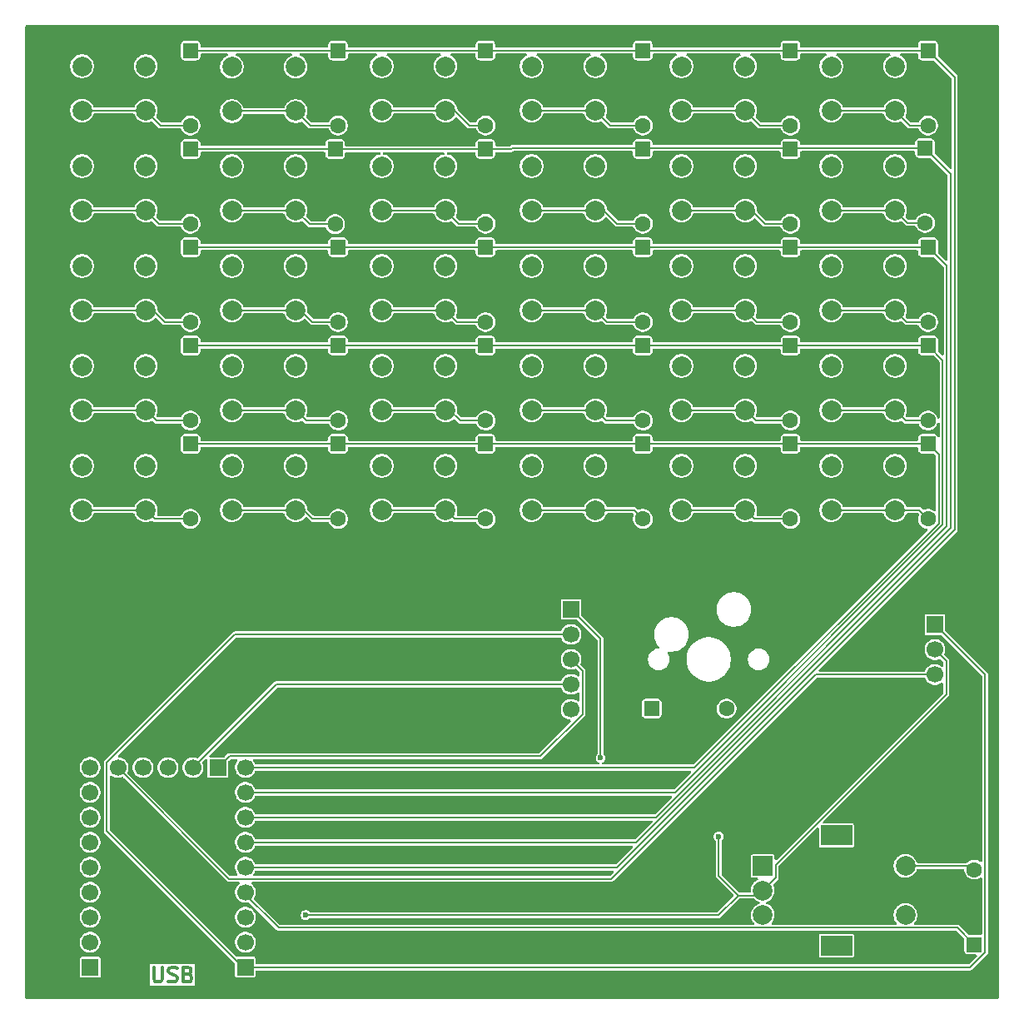
<source format=gbr>
%TF.GenerationSoftware,KiCad,Pcbnew,9.0.7*%
%TF.CreationDate,2026-02-01T21:09:59+09:00*%
%TF.ProjectId,YMMkeyboard,594d4d6b-6579-4626-9f61-72642e6b6963,rev?*%
%TF.SameCoordinates,Original*%
%TF.FileFunction,Copper,L1,Top*%
%TF.FilePolarity,Positive*%
%FSLAX46Y46*%
G04 Gerber Fmt 4.6, Leading zero omitted, Abs format (unit mm)*
G04 Created by KiCad (PCBNEW 9.0.7) date 2026-02-01 21:09:59*
%MOMM*%
%LPD*%
G01*
G04 APERTURE LIST*
G04 Aperture macros list*
%AMRoundRect*
0 Rectangle with rounded corners*
0 $1 Rounding radius*
0 $2 $3 $4 $5 $6 $7 $8 $9 X,Y pos of 4 corners*
0 Add a 4 corners polygon primitive as box body*
4,1,4,$2,$3,$4,$5,$6,$7,$8,$9,$2,$3,0*
0 Add four circle primitives for the rounded corners*
1,1,$1+$1,$2,$3*
1,1,$1+$1,$4,$5*
1,1,$1+$1,$6,$7*
1,1,$1+$1,$8,$9*
0 Add four rect primitives between the rounded corners*
20,1,$1+$1,$2,$3,$4,$5,0*
20,1,$1+$1,$4,$5,$6,$7,0*
20,1,$1+$1,$6,$7,$8,$9,0*
20,1,$1+$1,$8,$9,$2,$3,0*%
G04 Aperture macros list end*
%ADD10C,0.300000*%
%TA.AperFunction,NonConductor*%
%ADD11C,0.300000*%
%TD*%
%TA.AperFunction,ComponentPad*%
%ADD12R,1.700000X1.700000*%
%TD*%
%TA.AperFunction,ComponentPad*%
%ADD13C,1.700000*%
%TD*%
%TA.AperFunction,ComponentPad*%
%ADD14RoundRect,0.250000X-0.550000X-0.550000X0.550000X-0.550000X0.550000X0.550000X-0.550000X0.550000X0*%
%TD*%
%TA.AperFunction,ComponentPad*%
%ADD15C,1.600000*%
%TD*%
%TA.AperFunction,ComponentPad*%
%ADD16RoundRect,0.250000X-0.550000X0.550000X-0.550000X-0.550000X0.550000X-0.550000X0.550000X0.550000X0*%
%TD*%
%TA.AperFunction,ComponentPad*%
%ADD17R,2.000000X2.000000*%
%TD*%
%TA.AperFunction,ComponentPad*%
%ADD18C,2.000000*%
%TD*%
%TA.AperFunction,ComponentPad*%
%ADD19R,3.200000X2.000000*%
%TD*%
%TA.AperFunction,ComponentPad*%
%ADD20RoundRect,0.250000X0.550000X-0.550000X0.550000X0.550000X-0.550000X0.550000X-0.550000X-0.550000X0*%
%TD*%
%TA.AperFunction,ViaPad*%
%ADD21C,0.600000*%
%TD*%
%TA.AperFunction,Conductor*%
%ADD22C,0.200000*%
%TD*%
G04 APERTURE END LIST*
D10*
D11*
X124554510Y-118300828D02*
X124554510Y-119515114D01*
X124554510Y-119515114D02*
X124625939Y-119657971D01*
X124625939Y-119657971D02*
X124697368Y-119729400D01*
X124697368Y-119729400D02*
X124840225Y-119800828D01*
X124840225Y-119800828D02*
X125125939Y-119800828D01*
X125125939Y-119800828D02*
X125268796Y-119729400D01*
X125268796Y-119729400D02*
X125340225Y-119657971D01*
X125340225Y-119657971D02*
X125411653Y-119515114D01*
X125411653Y-119515114D02*
X125411653Y-118300828D01*
X126054511Y-119729400D02*
X126268797Y-119800828D01*
X126268797Y-119800828D02*
X126625939Y-119800828D01*
X126625939Y-119800828D02*
X126768797Y-119729400D01*
X126768797Y-119729400D02*
X126840225Y-119657971D01*
X126840225Y-119657971D02*
X126911654Y-119515114D01*
X126911654Y-119515114D02*
X126911654Y-119372257D01*
X126911654Y-119372257D02*
X126840225Y-119229400D01*
X126840225Y-119229400D02*
X126768797Y-119157971D01*
X126768797Y-119157971D02*
X126625939Y-119086542D01*
X126625939Y-119086542D02*
X126340225Y-119015114D01*
X126340225Y-119015114D02*
X126197368Y-118943685D01*
X126197368Y-118943685D02*
X126125939Y-118872257D01*
X126125939Y-118872257D02*
X126054511Y-118729400D01*
X126054511Y-118729400D02*
X126054511Y-118586542D01*
X126054511Y-118586542D02*
X126125939Y-118443685D01*
X126125939Y-118443685D02*
X126197368Y-118372257D01*
X126197368Y-118372257D02*
X126340225Y-118300828D01*
X126340225Y-118300828D02*
X126697368Y-118300828D01*
X126697368Y-118300828D02*
X126911654Y-118372257D01*
X128054510Y-119015114D02*
X128268796Y-119086542D01*
X128268796Y-119086542D02*
X128340225Y-119157971D01*
X128340225Y-119157971D02*
X128411653Y-119300828D01*
X128411653Y-119300828D02*
X128411653Y-119515114D01*
X128411653Y-119515114D02*
X128340225Y-119657971D01*
X128340225Y-119657971D02*
X128268796Y-119729400D01*
X128268796Y-119729400D02*
X128125939Y-119800828D01*
X128125939Y-119800828D02*
X127554510Y-119800828D01*
X127554510Y-119800828D02*
X127554510Y-118300828D01*
X127554510Y-118300828D02*
X128054510Y-118300828D01*
X128054510Y-118300828D02*
X128197368Y-118372257D01*
X128197368Y-118372257D02*
X128268796Y-118443685D01*
X128268796Y-118443685D02*
X128340225Y-118586542D01*
X128340225Y-118586542D02*
X128340225Y-118729400D01*
X128340225Y-118729400D02*
X128268796Y-118872257D01*
X128268796Y-118872257D02*
X128197368Y-118943685D01*
X128197368Y-118943685D02*
X128054510Y-119015114D01*
X128054510Y-119015114D02*
X127554510Y-119015114D01*
D12*
%TO.P,U1,0,0*%
%TO.N,Net-(SW32-PadA)*%
X118090000Y-118310000D03*
D13*
%TO.P,U1,1,1*%
%TO.N,Net-(SW32-PadB)*%
X118090000Y-115770000D03*
%TO.P,U1,2,2*%
%TO.N,Net-(SW32-PadS1)*%
X118090000Y-113230000D03*
%TO.P,U1,3,3*%
%TO.N,Net-(SW13-Pad1)*%
X118090000Y-110690000D03*
%TO.P,U1,4,4*%
%TO.N,Net-(SW12-Pad1)*%
X118090000Y-108150000D03*
%TO.P,U1,5,5*%
%TO.N,Net-(SW11-Pad1)*%
X118090000Y-105610000D03*
%TO.P,U1,6,6*%
%TO.N,Net-(SW10-Pad1)*%
X118090000Y-103070000D03*
%TO.P,U1,7,7*%
%TO.N,Net-(SW15-Pad1)*%
X118090000Y-100530000D03*
%TO.P,U1,8,8*%
%TO.N,Net-(SW14-Pad1)*%
X118090000Y-97990000D03*
%TO.P,U1,9,9*%
%TO.N,Net-(J3-Pin_3)*%
X120920000Y-98000000D03*
%TO.P,U1,10,10*%
%TO.N,unconnected-(U1-Pad10)*%
X123460000Y-98000000D03*
%TO.P,U1,11,11*%
%TO.N,Net-(J1-Pin_5)*%
X126000000Y-98000000D03*
%TO.P,U1,12,12*%
%TO.N,Net-(J1-Pin_4)*%
X128540000Y-98000000D03*
D12*
%TO.P,U1,13,13*%
%TO.N,Net-(J1-Pin_3)*%
X131080000Y-98000000D03*
D13*
%TO.P,U1,14,14*%
%TO.N,Net-(D26-K)*%
X133870000Y-97980000D03*
%TO.P,U1,15,15*%
%TO.N,Net-(D20-K)*%
X133870000Y-100520000D03*
%TO.P,U1,26,26*%
%TO.N,Net-(D14-K)*%
X133870000Y-103060000D03*
%TO.P,U1,27,27*%
%TO.N,Net-(D10-K)*%
X133870000Y-105600000D03*
%TO.P,U1,28,28*%
%TO.N,Net-(D2-K)*%
X133870000Y-108140000D03*
%TO.P,U1,29,29*%
%TO.N,Net-(D32-K)*%
X133870000Y-110680000D03*
%TO.P,U1,30,3V3*%
%TO.N,unconnected-(U1-3V3-Pad30)*%
X133870000Y-113220000D03*
%TO.P,U1,31,GND*%
%TO.N,GND*%
X133870000Y-115760000D03*
D12*
%TO.P,U1,32,5V*%
%TO.N,Net-(J1-Pin_2)*%
X133870000Y-118300000D03*
%TD*%
D14*
%TO.P,D29,1,K*%
%TO.N,N/C*%
X175190000Y-92000000D03*
D15*
%TO.P,D29,2,A*%
X182810000Y-92000000D03*
%TD*%
%TO.P,D9,2,A*%
%TO.N,Net-(D9-A)*%
X143000000Y-42730000D03*
D16*
%TO.P,D9,1,K*%
%TO.N,Net-(D10-K)*%
X143000000Y-35110000D03*
%TD*%
%TO.P,D13,1,K*%
%TO.N,Net-(D10-K)*%
X203000000Y-35000000D03*
D15*
%TO.P,D13,2,A*%
%TO.N,Net-(D13-A)*%
X203000000Y-42620000D03*
%TD*%
%TO.P,D3,2,A*%
%TO.N,Net-(D3-A)*%
X143300000Y-32700000D03*
D16*
%TO.P,D3,1,K*%
%TO.N,Net-(D2-K)*%
X143300000Y-25080000D03*
%TD*%
D15*
%TO.P,D15,2,A*%
%TO.N,Net-(D15-A)*%
X143300000Y-52700000D03*
D16*
%TO.P,D15,1,K*%
%TO.N,Net-(D14-K)*%
X143300000Y-45080000D03*
%TD*%
D15*
%TO.P,D12,2,A*%
%TO.N,Net-(D12-A)*%
X189300000Y-42700000D03*
D16*
%TO.P,D12,1,K*%
%TO.N,Net-(D10-K)*%
X189300000Y-35080000D03*
%TD*%
D15*
%TO.P,D2,2,A*%
%TO.N,Net-(D2-A)*%
X128300000Y-32700000D03*
D16*
%TO.P,D2,1,K*%
%TO.N,Net-(D2-K)*%
X128300000Y-25080000D03*
%TD*%
D17*
%TO.P,SW32,A,A*%
%TO.N,Net-(SW32-PadA)*%
X186500000Y-108000000D03*
D18*
%TO.P,SW32,B,B*%
%TO.N,Net-(SW32-PadB)*%
X186500000Y-113000000D03*
%TO.P,SW32,C,C*%
%TO.N,GND*%
X186500000Y-110500000D03*
D19*
%TO.P,SW32,MP*%
%TO.N,N/C*%
X194000000Y-104900000D03*
X194000000Y-116100000D03*
D18*
%TO.P,SW32,S1,S1*%
%TO.N,Net-(SW32-PadS1)*%
X201000000Y-113000000D03*
%TO.P,SW32,S2,S2*%
%TO.N,Net-(D32-A)*%
X201000000Y-108000000D03*
%TD*%
%TO.P,SW31,1,1*%
%TO.N,Net-(SW13-Pad1)*%
X193460000Y-67320000D03*
X199960000Y-67320000D03*
%TO.P,SW31,2,2*%
%TO.N,Net-(D31-A)*%
X193460000Y-71820000D03*
X199960000Y-71820000D03*
%TD*%
%TO.P,SW30,1,1*%
%TO.N,Net-(SW12-Pad1)*%
X178220000Y-67320000D03*
X184720000Y-67320000D03*
%TO.P,SW30,2,2*%
%TO.N,Net-(D30-A)*%
X178220000Y-71820000D03*
X184720000Y-71820000D03*
%TD*%
%TO.P,SW29,1,1*%
%TO.N,Net-(SW11-Pad1)*%
X162980000Y-67320000D03*
X169480000Y-67320000D03*
%TO.P,SW29,2,2*%
%TO.N,Net-(D29-A)*%
X162980000Y-71820000D03*
X169480000Y-71820000D03*
%TD*%
%TO.P,SW28,1,1*%
%TO.N,Net-(SW10-Pad1)*%
X147740000Y-67320000D03*
X154240000Y-67320000D03*
%TO.P,SW28,2,2*%
%TO.N,Net-(D28-A)*%
X147740000Y-71820000D03*
X154240000Y-71820000D03*
%TD*%
%TO.P,SW27,1,1*%
%TO.N,Net-(SW15-Pad1)*%
X132500000Y-67320000D03*
X139000000Y-67320000D03*
%TO.P,SW27,2,2*%
%TO.N,Net-(D27-A)*%
X132500000Y-71820000D03*
X139000000Y-71820000D03*
%TD*%
%TO.P,SW26,1,1*%
%TO.N,Net-(SW14-Pad1)*%
X117260000Y-67320000D03*
X123760000Y-67320000D03*
%TO.P,SW26,2,2*%
%TO.N,Net-(D26-A)*%
X117260000Y-71820000D03*
X123760000Y-71820000D03*
%TD*%
%TO.P,SW25,1,1*%
%TO.N,Net-(SW13-Pad1)*%
X193460000Y-57160000D03*
X199960000Y-57160000D03*
%TO.P,SW25,2,2*%
%TO.N,Net-(D25-A)*%
X193460000Y-61660000D03*
X199960000Y-61660000D03*
%TD*%
%TO.P,SW24,1,1*%
%TO.N,Net-(SW12-Pad1)*%
X178220000Y-57160000D03*
X184720000Y-57160000D03*
%TO.P,SW24,2,2*%
%TO.N,Net-(D24-A)*%
X178220000Y-61660000D03*
X184720000Y-61660000D03*
%TD*%
%TO.P,SW23,1,1*%
%TO.N,Net-(SW11-Pad1)*%
X162980000Y-57160000D03*
X169480000Y-57160000D03*
%TO.P,SW23,2,2*%
%TO.N,Net-(D23-A)*%
X162980000Y-61660000D03*
X169480000Y-61660000D03*
%TD*%
%TO.P,SW22,1,1*%
%TO.N,Net-(SW10-Pad1)*%
X147740000Y-57160000D03*
X154240000Y-57160000D03*
%TO.P,SW22,2,2*%
%TO.N,Net-(D22-A)*%
X147740000Y-61660000D03*
X154240000Y-61660000D03*
%TD*%
%TO.P,SW21,1,1*%
%TO.N,Net-(SW15-Pad1)*%
X132500000Y-57160000D03*
X139000000Y-57160000D03*
%TO.P,SW21,2,2*%
%TO.N,Net-(D21-A)*%
X132500000Y-61660000D03*
X139000000Y-61660000D03*
%TD*%
%TO.P,SW20,1,1*%
%TO.N,Net-(SW14-Pad1)*%
X117260000Y-57160000D03*
X123760000Y-57160000D03*
%TO.P,SW20,2,2*%
%TO.N,Net-(D20-A)*%
X117260000Y-61660000D03*
X123760000Y-61660000D03*
%TD*%
%TO.P,SW19,1,1*%
%TO.N,Net-(SW13-Pad1)*%
X193460000Y-47000000D03*
X199960000Y-47000000D03*
%TO.P,SW19,2,2*%
%TO.N,Net-(D19-A)*%
X193460000Y-51500000D03*
X199960000Y-51500000D03*
%TD*%
%TO.P,SW18,1,1*%
%TO.N,Net-(SW12-Pad1)*%
X178220000Y-47000000D03*
X184720000Y-47000000D03*
%TO.P,SW18,2,2*%
%TO.N,Net-(D18-A)*%
X178220000Y-51500000D03*
X184720000Y-51500000D03*
%TD*%
%TO.P,SW17,1,1*%
%TO.N,Net-(SW11-Pad1)*%
X162980000Y-47000000D03*
X169480000Y-47000000D03*
%TO.P,SW17,2,2*%
%TO.N,Net-(D17-A)*%
X162980000Y-51500000D03*
X169480000Y-51500000D03*
%TD*%
%TO.P,SW16,1,1*%
%TO.N,Net-(SW10-Pad1)*%
X147740000Y-47000000D03*
X154240000Y-47000000D03*
%TO.P,SW16,2,2*%
%TO.N,Net-(D16-A)*%
X147740000Y-51500000D03*
X154240000Y-51500000D03*
%TD*%
%TO.P,SW15,1,1*%
%TO.N,Net-(SW15-Pad1)*%
X132500000Y-47000000D03*
X139000000Y-47000000D03*
%TO.P,SW15,2,2*%
%TO.N,Net-(D15-A)*%
X132500000Y-51500000D03*
X139000000Y-51500000D03*
%TD*%
%TO.P,SW14,1,1*%
%TO.N,Net-(SW14-Pad1)*%
X117260000Y-47000000D03*
X123760000Y-47000000D03*
%TO.P,SW14,2,2*%
%TO.N,Net-(D14-A)*%
X117260000Y-51500000D03*
X123760000Y-51500000D03*
%TD*%
%TO.P,SW13,1,1*%
%TO.N,Net-(SW13-Pad1)*%
X193460000Y-36840000D03*
X199960000Y-36840000D03*
%TO.P,SW13,2,2*%
%TO.N,Net-(D13-A)*%
X193460000Y-41340000D03*
X199960000Y-41340000D03*
%TD*%
%TO.P,SW12,1,1*%
%TO.N,Net-(SW12-Pad1)*%
X178220000Y-36840000D03*
X184720000Y-36840000D03*
%TO.P,SW12,2,2*%
%TO.N,Net-(D12-A)*%
X178220000Y-41340000D03*
X184720000Y-41340000D03*
%TD*%
%TO.P,SW11,1,1*%
%TO.N,Net-(SW11-Pad1)*%
X162980000Y-36840000D03*
X169480000Y-36840000D03*
%TO.P,SW11,2,2*%
%TO.N,Net-(D11-A)*%
X162980000Y-41340000D03*
X169480000Y-41340000D03*
%TD*%
%TO.P,SW10,1,1*%
%TO.N,Net-(SW10-Pad1)*%
X147740000Y-36840000D03*
X154240000Y-36840000D03*
%TO.P,SW10,2,2*%
%TO.N,Net-(D10-A)*%
X147740000Y-41340000D03*
X154240000Y-41340000D03*
%TD*%
%TO.P,SW9,1,1*%
%TO.N,Net-(SW15-Pad1)*%
X132500000Y-36840000D03*
X139000000Y-36840000D03*
%TO.P,SW9,2,2*%
%TO.N,Net-(D9-A)*%
X132500000Y-41340000D03*
X139000000Y-41340000D03*
%TD*%
%TO.P,SW8,1,1*%
%TO.N,Net-(SW14-Pad1)*%
X117260000Y-36840000D03*
X123760000Y-36840000D03*
%TO.P,SW8,2,2*%
%TO.N,Net-(D8-A)*%
X117260000Y-41340000D03*
X123760000Y-41340000D03*
%TD*%
%TO.P,SW7,1,1*%
%TO.N,Net-(SW13-Pad1)*%
X193460000Y-26680000D03*
X199960000Y-26680000D03*
%TO.P,SW7,2,2*%
%TO.N,Net-(D7-A)*%
X193460000Y-31180000D03*
X199960000Y-31180000D03*
%TD*%
%TO.P,SW6,1,1*%
%TO.N,Net-(SW12-Pad1)*%
X178220000Y-26680000D03*
X184720000Y-26680000D03*
%TO.P,SW6,2,2*%
%TO.N,Net-(D6-A)*%
X178220000Y-31180000D03*
X184720000Y-31180000D03*
%TD*%
%TO.P,SW5,1,1*%
%TO.N,Net-(SW11-Pad1)*%
X162980000Y-26680000D03*
X169480000Y-26680000D03*
%TO.P,SW5,2,2*%
%TO.N,Net-(D5-A)*%
X162980000Y-31180000D03*
X169480000Y-31180000D03*
%TD*%
%TO.P,SW4,1,1*%
%TO.N,Net-(SW10-Pad1)*%
X147740000Y-26680000D03*
X154240000Y-26680000D03*
%TO.P,SW4,2,2*%
%TO.N,Net-(D4-A)*%
X147740000Y-31180000D03*
X154240000Y-31180000D03*
%TD*%
%TO.P,SW3,1,1*%
%TO.N,Net-(SW15-Pad1)*%
X132500000Y-26735000D03*
X139000000Y-26735000D03*
%TO.P,SW3,2,2*%
%TO.N,Net-(D3-A)*%
X132500000Y-31235000D03*
X139000000Y-31235000D03*
%TD*%
%TO.P,SW2,1,1*%
%TO.N,Net-(SW14-Pad1)*%
X117260000Y-26680000D03*
X123760000Y-26680000D03*
%TO.P,SW2,2,2*%
%TO.N,Net-(D2-A)*%
X117260000Y-31180000D03*
X123760000Y-31180000D03*
%TD*%
D12*
%TO.P,J3,1,Pin_1*%
%TO.N,Net-(J1-Pin_2)*%
X204000000Y-83460000D03*
D13*
%TO.P,J3,2,Pin_2*%
%TO.N,GND*%
X204000000Y-86000000D03*
%TO.P,J3,3,Pin_3*%
%TO.N,Net-(J3-Pin_3)*%
X204000000Y-88540000D03*
%TD*%
D12*
%TO.P,J1,1,Pin_1*%
%TO.N,GND*%
X167000000Y-81920000D03*
D13*
%TO.P,J1,2,Pin_2*%
%TO.N,Net-(J1-Pin_2)*%
X167000000Y-84460000D03*
%TO.P,J1,3,Pin_3*%
%TO.N,Net-(J1-Pin_3)*%
X167000000Y-87000000D03*
%TO.P,J1,4,Pin_4*%
%TO.N,Net-(J1-Pin_4)*%
X167000000Y-89540000D03*
%TO.P,J1,5,Pin_5*%
%TO.N,Net-(J1-Pin_5)*%
X167000000Y-92080000D03*
%TD*%
D20*
%TO.P,D32,1,K*%
%TO.N,Net-(D32-K)*%
X208000000Y-116000000D03*
D15*
%TO.P,D32,2,A*%
%TO.N,Net-(D32-A)*%
X208000000Y-108380000D03*
%TD*%
D16*
%TO.P,D31,1,K*%
%TO.N,Net-(D26-K)*%
X203300000Y-65080000D03*
D15*
%TO.P,D31,2,A*%
%TO.N,Net-(D31-A)*%
X203300000Y-72700000D03*
%TD*%
D16*
%TO.P,D30,1,K*%
%TO.N,Net-(D26-K)*%
X189300000Y-65080000D03*
D15*
%TO.P,D30,2,A*%
%TO.N,Net-(D30-A)*%
X189300000Y-72700000D03*
%TD*%
D16*
%TO.P,D29,1,K*%
%TO.N,Net-(D26-K)*%
X174300000Y-65080000D03*
D15*
%TO.P,D29,2,A*%
%TO.N,Net-(D29-A)*%
X174300000Y-72700000D03*
%TD*%
D16*
%TO.P,D28,1,K*%
%TO.N,Net-(D26-K)*%
X158300000Y-65080000D03*
D15*
%TO.P,D28,2,A*%
%TO.N,Net-(D28-A)*%
X158300000Y-72700000D03*
%TD*%
D16*
%TO.P,D27,1,K*%
%TO.N,Net-(D26-K)*%
X143300000Y-65080000D03*
D15*
%TO.P,D27,2,A*%
%TO.N,Net-(D27-A)*%
X143300000Y-72700000D03*
%TD*%
D16*
%TO.P,D26,1,K*%
%TO.N,Net-(D26-K)*%
X128300000Y-65080000D03*
D15*
%TO.P,D26,2,A*%
%TO.N,Net-(D26-A)*%
X128300000Y-72700000D03*
%TD*%
D16*
%TO.P,D25,1,K*%
%TO.N,Net-(D20-K)*%
X203300000Y-55080000D03*
D15*
%TO.P,D25,2,A*%
%TO.N,Net-(D25-A)*%
X203300000Y-62700000D03*
%TD*%
D16*
%TO.P,D24,1,K*%
%TO.N,Net-(D20-K)*%
X189300000Y-55080000D03*
D15*
%TO.P,D24,2,A*%
%TO.N,Net-(D24-A)*%
X189300000Y-62700000D03*
%TD*%
D16*
%TO.P,D23,1,K*%
%TO.N,Net-(D20-K)*%
X174300000Y-55080000D03*
D15*
%TO.P,D23,2,A*%
%TO.N,Net-(D23-A)*%
X174300000Y-62700000D03*
%TD*%
D16*
%TO.P,D22,1,K*%
%TO.N,Net-(D20-K)*%
X158300000Y-55080000D03*
D15*
%TO.P,D22,2,A*%
%TO.N,Net-(D22-A)*%
X158300000Y-62700000D03*
%TD*%
D16*
%TO.P,D21,1,K*%
%TO.N,Net-(D20-K)*%
X143300000Y-55080000D03*
D15*
%TO.P,D21,2,A*%
%TO.N,Net-(D21-A)*%
X143300000Y-62700000D03*
%TD*%
D16*
%TO.P,D20,1,K*%
%TO.N,Net-(D20-K)*%
X128300000Y-55080000D03*
D15*
%TO.P,D20,2,A*%
%TO.N,Net-(D20-A)*%
X128300000Y-62700000D03*
%TD*%
D16*
%TO.P,D19,1,K*%
%TO.N,Net-(D14-K)*%
X203300000Y-45080000D03*
D15*
%TO.P,D19,2,A*%
%TO.N,Net-(D19-A)*%
X203300000Y-52700000D03*
%TD*%
D16*
%TO.P,D18,1,K*%
%TO.N,Net-(D14-K)*%
X189300000Y-45080000D03*
D15*
%TO.P,D18,2,A*%
%TO.N,Net-(D18-A)*%
X189300000Y-52700000D03*
%TD*%
D16*
%TO.P,D17,1,K*%
%TO.N,Net-(D14-K)*%
X174300000Y-45080000D03*
D15*
%TO.P,D17,2,A*%
%TO.N,Net-(D17-A)*%
X174300000Y-52700000D03*
%TD*%
D16*
%TO.P,D16,1,K*%
%TO.N,Net-(D14-K)*%
X158300000Y-45080000D03*
D15*
%TO.P,D16,2,A*%
%TO.N,Net-(D16-A)*%
X158300000Y-52700000D03*
%TD*%
D16*
%TO.P,D14,1,K*%
%TO.N,Net-(D14-K)*%
X128300000Y-45080000D03*
D15*
%TO.P,D14,2,A*%
%TO.N,Net-(D14-A)*%
X128300000Y-52700000D03*
%TD*%
D16*
%TO.P,D11,1,K*%
%TO.N,Net-(D10-K)*%
X174300000Y-35080000D03*
D15*
%TO.P,D11,2,A*%
%TO.N,Net-(D11-A)*%
X174300000Y-42700000D03*
%TD*%
D16*
%TO.P,D10,1,K*%
%TO.N,Net-(D10-K)*%
X158300000Y-35080000D03*
D15*
%TO.P,D10,2,A*%
%TO.N,Net-(D10-A)*%
X158300000Y-42700000D03*
%TD*%
D16*
%TO.P,D8,1,K*%
%TO.N,Net-(D10-K)*%
X128300000Y-35080000D03*
D15*
%TO.P,D8,2,A*%
%TO.N,Net-(D8-A)*%
X128300000Y-42700000D03*
%TD*%
D16*
%TO.P,D7,1,K*%
%TO.N,Net-(D2-K)*%
X203300000Y-25080000D03*
D15*
%TO.P,D7,2,A*%
%TO.N,Net-(D7-A)*%
X203300000Y-32700000D03*
%TD*%
D16*
%TO.P,D6,1,K*%
%TO.N,Net-(D2-K)*%
X189300000Y-25080000D03*
D15*
%TO.P,D6,2,A*%
%TO.N,Net-(D6-A)*%
X189300000Y-32700000D03*
%TD*%
D16*
%TO.P,D5,1,K*%
%TO.N,Net-(D2-K)*%
X174300000Y-25080000D03*
D15*
%TO.P,D5,2,A*%
%TO.N,Net-(D5-A)*%
X174300000Y-32700000D03*
%TD*%
D16*
%TO.P,D4,1,K*%
%TO.N,Net-(D2-K)*%
X158300000Y-25080000D03*
D15*
%TO.P,D4,2,A*%
%TO.N,Net-(D4-A)*%
X158300000Y-32700000D03*
%TD*%
D21*
%TO.N,GND*%
X140000000Y-113000000D03*
X182000000Y-105000000D03*
X170000000Y-97000000D03*
%TD*%
D22*
%TO.N,Net-(J1-Pin_3)*%
X163838760Y-96829000D02*
X163858760Y-96849000D01*
X132251000Y-96829000D02*
X163838760Y-96829000D01*
X131080000Y-98000000D02*
X132251000Y-96829000D01*
X168151000Y-88151000D02*
X168151000Y-92556760D01*
X167000000Y-87000000D02*
X168151000Y-88151000D01*
X168151000Y-92556760D02*
X163858760Y-96849000D01*
%TO.N,GND*%
X187801000Y-109199000D02*
X186500000Y-110500000D01*
X187801000Y-107897000D02*
X187801000Y-109199000D01*
X205151000Y-87151000D02*
X205151000Y-90547000D01*
X204000000Y-86000000D02*
X205151000Y-87151000D01*
X205151000Y-90547000D02*
X187801000Y-107897000D01*
X182000000Y-113000000D02*
X140000000Y-113000000D01*
X184000000Y-111000000D02*
X182000000Y-113000000D01*
X186000000Y-111000000D02*
X186500000Y-110500000D01*
X184000000Y-111000000D02*
X186000000Y-111000000D01*
X182000000Y-109000000D02*
X184000000Y-111000000D01*
X182000000Y-105000000D02*
X182000000Y-109000000D01*
X170000000Y-84920000D02*
X170000000Y-97000000D01*
X167000000Y-81920000D02*
X170000000Y-84920000D01*
%TO.N,Net-(D7-A)*%
X201480000Y-32700000D02*
X199960000Y-31180000D01*
X203300000Y-32700000D02*
X201480000Y-32700000D01*
X193460000Y-31180000D02*
X199960000Y-31180000D01*
%TO.N,Net-(D6-A)*%
X186240000Y-32700000D02*
X189300000Y-32700000D01*
X184720000Y-31180000D02*
X186240000Y-32700000D01*
X178220000Y-31180000D02*
X184720000Y-31180000D01*
%TO.N,Net-(D5-A)*%
X171000000Y-32700000D02*
X174300000Y-32700000D01*
X169480000Y-31180000D02*
X171000000Y-32700000D01*
X162980000Y-31180000D02*
X169480000Y-31180000D01*
%TO.N,Net-(D4-A)*%
X155180000Y-31180000D02*
X156700000Y-32700000D01*
X156700000Y-32700000D02*
X158300000Y-32700000D01*
X154240000Y-31180000D02*
X155180000Y-31180000D01*
X147740000Y-31180000D02*
X154240000Y-31180000D01*
%TO.N,Net-(J1-Pin_2)*%
X207566160Y-118320000D02*
X133670000Y-118320000D01*
X209101000Y-116785160D02*
X207566160Y-118320000D01*
X209101000Y-88561000D02*
X209101000Y-116785160D01*
X204000000Y-83460000D02*
X209101000Y-88561000D01*
X119769000Y-97523240D02*
X132832240Y-84460000D01*
X119769000Y-104419000D02*
X119769000Y-97523240D01*
X133670000Y-118320000D02*
X119769000Y-104419000D01*
X132832240Y-84460000D02*
X167000000Y-84460000D01*
%TO.N,Net-(J1-Pin_4)*%
X137000000Y-89540000D02*
X128540000Y-98000000D01*
X167000000Y-89540000D02*
X137000000Y-89540000D01*
%TO.N,Net-(J3-Pin_3)*%
X191852550Y-88540000D02*
X171081550Y-109311000D01*
X171081550Y-109311000D02*
X132231000Y-109311000D01*
X132231000Y-109311000D02*
X120920000Y-98000000D01*
X204000000Y-88540000D02*
X191852550Y-88540000D01*
%TO.N,Net-(D32-K)*%
X137271000Y-114301000D02*
X133670000Y-110700000D01*
X206301000Y-114301000D02*
X137271000Y-114301000D01*
X208000000Y-116000000D02*
X206301000Y-114301000D01*
%TO.N,Net-(D32-A)*%
X207620000Y-108000000D02*
X208000000Y-108380000D01*
X201000000Y-108000000D02*
X207620000Y-108000000D01*
%TO.N,Net-(D10-K)*%
X205604000Y-37604000D02*
X203000000Y-35000000D01*
X205604000Y-73654350D02*
X205604000Y-37604000D01*
X173638350Y-105620000D02*
X205604000Y-73654350D01*
X133670000Y-105620000D02*
X173638350Y-105620000D01*
%TO.N,Net-(D14-K)*%
X205203000Y-73488250D02*
X205203000Y-46983000D01*
X175611250Y-103080000D02*
X205203000Y-73488250D01*
X205203000Y-46983000D02*
X203300000Y-45080000D01*
X133670000Y-103080000D02*
X175611250Y-103080000D01*
%TO.N,Net-(D20-K)*%
X204802000Y-56582000D02*
X203300000Y-55080000D01*
X177584150Y-100540000D02*
X204802000Y-73322150D01*
X204802000Y-73322150D02*
X204802000Y-56582000D01*
X133670000Y-100540000D02*
X177584150Y-100540000D01*
%TO.N,Net-(D26-K)*%
X204401000Y-66181000D02*
X203300000Y-65080000D01*
X204401000Y-73156050D02*
X204401000Y-66181000D01*
X179557050Y-98000000D02*
X204401000Y-73156050D01*
X133670000Y-98000000D02*
X179557050Y-98000000D01*
%TO.N,Net-(D31-A)*%
X202420000Y-71820000D02*
X203300000Y-72700000D01*
X199960000Y-71820000D02*
X202420000Y-71820000D01*
X193460000Y-71820000D02*
X199960000Y-71820000D01*
%TO.N,Net-(D24-A)*%
X185760000Y-62700000D02*
X184720000Y-61660000D01*
X189300000Y-62700000D02*
X185760000Y-62700000D01*
X184720000Y-61660000D02*
X178220000Y-61660000D01*
%TO.N,Net-(D30-A)*%
X185600000Y-72700000D02*
X184720000Y-71820000D01*
X189300000Y-72700000D02*
X185600000Y-72700000D01*
X178220000Y-71820000D02*
X184720000Y-71820000D01*
%TO.N,Net-(D29-A)*%
X162980000Y-71820000D02*
X169480000Y-71820000D01*
X173420000Y-71820000D02*
X174300000Y-72700000D01*
X169480000Y-71820000D02*
X173420000Y-71820000D01*
%TO.N,Net-(D23-A)*%
X170520000Y-62700000D02*
X169480000Y-61660000D01*
X174300000Y-62700000D02*
X170520000Y-62700000D01*
X162980000Y-61660000D02*
X169480000Y-61660000D01*
%TO.N,Net-(D22-A)*%
X154660000Y-61660000D02*
X155700000Y-62700000D01*
X155700000Y-62700000D02*
X158300000Y-62700000D01*
X154240000Y-61660000D02*
X154660000Y-61660000D01*
X147740000Y-61660000D02*
X154240000Y-61660000D01*
%TO.N,Net-(D28-A)*%
X155120000Y-72700000D02*
X154240000Y-71820000D01*
X158300000Y-72700000D02*
X155120000Y-72700000D01*
X147740000Y-71820000D02*
X154240000Y-71820000D01*
%TO.N,Net-(D27-A)*%
X140700000Y-72700000D02*
X143300000Y-72700000D01*
X139820000Y-71820000D02*
X140700000Y-72700000D01*
X139000000Y-71820000D02*
X139820000Y-71820000D01*
X132500000Y-71820000D02*
X139000000Y-71820000D01*
%TO.N,Net-(D21-A)*%
X140040000Y-62700000D02*
X139000000Y-61660000D01*
X143300000Y-62700000D02*
X140040000Y-62700000D01*
X132500000Y-61660000D02*
X139000000Y-61660000D01*
%TO.N,Net-(D25-A)*%
X193460000Y-61660000D02*
X199960000Y-61660000D01*
X201000000Y-62700000D02*
X199960000Y-61660000D01*
X203300000Y-62700000D02*
X201000000Y-62700000D01*
%TO.N,Net-(D19-A)*%
X201160000Y-52700000D02*
X199960000Y-51500000D01*
X203300000Y-52700000D02*
X201160000Y-52700000D01*
X193460000Y-51500000D02*
X199960000Y-51500000D01*
%TO.N,Net-(D18-A)*%
X184720000Y-51500000D02*
X185920000Y-52700000D01*
X185920000Y-52700000D02*
X189300000Y-52700000D01*
X178220000Y-51500000D02*
X184720000Y-51500000D01*
%TO.N,Net-(D17-A)*%
X170680000Y-52700000D02*
X174300000Y-52700000D01*
X169480000Y-51500000D02*
X170680000Y-52700000D01*
X162980000Y-51500000D02*
X169480000Y-51500000D01*
%TO.N,Net-(D16-A)*%
X155440000Y-52700000D02*
X158300000Y-52700000D01*
X154240000Y-51500000D02*
X155440000Y-52700000D01*
X147740000Y-51500000D02*
X154240000Y-51500000D01*
%TO.N,Net-(D15-A)*%
X140700000Y-52700000D02*
X143300000Y-52700000D01*
X139500000Y-51500000D02*
X140700000Y-52700000D01*
X139000000Y-51500000D02*
X139500000Y-51500000D01*
X132500000Y-51500000D02*
X139000000Y-51500000D01*
%TO.N,Net-(D13-A)*%
X201240000Y-42620000D02*
X203000000Y-42620000D01*
X199960000Y-41340000D02*
X201240000Y-42620000D01*
X193460000Y-41340000D02*
X199960000Y-41340000D01*
%TO.N,Net-(D12-A)*%
X186700000Y-42700000D02*
X189300000Y-42700000D01*
X185340000Y-41340000D02*
X186700000Y-42700000D01*
X184720000Y-41340000D02*
X185340000Y-41340000D01*
X178220000Y-41340000D02*
X184720000Y-41340000D01*
%TO.N,Net-(D11-A)*%
X170340000Y-41340000D02*
X171700000Y-42700000D01*
X171700000Y-42700000D02*
X174300000Y-42700000D01*
X169480000Y-41340000D02*
X170340000Y-41340000D01*
X162980000Y-41340000D02*
X169480000Y-41340000D01*
%TO.N,Net-(D10-A)*%
X155600000Y-42700000D02*
X158300000Y-42700000D01*
X154240000Y-41340000D02*
X155600000Y-42700000D01*
X147740000Y-41340000D02*
X154240000Y-41340000D01*
%TO.N,Net-(D9-A)*%
X139000000Y-41340000D02*
X140390000Y-42730000D01*
X140390000Y-42730000D02*
X143000000Y-42730000D01*
X132500000Y-41340000D02*
X139000000Y-41340000D01*
%TO.N,Net-(D10-K)*%
X161000000Y-35000000D02*
X160890000Y-35110000D01*
X160890000Y-35110000D02*
X143000000Y-35110000D01*
X203000000Y-35000000D02*
X161000000Y-35000000D01*
X142970000Y-35080000D02*
X143000000Y-35110000D01*
X128300000Y-35080000D02*
X142970000Y-35080000D01*
%TO.N,Net-(D14-K)*%
X128300000Y-45080000D02*
X203300000Y-45080000D01*
%TO.N,Net-(D8-A)*%
X125120000Y-42700000D02*
X128300000Y-42700000D01*
X123760000Y-41340000D02*
X125120000Y-42700000D01*
%TO.N,Net-(D14-A)*%
X125700000Y-52700000D02*
X128300000Y-52700000D01*
X124500000Y-51500000D02*
X125700000Y-52700000D01*
X123760000Y-51500000D02*
X124500000Y-51500000D01*
%TO.N,Net-(D20-A)*%
X124800000Y-62700000D02*
X128300000Y-62700000D01*
X123760000Y-61660000D02*
X124800000Y-62700000D01*
%TO.N,Net-(D26-A)*%
X124640000Y-72700000D02*
X123760000Y-71820000D01*
X128300000Y-72700000D02*
X124640000Y-72700000D01*
X117260000Y-71820000D02*
X123760000Y-71820000D01*
%TO.N,Net-(D20-A)*%
X117260000Y-61660000D02*
X123760000Y-61660000D01*
%TO.N,Net-(D14-A)*%
X117260000Y-51500000D02*
X123760000Y-51500000D01*
%TO.N,Net-(D8-A)*%
X117260000Y-41340000D02*
X123760000Y-41340000D01*
%TO.N,Net-(D2-A)*%
X125280000Y-32700000D02*
X128300000Y-32700000D01*
X123760000Y-31180000D02*
X125280000Y-32700000D01*
X117260000Y-31180000D02*
X123760000Y-31180000D01*
%TO.N,Net-(D26-K)*%
X203300000Y-65080000D02*
X128300000Y-65080000D01*
%TO.N,Net-(D20-K)*%
X128300000Y-55080000D02*
X203300000Y-55080000D01*
%TO.N,Net-(D2-K)*%
X128300000Y-25080000D02*
X203300000Y-25080000D01*
%TO.N,Net-(D3-A)*%
X143300000Y-32700000D02*
X140465000Y-32700000D01*
X140465000Y-32700000D02*
X139000000Y-31235000D01*
X132500000Y-31235000D02*
X139000000Y-31235000D01*
%TO.N,Net-(D2-K)*%
X133670000Y-108160000D02*
X171665450Y-108160000D01*
X171665450Y-108160000D02*
X206005000Y-73820450D01*
X206005000Y-27785000D02*
X203300000Y-25080000D01*
X206005000Y-73820450D02*
X206005000Y-27785000D01*
%TD*%
%TA.AperFunction,NonConductor*%
G36*
X210442539Y-22520185D02*
G01*
X210488294Y-22572989D01*
X210499500Y-22624500D01*
X210499500Y-121375500D01*
X210479815Y-121442539D01*
X210427011Y-121488294D01*
X210375500Y-121499500D01*
X111624500Y-121499500D01*
X111557461Y-121479815D01*
X111511706Y-121427011D01*
X111500500Y-121375500D01*
X111500500Y-120158053D01*
X124197285Y-120158053D01*
X128768878Y-120158053D01*
X128768878Y-117943603D01*
X124197285Y-117943603D01*
X124197285Y-120158053D01*
X111500500Y-120158053D01*
X111500500Y-117440247D01*
X117039500Y-117440247D01*
X117039500Y-119179752D01*
X117051131Y-119238229D01*
X117051132Y-119238230D01*
X117095447Y-119304552D01*
X117161769Y-119348867D01*
X117161770Y-119348868D01*
X117220247Y-119360499D01*
X117220250Y-119360500D01*
X117220252Y-119360500D01*
X118959750Y-119360500D01*
X118959751Y-119360499D01*
X118974568Y-119357552D01*
X119018229Y-119348868D01*
X119018229Y-119348867D01*
X119018231Y-119348867D01*
X119084552Y-119304552D01*
X119128867Y-119238231D01*
X119128867Y-119238229D01*
X119128868Y-119238229D01*
X119140499Y-119179752D01*
X119140500Y-119179750D01*
X119140500Y-117440249D01*
X119140499Y-117440247D01*
X119128868Y-117381770D01*
X119128867Y-117381769D01*
X119084552Y-117315447D01*
X119018230Y-117271132D01*
X119018229Y-117271131D01*
X118959752Y-117259500D01*
X118959748Y-117259500D01*
X117220252Y-117259500D01*
X117220247Y-117259500D01*
X117161770Y-117271131D01*
X117161769Y-117271132D01*
X117095447Y-117315447D01*
X117051132Y-117381769D01*
X117051131Y-117381770D01*
X117039500Y-117440247D01*
X111500500Y-117440247D01*
X111500500Y-115666530D01*
X117039500Y-115666530D01*
X117039500Y-115873469D01*
X117079868Y-116076412D01*
X117079870Y-116076420D01*
X117159058Y-116267596D01*
X117274024Y-116439657D01*
X117420342Y-116585975D01*
X117420345Y-116585977D01*
X117592402Y-116700941D01*
X117783580Y-116780130D01*
X117986530Y-116820499D01*
X117986534Y-116820500D01*
X117986535Y-116820500D01*
X118193466Y-116820500D01*
X118193467Y-116820499D01*
X118396420Y-116780130D01*
X118587598Y-116700941D01*
X118759655Y-116585977D01*
X118905977Y-116439655D01*
X119020941Y-116267598D01*
X119100130Y-116076420D01*
X119140500Y-115873465D01*
X119140500Y-115666535D01*
X119100130Y-115463580D01*
X119020941Y-115272402D01*
X118905977Y-115100345D01*
X118905975Y-115100342D01*
X118759657Y-114954024D01*
X118657264Y-114885608D01*
X118587598Y-114839059D01*
X118396420Y-114759870D01*
X118396412Y-114759868D01*
X118193469Y-114719500D01*
X118193465Y-114719500D01*
X117986535Y-114719500D01*
X117986530Y-114719500D01*
X117783587Y-114759868D01*
X117783579Y-114759870D01*
X117592403Y-114839058D01*
X117420342Y-114954024D01*
X117274024Y-115100342D01*
X117159058Y-115272403D01*
X117079870Y-115463579D01*
X117079868Y-115463587D01*
X117039500Y-115666530D01*
X111500500Y-115666530D01*
X111500500Y-113126530D01*
X117039500Y-113126530D01*
X117039500Y-113333469D01*
X117079868Y-113536412D01*
X117079870Y-113536420D01*
X117118300Y-113629199D01*
X117159059Y-113727598D01*
X117195459Y-113782075D01*
X117274024Y-113899657D01*
X117420342Y-114045975D01*
X117420345Y-114045977D01*
X117592402Y-114160941D01*
X117783580Y-114240130D01*
X117986530Y-114280499D01*
X117986534Y-114280500D01*
X117986535Y-114280500D01*
X118193466Y-114280500D01*
X118193467Y-114280499D01*
X118396420Y-114240130D01*
X118587598Y-114160941D01*
X118759655Y-114045977D01*
X118905977Y-113899655D01*
X119020941Y-113727598D01*
X119100130Y-113536420D01*
X119140500Y-113333465D01*
X119140500Y-113126535D01*
X119100130Y-112923580D01*
X119020941Y-112732402D01*
X118905977Y-112560345D01*
X118905975Y-112560342D01*
X118759657Y-112414024D01*
X118673626Y-112356541D01*
X118587598Y-112299059D01*
X118396420Y-112219870D01*
X118396412Y-112219868D01*
X118193469Y-112179500D01*
X118193465Y-112179500D01*
X117986535Y-112179500D01*
X117986530Y-112179500D01*
X117783587Y-112219868D01*
X117783579Y-112219870D01*
X117592403Y-112299058D01*
X117420342Y-112414024D01*
X117274024Y-112560342D01*
X117159058Y-112732403D01*
X117079870Y-112923579D01*
X117079868Y-112923587D01*
X117039500Y-113126530D01*
X111500500Y-113126530D01*
X111500500Y-110586530D01*
X117039500Y-110586530D01*
X117039500Y-110793469D01*
X117079868Y-110996412D01*
X117079870Y-110996420D01*
X117159058Y-111187596D01*
X117274024Y-111359657D01*
X117420342Y-111505975D01*
X117420345Y-111505977D01*
X117592402Y-111620941D01*
X117783580Y-111700130D01*
X117963238Y-111735866D01*
X117986530Y-111740499D01*
X117986534Y-111740500D01*
X117986535Y-111740500D01*
X118193466Y-111740500D01*
X118193467Y-111740499D01*
X118396420Y-111700130D01*
X118587598Y-111620941D01*
X118759655Y-111505977D01*
X118905977Y-111359655D01*
X119020941Y-111187598D01*
X119100130Y-110996420D01*
X119140500Y-110793465D01*
X119140500Y-110586535D01*
X119100130Y-110383580D01*
X119020941Y-110192402D01*
X118905977Y-110020345D01*
X118905975Y-110020342D01*
X118759657Y-109874024D01*
X118673626Y-109816541D01*
X118587598Y-109759059D01*
X118573325Y-109753147D01*
X118396420Y-109679870D01*
X118396412Y-109679868D01*
X118193469Y-109639500D01*
X118193465Y-109639500D01*
X117986535Y-109639500D01*
X117986530Y-109639500D01*
X117783587Y-109679868D01*
X117783579Y-109679870D01*
X117592403Y-109759058D01*
X117420342Y-109874024D01*
X117274024Y-110020342D01*
X117159058Y-110192403D01*
X117079870Y-110383579D01*
X117079868Y-110383587D01*
X117039500Y-110586530D01*
X111500500Y-110586530D01*
X111500500Y-108046530D01*
X117039500Y-108046530D01*
X117039500Y-108253469D01*
X117079868Y-108456412D01*
X117079870Y-108456420D01*
X117159059Y-108647598D01*
X117175250Y-108671829D01*
X117274024Y-108819657D01*
X117420342Y-108965975D01*
X117420345Y-108965977D01*
X117592402Y-109080941D01*
X117783580Y-109160130D01*
X117928052Y-109188867D01*
X117986530Y-109200499D01*
X117986534Y-109200500D01*
X117986535Y-109200500D01*
X118193466Y-109200500D01*
X118193467Y-109200499D01*
X118396420Y-109160130D01*
X118587598Y-109080941D01*
X118759655Y-108965977D01*
X118905977Y-108819655D01*
X119020941Y-108647598D01*
X119100130Y-108456420D01*
X119140500Y-108253465D01*
X119140500Y-108046535D01*
X119100130Y-107843580D01*
X119020941Y-107652402D01*
X118905977Y-107480345D01*
X118905975Y-107480342D01*
X118759657Y-107334024D01*
X118668577Y-107273167D01*
X118587598Y-107219059D01*
X118584865Y-107217927D01*
X118396420Y-107139870D01*
X118396412Y-107139868D01*
X118193469Y-107099500D01*
X118193465Y-107099500D01*
X117986535Y-107099500D01*
X117986530Y-107099500D01*
X117783587Y-107139868D01*
X117783579Y-107139870D01*
X117592403Y-107219058D01*
X117420342Y-107334024D01*
X117274024Y-107480342D01*
X117159058Y-107652403D01*
X117079870Y-107843579D01*
X117079868Y-107843587D01*
X117039500Y-108046530D01*
X111500500Y-108046530D01*
X111500500Y-105506530D01*
X117039500Y-105506530D01*
X117039500Y-105713469D01*
X117079868Y-105916412D01*
X117079870Y-105916420D01*
X117159059Y-106107598D01*
X117175485Y-106132181D01*
X117274024Y-106279657D01*
X117420342Y-106425975D01*
X117420345Y-106425977D01*
X117592402Y-106540941D01*
X117783580Y-106620130D01*
X117986530Y-106660499D01*
X117986534Y-106660500D01*
X117986535Y-106660500D01*
X118193466Y-106660500D01*
X118193467Y-106660499D01*
X118396420Y-106620130D01*
X118587598Y-106540941D01*
X118759655Y-106425977D01*
X118905977Y-106279655D01*
X119020941Y-106107598D01*
X119100130Y-105916420D01*
X119140500Y-105713465D01*
X119140500Y-105506535D01*
X119100130Y-105303580D01*
X119020941Y-105112402D01*
X118905977Y-104940345D01*
X118905975Y-104940342D01*
X118759657Y-104794024D01*
X118607988Y-104692683D01*
X118587598Y-104679059D01*
X118396420Y-104599870D01*
X118396412Y-104599868D01*
X118193469Y-104559500D01*
X118193465Y-104559500D01*
X117986535Y-104559500D01*
X117986530Y-104559500D01*
X117783587Y-104599868D01*
X117783579Y-104599870D01*
X117592403Y-104679058D01*
X117420342Y-104794024D01*
X117274024Y-104940342D01*
X117159058Y-105112403D01*
X117079870Y-105303579D01*
X117079868Y-105303587D01*
X117039500Y-105506530D01*
X111500500Y-105506530D01*
X111500500Y-102966530D01*
X117039500Y-102966530D01*
X117039500Y-103173469D01*
X117079868Y-103376412D01*
X117079870Y-103376420D01*
X117128696Y-103494297D01*
X117159059Y-103567598D01*
X117175485Y-103592181D01*
X117274024Y-103739657D01*
X117420342Y-103885975D01*
X117420345Y-103885977D01*
X117592402Y-104000941D01*
X117783580Y-104080130D01*
X117986530Y-104120499D01*
X117986534Y-104120500D01*
X117986535Y-104120500D01*
X118193466Y-104120500D01*
X118193467Y-104120499D01*
X118396420Y-104080130D01*
X118587598Y-104000941D01*
X118759655Y-103885977D01*
X118905977Y-103739655D01*
X119020941Y-103567598D01*
X119100130Y-103376420D01*
X119140500Y-103173465D01*
X119140500Y-102966535D01*
X119100130Y-102763580D01*
X119020941Y-102572402D01*
X118905977Y-102400345D01*
X118905975Y-102400342D01*
X118759657Y-102254024D01*
X118673626Y-102196541D01*
X118587598Y-102139059D01*
X118396420Y-102059870D01*
X118396412Y-102059868D01*
X118193469Y-102019500D01*
X118193465Y-102019500D01*
X117986535Y-102019500D01*
X117986530Y-102019500D01*
X117783587Y-102059868D01*
X117783579Y-102059870D01*
X117592403Y-102139058D01*
X117420342Y-102254024D01*
X117274024Y-102400342D01*
X117159058Y-102572403D01*
X117079870Y-102763579D01*
X117079868Y-102763587D01*
X117039500Y-102966530D01*
X111500500Y-102966530D01*
X111500500Y-100426530D01*
X117039500Y-100426530D01*
X117039500Y-100633469D01*
X117079868Y-100836412D01*
X117079870Y-100836420D01*
X117159059Y-101027598D01*
X117175485Y-101052181D01*
X117274024Y-101199657D01*
X117420342Y-101345975D01*
X117420345Y-101345977D01*
X117592402Y-101460941D01*
X117783580Y-101540130D01*
X117986530Y-101580499D01*
X117986534Y-101580500D01*
X117986535Y-101580500D01*
X118193466Y-101580500D01*
X118193467Y-101580499D01*
X118396420Y-101540130D01*
X118587598Y-101460941D01*
X118759655Y-101345977D01*
X118905977Y-101199655D01*
X119020941Y-101027598D01*
X119100130Y-100836420D01*
X119140500Y-100633465D01*
X119140500Y-100426535D01*
X119100130Y-100223580D01*
X119020941Y-100032402D01*
X118905977Y-99860345D01*
X118905975Y-99860342D01*
X118759657Y-99714024D01*
X118673626Y-99656541D01*
X118587598Y-99599059D01*
X118396420Y-99519870D01*
X118396412Y-99519868D01*
X118193469Y-99479500D01*
X118193465Y-99479500D01*
X117986535Y-99479500D01*
X117986530Y-99479500D01*
X117783587Y-99519868D01*
X117783579Y-99519870D01*
X117592403Y-99599058D01*
X117420342Y-99714024D01*
X117274024Y-99860342D01*
X117159058Y-100032403D01*
X117079870Y-100223579D01*
X117079868Y-100223587D01*
X117039500Y-100426530D01*
X111500500Y-100426530D01*
X111500500Y-97886530D01*
X117039500Y-97886530D01*
X117039500Y-98093469D01*
X117079868Y-98296412D01*
X117079870Y-98296420D01*
X117084010Y-98306416D01*
X117159059Y-98487598D01*
X117175485Y-98512181D01*
X117274024Y-98659657D01*
X117420342Y-98805975D01*
X117420345Y-98805977D01*
X117592402Y-98920941D01*
X117783580Y-99000130D01*
X117978325Y-99038867D01*
X117986530Y-99040499D01*
X117986534Y-99040500D01*
X117986535Y-99040500D01*
X118193466Y-99040500D01*
X118193467Y-99040499D01*
X118396420Y-99000130D01*
X118587598Y-98920941D01*
X118759655Y-98805977D01*
X118905977Y-98659655D01*
X119020941Y-98487598D01*
X119100130Y-98296420D01*
X119140500Y-98093465D01*
X119140500Y-97886535D01*
X119100130Y-97683580D01*
X119048052Y-97557853D01*
X119033617Y-97523003D01*
X119020941Y-97492402D01*
X119015112Y-97483678D01*
X119468500Y-97483678D01*
X119468500Y-104458562D01*
X119488979Y-104534989D01*
X119526224Y-104599500D01*
X119526226Y-104599503D01*
X119526225Y-104599503D01*
X119528410Y-104603287D01*
X119528540Y-104603511D01*
X119528543Y-104603514D01*
X132783181Y-117858152D01*
X132816666Y-117919475D01*
X132819500Y-117945833D01*
X132819500Y-119169752D01*
X132831131Y-119228229D01*
X132831132Y-119228230D01*
X132875447Y-119294552D01*
X132941769Y-119338867D01*
X132941770Y-119338868D01*
X133000247Y-119350499D01*
X133000250Y-119350500D01*
X133000252Y-119350500D01*
X134739750Y-119350500D01*
X134739751Y-119350499D01*
X134754568Y-119347552D01*
X134798229Y-119338868D01*
X134798229Y-119338867D01*
X134798231Y-119338867D01*
X134864552Y-119294552D01*
X134908867Y-119228231D01*
X134908867Y-119228229D01*
X134908868Y-119228229D01*
X134920499Y-119169752D01*
X134920500Y-119169750D01*
X134920500Y-118744500D01*
X134940185Y-118677461D01*
X134992989Y-118631706D01*
X135044500Y-118620500D01*
X207605720Y-118620500D01*
X207605722Y-118620500D01*
X207682149Y-118600021D01*
X207750671Y-118560460D01*
X207806620Y-118504511D01*
X209341460Y-116969671D01*
X209381022Y-116901148D01*
X209401500Y-116824722D01*
X209401500Y-116745598D01*
X209401500Y-88521438D01*
X209381021Y-88445011D01*
X209381017Y-88445004D01*
X209341464Y-88376495D01*
X209341458Y-88376487D01*
X205086819Y-84121848D01*
X205053334Y-84060525D01*
X205050500Y-84034167D01*
X205050500Y-82590249D01*
X205050499Y-82590247D01*
X205038868Y-82531770D01*
X205038867Y-82531769D01*
X204994552Y-82465447D01*
X204928230Y-82421132D01*
X204928229Y-82421131D01*
X204869752Y-82409500D01*
X204869748Y-82409500D01*
X203130252Y-82409500D01*
X203130247Y-82409500D01*
X203071770Y-82421131D01*
X203071769Y-82421132D01*
X203005447Y-82465447D01*
X202961132Y-82531769D01*
X202961131Y-82531770D01*
X202949500Y-82590247D01*
X202949500Y-84329752D01*
X202961131Y-84388229D01*
X202961132Y-84388230D01*
X203005447Y-84454552D01*
X203071769Y-84498867D01*
X203071770Y-84498868D01*
X203130247Y-84510499D01*
X203130250Y-84510500D01*
X203130252Y-84510500D01*
X204574167Y-84510500D01*
X204641206Y-84530185D01*
X204661848Y-84546819D01*
X208764181Y-88649152D01*
X208797666Y-88710475D01*
X208800500Y-88736833D01*
X208800500Y-107479597D01*
X208780815Y-107546636D01*
X208728011Y-107592391D01*
X208658853Y-107602335D01*
X208607610Y-107582699D01*
X208473925Y-107493374D01*
X208473907Y-107493364D01*
X208291839Y-107417950D01*
X208291829Y-107417947D01*
X208098543Y-107379500D01*
X208098541Y-107379500D01*
X207901459Y-107379500D01*
X207901457Y-107379500D01*
X207708170Y-107417947D01*
X207708160Y-107417950D01*
X207526092Y-107493364D01*
X207526079Y-107493371D01*
X207362219Y-107602859D01*
X207338068Y-107627011D01*
X207301896Y-107663182D01*
X207240576Y-107696666D01*
X207214217Y-107699500D01*
X202254734Y-107699500D01*
X202187695Y-107679815D01*
X202141940Y-107627011D01*
X202136803Y-107613818D01*
X202112548Y-107539170D01*
X202077480Y-107470345D01*
X202026760Y-107370801D01*
X201915690Y-107217927D01*
X201782073Y-107084310D01*
X201629199Y-106973240D01*
X201460836Y-106887454D01*
X201281118Y-106829059D01*
X201094486Y-106799500D01*
X201094481Y-106799500D01*
X200905519Y-106799500D01*
X200905514Y-106799500D01*
X200718881Y-106829059D01*
X200539163Y-106887454D01*
X200370800Y-106973240D01*
X200283579Y-107036610D01*
X200217927Y-107084310D01*
X200217925Y-107084312D01*
X200217924Y-107084312D01*
X200084312Y-107217924D01*
X200084312Y-107217925D01*
X200084310Y-107217927D01*
X200083488Y-107219059D01*
X199973240Y-107370800D01*
X199887454Y-107539163D01*
X199829059Y-107718881D01*
X199799500Y-107905513D01*
X199799500Y-108094486D01*
X199829059Y-108281118D01*
X199887454Y-108460836D01*
X199926286Y-108537047D01*
X199973240Y-108629199D01*
X200084310Y-108782073D01*
X200217927Y-108915690D01*
X200370801Y-109026760D01*
X200450347Y-109067290D01*
X200539163Y-109112545D01*
X200539165Y-109112545D01*
X200539168Y-109112547D01*
X200635497Y-109143846D01*
X200718881Y-109170940D01*
X200905514Y-109200500D01*
X200905519Y-109200500D01*
X201094486Y-109200500D01*
X201281118Y-109170940D01*
X201314384Y-109160131D01*
X201460832Y-109112547D01*
X201629199Y-109026760D01*
X201782073Y-108915690D01*
X201915690Y-108782073D01*
X202026760Y-108629199D01*
X202112547Y-108460832D01*
X202117230Y-108446420D01*
X202136803Y-108386182D01*
X202176241Y-108328506D01*
X202240599Y-108301308D01*
X202254734Y-108300500D01*
X206875500Y-108300500D01*
X206942539Y-108320185D01*
X206988294Y-108372989D01*
X206999500Y-108424500D01*
X206999500Y-108478541D01*
X206999500Y-108478543D01*
X206999499Y-108478543D01*
X207037947Y-108671829D01*
X207037950Y-108671839D01*
X207113364Y-108853907D01*
X207113371Y-108853920D01*
X207222860Y-109017781D01*
X207222863Y-109017785D01*
X207362216Y-109157138D01*
X207526079Y-109266628D01*
X207526092Y-109266635D01*
X207708160Y-109342049D01*
X207708165Y-109342051D01*
X207708169Y-109342051D01*
X207708170Y-109342052D01*
X207901456Y-109380500D01*
X207901459Y-109380500D01*
X208098543Y-109380500D01*
X208228582Y-109354632D01*
X208291835Y-109342051D01*
X208473914Y-109266632D01*
X208607609Y-109177300D01*
X208674286Y-109156422D01*
X208741667Y-109174906D01*
X208788357Y-109226885D01*
X208800500Y-109280402D01*
X208800500Y-114885608D01*
X208780815Y-114952647D01*
X208728011Y-114998402D01*
X208658853Y-115008346D01*
X208635547Y-115002650D01*
X208634699Y-115002353D01*
X208604270Y-114999500D01*
X208604266Y-114999500D01*
X207475833Y-114999500D01*
X207408794Y-114979815D01*
X207388152Y-114963181D01*
X206485512Y-114060541D01*
X206485504Y-114060535D01*
X206442966Y-114035976D01*
X206442964Y-114035976D01*
X206442962Y-114035975D01*
X206416989Y-114020979D01*
X206340562Y-114000500D01*
X206340560Y-114000500D01*
X201996625Y-114000500D01*
X201929586Y-113980815D01*
X201883831Y-113928011D01*
X201873887Y-113858853D01*
X201902912Y-113795297D01*
X201908944Y-113788819D01*
X201915690Y-113782073D01*
X202026760Y-113629199D01*
X202112547Y-113460832D01*
X202170940Y-113281118D01*
X202186241Y-113184511D01*
X202200500Y-113094486D01*
X202200500Y-112905513D01*
X202170940Y-112718881D01*
X202119427Y-112560342D01*
X202112547Y-112539168D01*
X202112545Y-112539165D01*
X202112545Y-112539163D01*
X202048783Y-112414024D01*
X202026760Y-112370801D01*
X201915690Y-112217927D01*
X201782073Y-112084310D01*
X201629199Y-111973240D01*
X201460836Y-111887454D01*
X201281118Y-111829059D01*
X201094486Y-111799500D01*
X201094481Y-111799500D01*
X200905519Y-111799500D01*
X200905514Y-111799500D01*
X200718881Y-111829059D01*
X200539163Y-111887454D01*
X200370800Y-111973240D01*
X200283579Y-112036610D01*
X200217927Y-112084310D01*
X200217925Y-112084312D01*
X200217924Y-112084312D01*
X200084312Y-112217924D01*
X200084312Y-112217925D01*
X200084310Y-112217927D01*
X200036610Y-112283579D01*
X199973240Y-112370800D01*
X199887454Y-112539163D01*
X199829059Y-112718881D01*
X199799500Y-112905513D01*
X199799500Y-113094486D01*
X199829059Y-113281118D01*
X199887454Y-113460836D01*
X199973240Y-113629199D01*
X200084310Y-113782073D01*
X200084312Y-113782075D01*
X200091056Y-113788819D01*
X200124541Y-113850142D01*
X200119557Y-113919834D01*
X200077685Y-113975767D01*
X200012221Y-114000184D01*
X200003375Y-114000500D01*
X187496625Y-114000500D01*
X187429586Y-113980815D01*
X187383831Y-113928011D01*
X187373887Y-113858853D01*
X187402912Y-113795297D01*
X187408944Y-113788819D01*
X187415690Y-113782073D01*
X187526760Y-113629199D01*
X187612547Y-113460832D01*
X187670940Y-113281118D01*
X187686241Y-113184511D01*
X187700500Y-113094486D01*
X187700500Y-112905513D01*
X187670940Y-112718881D01*
X187619427Y-112560342D01*
X187612547Y-112539168D01*
X187612545Y-112539165D01*
X187612545Y-112539163D01*
X187548783Y-112414024D01*
X187526760Y-112370801D01*
X187415690Y-112217927D01*
X187282073Y-112084310D01*
X187129199Y-111973240D01*
X186960832Y-111887453D01*
X186900748Y-111867930D01*
X186843073Y-111828493D01*
X186815875Y-111764135D01*
X186827790Y-111695288D01*
X186875034Y-111643813D01*
X186900746Y-111632069D01*
X186960832Y-111612547D01*
X187129199Y-111526760D01*
X187282073Y-111415690D01*
X187415690Y-111282073D01*
X187526760Y-111129199D01*
X187612547Y-110960832D01*
X187670940Y-110781118D01*
X187686985Y-110679815D01*
X187700500Y-110594486D01*
X187700500Y-110405513D01*
X187670940Y-110218881D01*
X187659087Y-110182402D01*
X187612547Y-110039168D01*
X187576910Y-109969228D01*
X187564015Y-109900561D01*
X187590291Y-109835820D01*
X187599705Y-109825264D01*
X188041460Y-109383511D01*
X188060483Y-109350562D01*
X188081021Y-109314989D01*
X188101500Y-109238562D01*
X188101500Y-108072833D01*
X188121185Y-108005794D01*
X188137819Y-107985152D01*
X191987819Y-104135152D01*
X192049142Y-104101667D01*
X192118834Y-104106651D01*
X192174767Y-104148523D01*
X192199184Y-104213987D01*
X192199500Y-104222833D01*
X192199500Y-105919752D01*
X192211131Y-105978229D01*
X192211132Y-105978230D01*
X192255447Y-106044552D01*
X192321769Y-106088867D01*
X192321770Y-106088868D01*
X192380247Y-106100499D01*
X192380250Y-106100500D01*
X192380252Y-106100500D01*
X195619750Y-106100500D01*
X195619751Y-106100499D01*
X195634568Y-106097552D01*
X195678229Y-106088868D01*
X195678229Y-106088867D01*
X195678231Y-106088867D01*
X195744552Y-106044552D01*
X195788867Y-105978231D01*
X195788867Y-105978229D01*
X195788868Y-105978229D01*
X195800499Y-105919752D01*
X195800500Y-105919750D01*
X195800500Y-103880249D01*
X195800499Y-103880247D01*
X195788868Y-103821770D01*
X195788867Y-103821769D01*
X195744552Y-103755447D01*
X195678230Y-103711132D01*
X195678229Y-103711131D01*
X195619752Y-103699500D01*
X195619748Y-103699500D01*
X192722833Y-103699500D01*
X192655794Y-103679815D01*
X192610039Y-103627011D01*
X192600095Y-103557853D01*
X192629120Y-103494297D01*
X192635152Y-103487819D01*
X199009305Y-97113666D01*
X205391460Y-90731511D01*
X205431021Y-90662989D01*
X205451500Y-90586562D01*
X205451500Y-87111438D01*
X205431021Y-87035011D01*
X205416656Y-87010130D01*
X205391464Y-86966495D01*
X205391458Y-86966487D01*
X204987075Y-86562104D01*
X204953590Y-86500781D01*
X204958574Y-86431089D01*
X204960163Y-86427049D01*
X205010130Y-86306420D01*
X205050500Y-86103465D01*
X205050500Y-85896535D01*
X205010130Y-85693580D01*
X204930941Y-85502402D01*
X204815977Y-85330345D01*
X204815975Y-85330342D01*
X204669657Y-85184024D01*
X204537668Y-85095833D01*
X204497598Y-85069059D01*
X204306420Y-84989870D01*
X204306412Y-84989868D01*
X204103469Y-84949500D01*
X204103465Y-84949500D01*
X203896535Y-84949500D01*
X203896530Y-84949500D01*
X203693587Y-84989868D01*
X203693579Y-84989870D01*
X203502403Y-85069058D01*
X203330342Y-85184024D01*
X203184024Y-85330342D01*
X203069058Y-85502403D01*
X202989870Y-85693579D01*
X202989868Y-85693587D01*
X202949500Y-85896530D01*
X202949500Y-86103469D01*
X202989868Y-86306412D01*
X202989870Y-86306420D01*
X203069059Y-86497598D01*
X203112160Y-86562104D01*
X203184024Y-86669657D01*
X203330342Y-86815975D01*
X203330345Y-86815977D01*
X203502402Y-86930941D01*
X203693580Y-87010130D01*
X203896530Y-87050499D01*
X203896534Y-87050500D01*
X203896535Y-87050500D01*
X204103466Y-87050500D01*
X204103467Y-87050499D01*
X204306420Y-87010130D01*
X204426974Y-86960194D01*
X204496438Y-86952726D01*
X204558918Y-86984000D01*
X204562104Y-86987075D01*
X204814181Y-87239152D01*
X204847666Y-87300475D01*
X204850500Y-87326833D01*
X204850500Y-87612871D01*
X204830815Y-87679910D01*
X204778011Y-87725665D01*
X204708853Y-87735609D01*
X204657610Y-87715974D01*
X204503303Y-87612871D01*
X204497598Y-87609059D01*
X204419689Y-87576788D01*
X204306420Y-87529870D01*
X204306412Y-87529868D01*
X204103469Y-87489500D01*
X204103465Y-87489500D01*
X203896535Y-87489500D01*
X203896530Y-87489500D01*
X203693587Y-87529868D01*
X203693579Y-87529870D01*
X203502403Y-87609058D01*
X203330342Y-87724024D01*
X203184024Y-87870342D01*
X203069058Y-88042403D01*
X203019125Y-88162953D01*
X202975284Y-88217356D01*
X202908990Y-88239421D01*
X202904564Y-88239500D01*
X192310283Y-88239500D01*
X192243244Y-88219815D01*
X192197489Y-88167011D01*
X192187545Y-88097853D01*
X192216570Y-88034297D01*
X192222602Y-88027819D01*
X199200174Y-81050247D01*
X206245460Y-74004961D01*
X206274391Y-73954850D01*
X206285021Y-73936439D01*
X206305500Y-73860012D01*
X206305500Y-27745438D01*
X206295136Y-27706760D01*
X206285022Y-27669012D01*
X206245460Y-27600489D01*
X204336819Y-25691848D01*
X204303334Y-25630525D01*
X204300500Y-25604167D01*
X204300500Y-24475730D01*
X204297646Y-24445300D01*
X204297646Y-24445298D01*
X204252793Y-24317119D01*
X204252792Y-24317117D01*
X204172150Y-24207850D01*
X204062882Y-24127207D01*
X204062880Y-24127206D01*
X203934700Y-24082353D01*
X203904270Y-24079500D01*
X203904266Y-24079500D01*
X202695734Y-24079500D01*
X202695730Y-24079500D01*
X202665300Y-24082353D01*
X202665298Y-24082353D01*
X202537119Y-24127206D01*
X202537117Y-24127207D01*
X202427850Y-24207850D01*
X202347207Y-24317117D01*
X202347206Y-24317119D01*
X202302353Y-24445298D01*
X202302353Y-24445300D01*
X202299500Y-24475730D01*
X202299500Y-24655500D01*
X202279815Y-24722539D01*
X202227011Y-24768294D01*
X202175500Y-24779500D01*
X190424500Y-24779500D01*
X190357461Y-24759815D01*
X190311706Y-24707011D01*
X190300500Y-24655500D01*
X190300500Y-24475730D01*
X190297646Y-24445300D01*
X190297646Y-24445298D01*
X190252793Y-24317119D01*
X190252792Y-24317117D01*
X190172150Y-24207850D01*
X190062882Y-24127207D01*
X190062880Y-24127206D01*
X189934700Y-24082353D01*
X189904270Y-24079500D01*
X189904266Y-24079500D01*
X188695734Y-24079500D01*
X188695730Y-24079500D01*
X188665300Y-24082353D01*
X188665298Y-24082353D01*
X188537119Y-24127206D01*
X188537117Y-24127207D01*
X188427850Y-24207850D01*
X188347207Y-24317117D01*
X188347206Y-24317119D01*
X188302353Y-24445298D01*
X188302353Y-24445300D01*
X188299500Y-24475730D01*
X188299500Y-24655500D01*
X188279815Y-24722539D01*
X188227011Y-24768294D01*
X188175500Y-24779500D01*
X175424500Y-24779500D01*
X175357461Y-24759815D01*
X175311706Y-24707011D01*
X175300500Y-24655500D01*
X175300500Y-24475730D01*
X175297646Y-24445300D01*
X175297646Y-24445298D01*
X175252793Y-24317119D01*
X175252792Y-24317117D01*
X175172150Y-24207850D01*
X175062882Y-24127207D01*
X175062880Y-24127206D01*
X174934700Y-24082353D01*
X174904270Y-24079500D01*
X174904266Y-24079500D01*
X173695734Y-24079500D01*
X173695730Y-24079500D01*
X173665300Y-24082353D01*
X173665298Y-24082353D01*
X173537119Y-24127206D01*
X173537117Y-24127207D01*
X173427850Y-24207850D01*
X173347207Y-24317117D01*
X173347206Y-24317119D01*
X173302353Y-24445298D01*
X173302353Y-24445300D01*
X173299500Y-24475730D01*
X173299500Y-24655500D01*
X173279815Y-24722539D01*
X173227011Y-24768294D01*
X173175500Y-24779500D01*
X159424500Y-24779500D01*
X159357461Y-24759815D01*
X159311706Y-24707011D01*
X159300500Y-24655500D01*
X159300500Y-24475730D01*
X159297646Y-24445300D01*
X159297646Y-24445298D01*
X159252793Y-24317119D01*
X159252792Y-24317117D01*
X159172150Y-24207850D01*
X159062882Y-24127207D01*
X159062880Y-24127206D01*
X158934700Y-24082353D01*
X158904270Y-24079500D01*
X158904266Y-24079500D01*
X157695734Y-24079500D01*
X157695730Y-24079500D01*
X157665300Y-24082353D01*
X157665298Y-24082353D01*
X157537119Y-24127206D01*
X157537117Y-24127207D01*
X157427850Y-24207850D01*
X157347207Y-24317117D01*
X157347206Y-24317119D01*
X157302353Y-24445298D01*
X157302353Y-24445300D01*
X157299500Y-24475730D01*
X157299500Y-24655500D01*
X157279815Y-24722539D01*
X157227011Y-24768294D01*
X157175500Y-24779500D01*
X144424500Y-24779500D01*
X144357461Y-24759815D01*
X144311706Y-24707011D01*
X144300500Y-24655500D01*
X144300500Y-24475730D01*
X144297646Y-24445300D01*
X144297646Y-24445298D01*
X144252793Y-24317119D01*
X144252792Y-24317117D01*
X144172150Y-24207850D01*
X144062882Y-24127207D01*
X144062880Y-24127206D01*
X143934700Y-24082353D01*
X143904270Y-24079500D01*
X143904266Y-24079500D01*
X142695734Y-24079500D01*
X142695730Y-24079500D01*
X142665300Y-24082353D01*
X142665298Y-24082353D01*
X142537119Y-24127206D01*
X142537117Y-24127207D01*
X142427850Y-24207850D01*
X142347207Y-24317117D01*
X142347206Y-24317119D01*
X142302353Y-24445298D01*
X142302353Y-24445300D01*
X142299500Y-24475730D01*
X142299500Y-24655500D01*
X142279815Y-24722539D01*
X142227011Y-24768294D01*
X142175500Y-24779500D01*
X129424500Y-24779500D01*
X129357461Y-24759815D01*
X129311706Y-24707011D01*
X129300500Y-24655500D01*
X129300500Y-24475730D01*
X129297646Y-24445300D01*
X129297646Y-24445298D01*
X129252793Y-24317119D01*
X129252792Y-24317117D01*
X129172150Y-24207850D01*
X129062882Y-24127207D01*
X129062880Y-24127206D01*
X128934700Y-24082353D01*
X128904270Y-24079500D01*
X128904266Y-24079500D01*
X127695734Y-24079500D01*
X127695730Y-24079500D01*
X127665300Y-24082353D01*
X127665298Y-24082353D01*
X127537119Y-24127206D01*
X127537117Y-24127207D01*
X127427850Y-24207850D01*
X127347207Y-24317117D01*
X127347206Y-24317119D01*
X127302353Y-24445298D01*
X127302353Y-24445300D01*
X127299500Y-24475730D01*
X127299500Y-25684269D01*
X127302353Y-25714699D01*
X127302353Y-25714701D01*
X127347206Y-25842880D01*
X127347207Y-25842882D01*
X127427850Y-25952150D01*
X127537118Y-26032793D01*
X127579845Y-26047744D01*
X127665299Y-26077646D01*
X127695730Y-26080500D01*
X127695734Y-26080500D01*
X128904270Y-26080500D01*
X128934699Y-26077646D01*
X128934701Y-26077646D01*
X129011418Y-26050801D01*
X129062882Y-26032793D01*
X129172150Y-25952150D01*
X129252793Y-25842882D01*
X129280286Y-25764312D01*
X129297646Y-25714701D01*
X129297646Y-25714699D01*
X129300500Y-25684269D01*
X129300500Y-25504500D01*
X129320185Y-25437461D01*
X129372989Y-25391706D01*
X129424500Y-25380500D01*
X132000919Y-25380500D01*
X132067958Y-25400185D01*
X132113713Y-25452989D01*
X132123657Y-25522147D01*
X132094632Y-25585703D01*
X132043305Y-25619733D01*
X132043661Y-25620592D01*
X132039263Y-25622413D01*
X132039237Y-25622430D01*
X132039168Y-25622453D01*
X132039165Y-25622454D01*
X132039163Y-25622455D01*
X131870800Y-25708240D01*
X131793628Y-25764310D01*
X131717927Y-25819310D01*
X131717925Y-25819312D01*
X131717924Y-25819312D01*
X131584312Y-25952924D01*
X131584312Y-25952925D01*
X131584310Y-25952927D01*
X131536610Y-26018579D01*
X131473240Y-26105800D01*
X131387454Y-26274163D01*
X131329059Y-26453881D01*
X131299500Y-26640513D01*
X131299500Y-26829486D01*
X131329059Y-27016118D01*
X131387454Y-27195836D01*
X131445216Y-27309199D01*
X131473240Y-27364199D01*
X131584310Y-27517073D01*
X131717927Y-27650690D01*
X131870801Y-27761760D01*
X131931220Y-27792545D01*
X132039163Y-27847545D01*
X132039165Y-27847545D01*
X132039168Y-27847547D01*
X132117972Y-27873152D01*
X132218881Y-27905940D01*
X132405514Y-27935500D01*
X132405519Y-27935500D01*
X132594486Y-27935500D01*
X132781118Y-27905940D01*
X132960832Y-27847547D01*
X133129199Y-27761760D01*
X133282073Y-27650690D01*
X133415690Y-27517073D01*
X133526760Y-27364199D01*
X133612547Y-27195832D01*
X133670940Y-27016118D01*
X133679651Y-26961118D01*
X133700500Y-26829486D01*
X133700500Y-26640513D01*
X133670940Y-26453881D01*
X133612545Y-26274163D01*
X133526759Y-26105800D01*
X133415690Y-25952927D01*
X133282073Y-25819310D01*
X133129199Y-25708240D01*
X132960832Y-25622453D01*
X132960762Y-25622430D01*
X132960738Y-25622414D01*
X132956339Y-25620592D01*
X132956721Y-25619667D01*
X132903089Y-25582995D01*
X132875890Y-25518637D01*
X132887803Y-25449791D01*
X132935046Y-25398314D01*
X132999081Y-25380500D01*
X138500919Y-25380500D01*
X138567958Y-25400185D01*
X138613713Y-25452989D01*
X138623657Y-25522147D01*
X138594632Y-25585703D01*
X138543305Y-25619733D01*
X138543661Y-25620592D01*
X138539263Y-25622413D01*
X138539237Y-25622430D01*
X138539168Y-25622453D01*
X138539165Y-25622454D01*
X138539163Y-25622455D01*
X138370800Y-25708240D01*
X138293628Y-25764310D01*
X138217927Y-25819310D01*
X138217925Y-25819312D01*
X138217924Y-25819312D01*
X138084312Y-25952924D01*
X138084312Y-25952925D01*
X138084310Y-25952927D01*
X138036610Y-26018579D01*
X137973240Y-26105800D01*
X137887454Y-26274163D01*
X137829059Y-26453881D01*
X137799500Y-26640513D01*
X137799500Y-26829486D01*
X137829059Y-27016118D01*
X137887454Y-27195836D01*
X137945216Y-27309199D01*
X137973240Y-27364199D01*
X138084310Y-27517073D01*
X138217927Y-27650690D01*
X138370801Y-27761760D01*
X138431220Y-27792545D01*
X138539163Y-27847545D01*
X138539165Y-27847545D01*
X138539168Y-27847547D01*
X138617972Y-27873152D01*
X138718881Y-27905940D01*
X138905514Y-27935500D01*
X138905519Y-27935500D01*
X139094486Y-27935500D01*
X139281118Y-27905940D01*
X139460832Y-27847547D01*
X139629199Y-27761760D01*
X139782073Y-27650690D01*
X139915690Y-27517073D01*
X140026760Y-27364199D01*
X140112547Y-27195832D01*
X140170940Y-27016118D01*
X140179651Y-26961118D01*
X140200500Y-26829486D01*
X140200500Y-26640513D01*
X140170940Y-26453881D01*
X140112545Y-26274163D01*
X140026759Y-26105800D01*
X139915690Y-25952927D01*
X139782073Y-25819310D01*
X139629199Y-25708240D01*
X139460832Y-25622453D01*
X139460762Y-25622430D01*
X139460738Y-25622414D01*
X139456339Y-25620592D01*
X139456721Y-25619667D01*
X139403089Y-25582995D01*
X139375890Y-25518637D01*
X139387803Y-25449791D01*
X139435046Y-25398314D01*
X139499081Y-25380500D01*
X142175500Y-25380500D01*
X142242539Y-25400185D01*
X142288294Y-25452989D01*
X142299500Y-25504500D01*
X142299500Y-25684269D01*
X142302353Y-25714699D01*
X142302353Y-25714701D01*
X142347206Y-25842880D01*
X142347207Y-25842882D01*
X142427850Y-25952150D01*
X142537118Y-26032793D01*
X142579845Y-26047744D01*
X142665299Y-26077646D01*
X142695730Y-26080500D01*
X142695734Y-26080500D01*
X143904270Y-26080500D01*
X143934699Y-26077646D01*
X143934701Y-26077646D01*
X144011418Y-26050801D01*
X144062882Y-26032793D01*
X144172150Y-25952150D01*
X144252793Y-25842882D01*
X144280286Y-25764312D01*
X144297646Y-25714701D01*
X144297646Y-25714699D01*
X144300500Y-25684269D01*
X144300500Y-25504500D01*
X144320185Y-25437461D01*
X144372989Y-25391706D01*
X144424500Y-25380500D01*
X147129586Y-25380500D01*
X147196625Y-25400185D01*
X147242380Y-25452989D01*
X147252324Y-25522147D01*
X147223299Y-25585703D01*
X147185881Y-25614985D01*
X147110800Y-25653240D01*
X147068093Y-25684269D01*
X146957927Y-25764310D01*
X146957925Y-25764312D01*
X146957924Y-25764312D01*
X146824312Y-25897924D01*
X146824312Y-25897925D01*
X146824310Y-25897927D01*
X146784350Y-25952927D01*
X146713240Y-26050800D01*
X146627454Y-26219163D01*
X146569059Y-26398881D01*
X146539500Y-26585513D01*
X146539500Y-26774486D01*
X146569059Y-26961118D01*
X146627454Y-27140836D01*
X146713240Y-27309199D01*
X146824310Y-27462073D01*
X146957927Y-27595690D01*
X147110801Y-27706760D01*
X147186709Y-27745437D01*
X147279163Y-27792545D01*
X147279165Y-27792545D01*
X147279168Y-27792547D01*
X147375497Y-27823846D01*
X147458881Y-27850940D01*
X147645514Y-27880500D01*
X147645519Y-27880500D01*
X147834486Y-27880500D01*
X148021118Y-27850940D01*
X148200832Y-27792547D01*
X148369199Y-27706760D01*
X148522073Y-27595690D01*
X148655690Y-27462073D01*
X148766760Y-27309199D01*
X148852547Y-27140832D01*
X148910940Y-26961118D01*
X148940500Y-26774486D01*
X148940500Y-26585513D01*
X148910940Y-26398881D01*
X148852545Y-26219163D01*
X148766759Y-26050800D01*
X148753676Y-26032793D01*
X148655690Y-25897927D01*
X148522073Y-25764310D01*
X148369199Y-25653240D01*
X148294118Y-25614984D01*
X148243323Y-25567010D01*
X148226528Y-25499190D01*
X148249065Y-25433055D01*
X148303780Y-25389603D01*
X148350414Y-25380500D01*
X153629586Y-25380500D01*
X153696625Y-25400185D01*
X153742380Y-25452989D01*
X153752324Y-25522147D01*
X153723299Y-25585703D01*
X153685881Y-25614985D01*
X153610800Y-25653240D01*
X153568093Y-25684269D01*
X153457927Y-25764310D01*
X153457925Y-25764312D01*
X153457924Y-25764312D01*
X153324312Y-25897924D01*
X153324312Y-25897925D01*
X153324310Y-25897927D01*
X153284350Y-25952927D01*
X153213240Y-26050800D01*
X153127454Y-26219163D01*
X153069059Y-26398881D01*
X153039500Y-26585513D01*
X153039500Y-26774486D01*
X153069059Y-26961118D01*
X153127454Y-27140836D01*
X153213240Y-27309199D01*
X153324310Y-27462073D01*
X153457927Y-27595690D01*
X153610801Y-27706760D01*
X153686709Y-27745437D01*
X153779163Y-27792545D01*
X153779165Y-27792545D01*
X153779168Y-27792547D01*
X153875497Y-27823846D01*
X153958881Y-27850940D01*
X154145514Y-27880500D01*
X154145519Y-27880500D01*
X154334486Y-27880500D01*
X154521118Y-27850940D01*
X154700832Y-27792547D01*
X154869199Y-27706760D01*
X155022073Y-27595690D01*
X155155690Y-27462073D01*
X155266760Y-27309199D01*
X155352547Y-27140832D01*
X155410940Y-26961118D01*
X155440500Y-26774486D01*
X155440500Y-26585513D01*
X155410940Y-26398881D01*
X155352545Y-26219163D01*
X155266759Y-26050800D01*
X155253676Y-26032793D01*
X155155690Y-25897927D01*
X155022073Y-25764310D01*
X154869199Y-25653240D01*
X154794118Y-25614984D01*
X154743323Y-25567010D01*
X154726528Y-25499190D01*
X154749065Y-25433055D01*
X154803780Y-25389603D01*
X154850414Y-25380500D01*
X157175500Y-25380500D01*
X157242539Y-25400185D01*
X157288294Y-25452989D01*
X157299500Y-25504500D01*
X157299500Y-25684269D01*
X157302353Y-25714699D01*
X157302353Y-25714701D01*
X157347206Y-25842880D01*
X157347207Y-25842882D01*
X157427850Y-25952150D01*
X157537118Y-26032793D01*
X157579845Y-26047744D01*
X157665299Y-26077646D01*
X157695730Y-26080500D01*
X157695734Y-26080500D01*
X158904270Y-26080500D01*
X158934699Y-26077646D01*
X158934701Y-26077646D01*
X159011418Y-26050801D01*
X159062882Y-26032793D01*
X159172150Y-25952150D01*
X159252793Y-25842882D01*
X159280286Y-25764312D01*
X159297646Y-25714701D01*
X159297646Y-25714699D01*
X159300500Y-25684269D01*
X159300500Y-25504500D01*
X159320185Y-25437461D01*
X159372989Y-25391706D01*
X159424500Y-25380500D01*
X162369586Y-25380500D01*
X162436625Y-25400185D01*
X162482380Y-25452989D01*
X162492324Y-25522147D01*
X162463299Y-25585703D01*
X162425881Y-25614985D01*
X162350800Y-25653240D01*
X162308093Y-25684269D01*
X162197927Y-25764310D01*
X162197925Y-25764312D01*
X162197924Y-25764312D01*
X162064312Y-25897924D01*
X162064312Y-25897925D01*
X162064310Y-25897927D01*
X162024350Y-25952927D01*
X161953240Y-26050800D01*
X161867454Y-26219163D01*
X161809059Y-26398881D01*
X161779500Y-26585513D01*
X161779500Y-26774486D01*
X161809059Y-26961118D01*
X161867454Y-27140836D01*
X161953240Y-27309199D01*
X162064310Y-27462073D01*
X162197927Y-27595690D01*
X162350801Y-27706760D01*
X162426709Y-27745437D01*
X162519163Y-27792545D01*
X162519165Y-27792545D01*
X162519168Y-27792547D01*
X162615497Y-27823846D01*
X162698881Y-27850940D01*
X162885514Y-27880500D01*
X162885519Y-27880500D01*
X163074486Y-27880500D01*
X163261118Y-27850940D01*
X163440832Y-27792547D01*
X163609199Y-27706760D01*
X163762073Y-27595690D01*
X163895690Y-27462073D01*
X164006760Y-27309199D01*
X164092547Y-27140832D01*
X164150940Y-26961118D01*
X164180500Y-26774486D01*
X164180500Y-26585513D01*
X164150940Y-26398881D01*
X164092545Y-26219163D01*
X164006759Y-26050800D01*
X163993676Y-26032793D01*
X163895690Y-25897927D01*
X163762073Y-25764310D01*
X163609199Y-25653240D01*
X163534118Y-25614984D01*
X163483323Y-25567010D01*
X163466528Y-25499190D01*
X163489065Y-25433055D01*
X163543780Y-25389603D01*
X163590414Y-25380500D01*
X168869586Y-25380500D01*
X168936625Y-25400185D01*
X168982380Y-25452989D01*
X168992324Y-25522147D01*
X168963299Y-25585703D01*
X168925881Y-25614985D01*
X168850800Y-25653240D01*
X168808093Y-25684269D01*
X168697927Y-25764310D01*
X168697925Y-25764312D01*
X168697924Y-25764312D01*
X168564312Y-25897924D01*
X168564312Y-25897925D01*
X168564310Y-25897927D01*
X168524350Y-25952927D01*
X168453240Y-26050800D01*
X168367454Y-26219163D01*
X168309059Y-26398881D01*
X168279500Y-26585513D01*
X168279500Y-26774486D01*
X168309059Y-26961118D01*
X168367454Y-27140836D01*
X168453240Y-27309199D01*
X168564310Y-27462073D01*
X168697927Y-27595690D01*
X168850801Y-27706760D01*
X168926709Y-27745437D01*
X169019163Y-27792545D01*
X169019165Y-27792545D01*
X169019168Y-27792547D01*
X169115497Y-27823846D01*
X169198881Y-27850940D01*
X169385514Y-27880500D01*
X169385519Y-27880500D01*
X169574486Y-27880500D01*
X169761118Y-27850940D01*
X169940832Y-27792547D01*
X170109199Y-27706760D01*
X170262073Y-27595690D01*
X170395690Y-27462073D01*
X170506760Y-27309199D01*
X170592547Y-27140832D01*
X170650940Y-26961118D01*
X170680500Y-26774486D01*
X170680500Y-26585513D01*
X170650940Y-26398881D01*
X170592545Y-26219163D01*
X170506759Y-26050800D01*
X170493676Y-26032793D01*
X170395690Y-25897927D01*
X170262073Y-25764310D01*
X170109199Y-25653240D01*
X170034118Y-25614984D01*
X169983323Y-25567010D01*
X169966528Y-25499190D01*
X169989065Y-25433055D01*
X170043780Y-25389603D01*
X170090414Y-25380500D01*
X173175500Y-25380500D01*
X173242539Y-25400185D01*
X173288294Y-25452989D01*
X173299500Y-25504500D01*
X173299500Y-25684269D01*
X173302353Y-25714699D01*
X173302353Y-25714701D01*
X173347206Y-25842880D01*
X173347207Y-25842882D01*
X173427850Y-25952150D01*
X173537118Y-26032793D01*
X173579845Y-26047744D01*
X173665299Y-26077646D01*
X173695730Y-26080500D01*
X173695734Y-26080500D01*
X174904270Y-26080500D01*
X174934699Y-26077646D01*
X174934701Y-26077646D01*
X175011418Y-26050801D01*
X175062882Y-26032793D01*
X175172150Y-25952150D01*
X175252793Y-25842882D01*
X175280286Y-25764312D01*
X175297646Y-25714701D01*
X175297646Y-25714699D01*
X175300500Y-25684269D01*
X175300500Y-25504500D01*
X175320185Y-25437461D01*
X175372989Y-25391706D01*
X175424500Y-25380500D01*
X177609586Y-25380500D01*
X177676625Y-25400185D01*
X177722380Y-25452989D01*
X177732324Y-25522147D01*
X177703299Y-25585703D01*
X177665881Y-25614985D01*
X177590800Y-25653240D01*
X177548093Y-25684269D01*
X177437927Y-25764310D01*
X177437925Y-25764312D01*
X177437924Y-25764312D01*
X177304312Y-25897924D01*
X177304312Y-25897925D01*
X177304310Y-25897927D01*
X177264350Y-25952927D01*
X177193240Y-26050800D01*
X177107454Y-26219163D01*
X177049059Y-26398881D01*
X177019500Y-26585513D01*
X177019500Y-26774486D01*
X177049059Y-26961118D01*
X177107454Y-27140836D01*
X177193240Y-27309199D01*
X177304310Y-27462073D01*
X177437927Y-27595690D01*
X177590801Y-27706760D01*
X177666709Y-27745437D01*
X177759163Y-27792545D01*
X177759165Y-27792545D01*
X177759168Y-27792547D01*
X177855497Y-27823846D01*
X177938881Y-27850940D01*
X178125514Y-27880500D01*
X178125519Y-27880500D01*
X178314486Y-27880500D01*
X178501118Y-27850940D01*
X178680832Y-27792547D01*
X178849199Y-27706760D01*
X179002073Y-27595690D01*
X179135690Y-27462073D01*
X179246760Y-27309199D01*
X179332547Y-27140832D01*
X179390940Y-26961118D01*
X179420500Y-26774486D01*
X179420500Y-26585513D01*
X179390940Y-26398881D01*
X179332545Y-26219163D01*
X179246759Y-26050800D01*
X179233676Y-26032793D01*
X179135690Y-25897927D01*
X179002073Y-25764310D01*
X178849199Y-25653240D01*
X178774118Y-25614984D01*
X178723323Y-25567010D01*
X178706528Y-25499190D01*
X178729065Y-25433055D01*
X178783780Y-25389603D01*
X178830414Y-25380500D01*
X184109586Y-25380500D01*
X184176625Y-25400185D01*
X184222380Y-25452989D01*
X184232324Y-25522147D01*
X184203299Y-25585703D01*
X184165881Y-25614985D01*
X184090800Y-25653240D01*
X184048093Y-25684269D01*
X183937927Y-25764310D01*
X183937925Y-25764312D01*
X183937924Y-25764312D01*
X183804312Y-25897924D01*
X183804312Y-25897925D01*
X183804310Y-25897927D01*
X183764350Y-25952927D01*
X183693240Y-26050800D01*
X183607454Y-26219163D01*
X183549059Y-26398881D01*
X183519500Y-26585513D01*
X183519500Y-26774486D01*
X183549059Y-26961118D01*
X183607454Y-27140836D01*
X183693240Y-27309199D01*
X183804310Y-27462073D01*
X183937927Y-27595690D01*
X184090801Y-27706760D01*
X184166709Y-27745437D01*
X184259163Y-27792545D01*
X184259165Y-27792545D01*
X184259168Y-27792547D01*
X184355497Y-27823846D01*
X184438881Y-27850940D01*
X184625514Y-27880500D01*
X184625519Y-27880500D01*
X184814486Y-27880500D01*
X185001118Y-27850940D01*
X185180832Y-27792547D01*
X185349199Y-27706760D01*
X185502073Y-27595690D01*
X185635690Y-27462073D01*
X185746760Y-27309199D01*
X185832547Y-27140832D01*
X185890940Y-26961118D01*
X185920500Y-26774486D01*
X185920500Y-26585513D01*
X185890940Y-26398881D01*
X185832545Y-26219163D01*
X185746759Y-26050800D01*
X185733676Y-26032793D01*
X185635690Y-25897927D01*
X185502073Y-25764310D01*
X185349199Y-25653240D01*
X185274118Y-25614984D01*
X185223323Y-25567010D01*
X185206528Y-25499190D01*
X185229065Y-25433055D01*
X185283780Y-25389603D01*
X185330414Y-25380500D01*
X188175500Y-25380500D01*
X188242539Y-25400185D01*
X188288294Y-25452989D01*
X188299500Y-25504500D01*
X188299500Y-25684269D01*
X188302353Y-25714699D01*
X188302353Y-25714701D01*
X188347206Y-25842880D01*
X188347207Y-25842882D01*
X188427850Y-25952150D01*
X188537118Y-26032793D01*
X188579845Y-26047744D01*
X188665299Y-26077646D01*
X188695730Y-26080500D01*
X188695734Y-26080500D01*
X189904270Y-26080500D01*
X189934699Y-26077646D01*
X189934701Y-26077646D01*
X190011418Y-26050801D01*
X190062882Y-26032793D01*
X190172150Y-25952150D01*
X190252793Y-25842882D01*
X190280286Y-25764312D01*
X190297646Y-25714701D01*
X190297646Y-25714699D01*
X190300500Y-25684269D01*
X190300500Y-25504500D01*
X190320185Y-25437461D01*
X190372989Y-25391706D01*
X190424500Y-25380500D01*
X192849586Y-25380500D01*
X192916625Y-25400185D01*
X192962380Y-25452989D01*
X192972324Y-25522147D01*
X192943299Y-25585703D01*
X192905881Y-25614985D01*
X192830800Y-25653240D01*
X192788093Y-25684269D01*
X192677927Y-25764310D01*
X192677925Y-25764312D01*
X192677924Y-25764312D01*
X192544312Y-25897924D01*
X192544312Y-25897925D01*
X192544310Y-25897927D01*
X192504350Y-25952927D01*
X192433240Y-26050800D01*
X192347454Y-26219163D01*
X192289059Y-26398881D01*
X192259500Y-26585513D01*
X192259500Y-26774486D01*
X192289059Y-26961118D01*
X192347454Y-27140836D01*
X192433240Y-27309199D01*
X192544310Y-27462073D01*
X192677927Y-27595690D01*
X192830801Y-27706760D01*
X192906709Y-27745437D01*
X192999163Y-27792545D01*
X192999165Y-27792545D01*
X192999168Y-27792547D01*
X193095497Y-27823846D01*
X193178881Y-27850940D01*
X193365514Y-27880500D01*
X193365519Y-27880500D01*
X193554486Y-27880500D01*
X193741118Y-27850940D01*
X193920832Y-27792547D01*
X194089199Y-27706760D01*
X194242073Y-27595690D01*
X194375690Y-27462073D01*
X194486760Y-27309199D01*
X194572547Y-27140832D01*
X194630940Y-26961118D01*
X194660500Y-26774486D01*
X194660500Y-26585513D01*
X194630940Y-26398881D01*
X194572545Y-26219163D01*
X194486759Y-26050800D01*
X194473676Y-26032793D01*
X194375690Y-25897927D01*
X194242073Y-25764310D01*
X194089199Y-25653240D01*
X194014118Y-25614984D01*
X193963323Y-25567010D01*
X193946528Y-25499190D01*
X193969065Y-25433055D01*
X194023780Y-25389603D01*
X194070414Y-25380500D01*
X199349586Y-25380500D01*
X199416625Y-25400185D01*
X199462380Y-25452989D01*
X199472324Y-25522147D01*
X199443299Y-25585703D01*
X199405881Y-25614985D01*
X199330800Y-25653240D01*
X199288093Y-25684269D01*
X199177927Y-25764310D01*
X199177925Y-25764312D01*
X199177924Y-25764312D01*
X199044312Y-25897924D01*
X199044312Y-25897925D01*
X199044310Y-25897927D01*
X199004350Y-25952927D01*
X198933240Y-26050800D01*
X198847454Y-26219163D01*
X198789059Y-26398881D01*
X198759500Y-26585513D01*
X198759500Y-26774486D01*
X198789059Y-26961118D01*
X198847454Y-27140836D01*
X198933240Y-27309199D01*
X199044310Y-27462073D01*
X199177927Y-27595690D01*
X199330801Y-27706760D01*
X199406709Y-27745437D01*
X199499163Y-27792545D01*
X199499165Y-27792545D01*
X199499168Y-27792547D01*
X199595497Y-27823846D01*
X199678881Y-27850940D01*
X199865514Y-27880500D01*
X199865519Y-27880500D01*
X200054486Y-27880500D01*
X200241118Y-27850940D01*
X200420832Y-27792547D01*
X200589199Y-27706760D01*
X200742073Y-27595690D01*
X200875690Y-27462073D01*
X200986760Y-27309199D01*
X201072547Y-27140832D01*
X201130940Y-26961118D01*
X201160500Y-26774486D01*
X201160500Y-26585513D01*
X201130940Y-26398881D01*
X201072545Y-26219163D01*
X200986759Y-26050800D01*
X200973676Y-26032793D01*
X200875690Y-25897927D01*
X200742073Y-25764310D01*
X200589199Y-25653240D01*
X200514118Y-25614984D01*
X200463323Y-25567010D01*
X200446528Y-25499190D01*
X200469065Y-25433055D01*
X200523780Y-25389603D01*
X200570414Y-25380500D01*
X202175500Y-25380500D01*
X202242539Y-25400185D01*
X202288294Y-25452989D01*
X202299500Y-25504500D01*
X202299500Y-25684269D01*
X202302353Y-25714699D01*
X202302353Y-25714701D01*
X202347206Y-25842880D01*
X202347207Y-25842882D01*
X202427850Y-25952150D01*
X202537118Y-26032793D01*
X202579845Y-26047744D01*
X202665299Y-26077646D01*
X202695730Y-26080500D01*
X202695734Y-26080500D01*
X203824167Y-26080500D01*
X203891206Y-26100185D01*
X203911848Y-26116819D01*
X205668181Y-27873152D01*
X205701666Y-27934475D01*
X205704500Y-27960833D01*
X205704500Y-36980167D01*
X205684815Y-37047206D01*
X205632011Y-37092961D01*
X205562853Y-37102905D01*
X205499297Y-37073880D01*
X205492819Y-37067848D01*
X204036819Y-35611848D01*
X204003334Y-35550525D01*
X204000500Y-35524167D01*
X204000500Y-34395730D01*
X203997646Y-34365300D01*
X203997646Y-34365298D01*
X203952793Y-34237119D01*
X203952792Y-34237117D01*
X203893816Y-34157207D01*
X203872150Y-34127850D01*
X203762882Y-34047207D01*
X203762880Y-34047206D01*
X203634700Y-34002353D01*
X203604270Y-33999500D01*
X203604266Y-33999500D01*
X202395734Y-33999500D01*
X202395730Y-33999500D01*
X202365300Y-34002353D01*
X202365298Y-34002353D01*
X202237119Y-34047206D01*
X202237117Y-34047207D01*
X202127850Y-34127850D01*
X202047207Y-34237117D01*
X202047206Y-34237119D01*
X202002353Y-34365298D01*
X202002353Y-34365300D01*
X201999500Y-34395730D01*
X201999500Y-34575500D01*
X201979815Y-34642539D01*
X201927011Y-34688294D01*
X201875500Y-34699500D01*
X190424500Y-34699500D01*
X190357461Y-34679815D01*
X190311706Y-34627011D01*
X190300500Y-34575500D01*
X190300500Y-34475730D01*
X190297646Y-34445300D01*
X190297646Y-34445298D01*
X190252793Y-34317119D01*
X190252792Y-34317117D01*
X190172150Y-34207850D01*
X190062882Y-34127207D01*
X190062880Y-34127206D01*
X189934700Y-34082353D01*
X189904270Y-34079500D01*
X189904266Y-34079500D01*
X188695734Y-34079500D01*
X188695730Y-34079500D01*
X188665300Y-34082353D01*
X188665298Y-34082353D01*
X188537119Y-34127206D01*
X188537117Y-34127207D01*
X188427850Y-34207850D01*
X188347207Y-34317117D01*
X188347206Y-34317119D01*
X188302353Y-34445298D01*
X188302353Y-34445300D01*
X188299500Y-34475730D01*
X188299500Y-34575500D01*
X188279815Y-34642539D01*
X188227011Y-34688294D01*
X188175500Y-34699500D01*
X175424500Y-34699500D01*
X175357461Y-34679815D01*
X175311706Y-34627011D01*
X175300500Y-34575500D01*
X175300500Y-34475730D01*
X175297646Y-34445300D01*
X175297646Y-34445298D01*
X175252793Y-34317119D01*
X175252792Y-34317117D01*
X175172150Y-34207850D01*
X175062882Y-34127207D01*
X175062880Y-34127206D01*
X174934700Y-34082353D01*
X174904270Y-34079500D01*
X174904266Y-34079500D01*
X173695734Y-34079500D01*
X173695730Y-34079500D01*
X173665300Y-34082353D01*
X173665298Y-34082353D01*
X173537119Y-34127206D01*
X173537117Y-34127207D01*
X173427850Y-34207850D01*
X173347207Y-34317117D01*
X173347206Y-34317119D01*
X173302353Y-34445298D01*
X173302353Y-34445300D01*
X173299500Y-34475730D01*
X173299500Y-34575500D01*
X173279815Y-34642539D01*
X173227011Y-34688294D01*
X173175500Y-34699500D01*
X160960438Y-34699500D01*
X160922224Y-34709739D01*
X160884009Y-34719979D01*
X160884004Y-34719982D01*
X160815495Y-34759535D01*
X160815487Y-34759541D01*
X160801848Y-34773181D01*
X160740525Y-34806666D01*
X160714167Y-34809500D01*
X159424500Y-34809500D01*
X159357461Y-34789815D01*
X159311706Y-34737011D01*
X159300500Y-34685500D01*
X159300500Y-34475730D01*
X159297646Y-34445300D01*
X159297646Y-34445298D01*
X159252793Y-34317119D01*
X159252792Y-34317117D01*
X159172150Y-34207850D01*
X159062882Y-34127207D01*
X159062880Y-34127206D01*
X158934700Y-34082353D01*
X158904270Y-34079500D01*
X158904266Y-34079500D01*
X157695734Y-34079500D01*
X157695730Y-34079500D01*
X157665300Y-34082353D01*
X157665298Y-34082353D01*
X157537119Y-34127206D01*
X157537117Y-34127207D01*
X157427850Y-34207850D01*
X157347207Y-34317117D01*
X157347206Y-34317119D01*
X157302353Y-34445298D01*
X157302353Y-34445300D01*
X157299500Y-34475730D01*
X157299500Y-34685500D01*
X157279815Y-34752539D01*
X157227011Y-34798294D01*
X157175500Y-34809500D01*
X144124500Y-34809500D01*
X144057461Y-34789815D01*
X144011706Y-34737011D01*
X144000500Y-34685500D01*
X144000500Y-34505730D01*
X143997646Y-34475300D01*
X143997646Y-34475298D01*
X143952793Y-34347119D01*
X143952792Y-34347117D01*
X143872150Y-34237850D01*
X143762882Y-34157207D01*
X143762880Y-34157206D01*
X143634700Y-34112353D01*
X143604270Y-34109500D01*
X143604266Y-34109500D01*
X142395734Y-34109500D01*
X142395730Y-34109500D01*
X142365300Y-34112353D01*
X142365298Y-34112353D01*
X142237119Y-34157206D01*
X142237117Y-34157207D01*
X142127850Y-34237850D01*
X142047207Y-34347117D01*
X142047206Y-34347119D01*
X142002353Y-34475298D01*
X142002353Y-34475300D01*
X141999500Y-34505730D01*
X141999500Y-34655500D01*
X141979815Y-34722539D01*
X141927011Y-34768294D01*
X141875500Y-34779500D01*
X129424500Y-34779500D01*
X129357461Y-34759815D01*
X129311706Y-34707011D01*
X129300500Y-34655500D01*
X129300500Y-34475730D01*
X129297646Y-34445300D01*
X129297646Y-34445298D01*
X129252793Y-34317119D01*
X129252792Y-34317117D01*
X129172150Y-34207850D01*
X129062882Y-34127207D01*
X129062880Y-34127206D01*
X128934700Y-34082353D01*
X128904270Y-34079500D01*
X128904266Y-34079500D01*
X127695734Y-34079500D01*
X127695730Y-34079500D01*
X127665300Y-34082353D01*
X127665298Y-34082353D01*
X127537119Y-34127206D01*
X127537117Y-34127207D01*
X127427850Y-34207850D01*
X127347207Y-34317117D01*
X127347206Y-34317119D01*
X127302353Y-34445298D01*
X127302353Y-34445300D01*
X127299500Y-34475730D01*
X127299500Y-35684269D01*
X127302353Y-35714699D01*
X127302353Y-35714701D01*
X127347206Y-35842880D01*
X127347207Y-35842882D01*
X127427850Y-35952150D01*
X127537118Y-36032793D01*
X127548624Y-36036819D01*
X127665299Y-36077646D01*
X127695730Y-36080500D01*
X127695734Y-36080500D01*
X128904270Y-36080500D01*
X128934699Y-36077646D01*
X128934701Y-36077646D01*
X128998790Y-36055219D01*
X129062882Y-36032793D01*
X129172150Y-35952150D01*
X129252793Y-35842882D01*
X129293183Y-35727454D01*
X129297646Y-35714701D01*
X129297646Y-35714699D01*
X129300500Y-35684269D01*
X129300500Y-35504500D01*
X129320185Y-35437461D01*
X129372989Y-35391706D01*
X129424500Y-35380500D01*
X141875500Y-35380500D01*
X141942539Y-35400185D01*
X141988294Y-35452989D01*
X141999500Y-35504500D01*
X141999500Y-35714269D01*
X142002353Y-35744699D01*
X142002353Y-35744701D01*
X142046951Y-35872150D01*
X142047207Y-35872882D01*
X142127850Y-35982150D01*
X142237118Y-36062793D01*
X142279566Y-36077646D01*
X142365299Y-36107646D01*
X142395730Y-36110500D01*
X142395734Y-36110500D01*
X143604270Y-36110500D01*
X143634699Y-36107646D01*
X143634701Y-36107646D01*
X143720434Y-36077646D01*
X143762882Y-36062793D01*
X143872150Y-35982150D01*
X143952793Y-35872882D01*
X143991284Y-35762882D01*
X143997646Y-35744701D01*
X143997646Y-35744699D01*
X144000500Y-35714269D01*
X144000500Y-35534500D01*
X144020185Y-35467461D01*
X144072989Y-35421706D01*
X144124500Y-35410500D01*
X147515797Y-35410500D01*
X147582836Y-35430185D01*
X147628591Y-35482989D01*
X147638535Y-35552147D01*
X147609510Y-35615703D01*
X147550732Y-35653477D01*
X147535195Y-35656973D01*
X147458881Y-35669059D01*
X147279163Y-35727454D01*
X147110800Y-35813240D01*
X147070005Y-35842880D01*
X146957927Y-35924310D01*
X146957925Y-35924312D01*
X146957924Y-35924312D01*
X146824312Y-36057924D01*
X146824312Y-36057925D01*
X146824310Y-36057927D01*
X146807910Y-36080500D01*
X146713240Y-36210800D01*
X146627454Y-36379163D01*
X146569059Y-36558881D01*
X146539500Y-36745513D01*
X146539500Y-36934486D01*
X146569059Y-37121118D01*
X146627454Y-37300836D01*
X146713240Y-37469199D01*
X146824310Y-37622073D01*
X146957927Y-37755690D01*
X147110801Y-37866760D01*
X147190347Y-37907290D01*
X147279163Y-37952545D01*
X147279165Y-37952545D01*
X147279168Y-37952547D01*
X147375497Y-37983846D01*
X147458881Y-38010940D01*
X147645514Y-38040500D01*
X147645519Y-38040500D01*
X147834486Y-38040500D01*
X148021118Y-38010940D01*
X148200832Y-37952547D01*
X148369199Y-37866760D01*
X148522073Y-37755690D01*
X148655690Y-37622073D01*
X148766760Y-37469199D01*
X148852547Y-37300832D01*
X148910940Y-37121118D01*
X148919377Y-37067848D01*
X148940500Y-36934486D01*
X148940500Y-36745513D01*
X148910940Y-36558881D01*
X148852545Y-36379163D01*
X148766759Y-36210800D01*
X148655690Y-36057927D01*
X148522073Y-35924310D01*
X148369199Y-35813240D01*
X148200836Y-35727454D01*
X148021118Y-35669059D01*
X147944805Y-35656973D01*
X147881670Y-35627044D01*
X147844739Y-35567732D01*
X147845737Y-35497870D01*
X147884347Y-35439637D01*
X147948310Y-35411523D01*
X147964203Y-35410500D01*
X154015797Y-35410500D01*
X154082836Y-35430185D01*
X154128591Y-35482989D01*
X154138535Y-35552147D01*
X154109510Y-35615703D01*
X154050732Y-35653477D01*
X154035195Y-35656973D01*
X153958881Y-35669059D01*
X153779163Y-35727454D01*
X153610800Y-35813240D01*
X153570005Y-35842880D01*
X153457927Y-35924310D01*
X153457925Y-35924312D01*
X153457924Y-35924312D01*
X153324312Y-36057924D01*
X153324312Y-36057925D01*
X153324310Y-36057927D01*
X153307910Y-36080500D01*
X153213240Y-36210800D01*
X153127454Y-36379163D01*
X153069059Y-36558881D01*
X153039500Y-36745513D01*
X153039500Y-36934486D01*
X153069059Y-37121118D01*
X153127454Y-37300836D01*
X153213240Y-37469199D01*
X153324310Y-37622073D01*
X153457927Y-37755690D01*
X153610801Y-37866760D01*
X153690347Y-37907290D01*
X153779163Y-37952545D01*
X153779165Y-37952545D01*
X153779168Y-37952547D01*
X153875497Y-37983846D01*
X153958881Y-38010940D01*
X154145514Y-38040500D01*
X154145519Y-38040500D01*
X154334486Y-38040500D01*
X154521118Y-38010940D01*
X154700832Y-37952547D01*
X154869199Y-37866760D01*
X155022073Y-37755690D01*
X155155690Y-37622073D01*
X155266760Y-37469199D01*
X155352547Y-37300832D01*
X155410940Y-37121118D01*
X155419377Y-37067848D01*
X155440500Y-36934486D01*
X155440500Y-36745513D01*
X161779500Y-36745513D01*
X161779500Y-36934486D01*
X161809059Y-37121118D01*
X161867454Y-37300836D01*
X161953240Y-37469199D01*
X162064310Y-37622073D01*
X162197927Y-37755690D01*
X162350801Y-37866760D01*
X162430347Y-37907290D01*
X162519163Y-37952545D01*
X162519165Y-37952545D01*
X162519168Y-37952547D01*
X162615497Y-37983846D01*
X162698881Y-38010940D01*
X162885514Y-38040500D01*
X162885519Y-38040500D01*
X163074486Y-38040500D01*
X163261118Y-38010940D01*
X163440832Y-37952547D01*
X163609199Y-37866760D01*
X163762073Y-37755690D01*
X163895690Y-37622073D01*
X164006760Y-37469199D01*
X164092547Y-37300832D01*
X164150940Y-37121118D01*
X164159377Y-37067848D01*
X164180500Y-36934486D01*
X164180500Y-36745513D01*
X168279500Y-36745513D01*
X168279500Y-36934486D01*
X168309059Y-37121118D01*
X168367454Y-37300836D01*
X168453240Y-37469199D01*
X168564310Y-37622073D01*
X168697927Y-37755690D01*
X168850801Y-37866760D01*
X168930347Y-37907290D01*
X169019163Y-37952545D01*
X169019165Y-37952545D01*
X169019168Y-37952547D01*
X169115497Y-37983846D01*
X169198881Y-38010940D01*
X169385514Y-38040500D01*
X169385519Y-38040500D01*
X169574486Y-38040500D01*
X169761118Y-38010940D01*
X169940832Y-37952547D01*
X170109199Y-37866760D01*
X170262073Y-37755690D01*
X170395690Y-37622073D01*
X170506760Y-37469199D01*
X170592547Y-37300832D01*
X170650940Y-37121118D01*
X170659377Y-37067848D01*
X170680500Y-36934486D01*
X170680500Y-36745513D01*
X177019500Y-36745513D01*
X177019500Y-36934486D01*
X177049059Y-37121118D01*
X177107454Y-37300836D01*
X177193240Y-37469199D01*
X177304310Y-37622073D01*
X177437927Y-37755690D01*
X177590801Y-37866760D01*
X177670347Y-37907290D01*
X177759163Y-37952545D01*
X177759165Y-37952545D01*
X177759168Y-37952547D01*
X177855497Y-37983846D01*
X177938881Y-38010940D01*
X178125514Y-38040500D01*
X178125519Y-38040500D01*
X178314486Y-38040500D01*
X178501118Y-38010940D01*
X178680832Y-37952547D01*
X178849199Y-37866760D01*
X179002073Y-37755690D01*
X179135690Y-37622073D01*
X179246760Y-37469199D01*
X179332547Y-37300832D01*
X179390940Y-37121118D01*
X179399377Y-37067848D01*
X179420500Y-36934486D01*
X179420500Y-36745513D01*
X183519500Y-36745513D01*
X183519500Y-36934486D01*
X183549059Y-37121118D01*
X183607454Y-37300836D01*
X183693240Y-37469199D01*
X183804310Y-37622073D01*
X183937927Y-37755690D01*
X184090801Y-37866760D01*
X184170347Y-37907290D01*
X184259163Y-37952545D01*
X184259165Y-37952545D01*
X184259168Y-37952547D01*
X184355497Y-37983846D01*
X184438881Y-38010940D01*
X184625514Y-38040500D01*
X184625519Y-38040500D01*
X184814486Y-38040500D01*
X185001118Y-38010940D01*
X185180832Y-37952547D01*
X185349199Y-37866760D01*
X185502073Y-37755690D01*
X185635690Y-37622073D01*
X185746760Y-37469199D01*
X185832547Y-37300832D01*
X185890940Y-37121118D01*
X185899377Y-37067848D01*
X185920500Y-36934486D01*
X185920500Y-36745513D01*
X192259500Y-36745513D01*
X192259500Y-36934486D01*
X192289059Y-37121118D01*
X192347454Y-37300836D01*
X192433240Y-37469199D01*
X192544310Y-37622073D01*
X192677927Y-37755690D01*
X192830801Y-37866760D01*
X192910347Y-37907290D01*
X192999163Y-37952545D01*
X192999165Y-37952545D01*
X192999168Y-37952547D01*
X193095497Y-37983846D01*
X193178881Y-38010940D01*
X193365514Y-38040500D01*
X193365519Y-38040500D01*
X193554486Y-38040500D01*
X193741118Y-38010940D01*
X193920832Y-37952547D01*
X194089199Y-37866760D01*
X194242073Y-37755690D01*
X194375690Y-37622073D01*
X194486760Y-37469199D01*
X194572547Y-37300832D01*
X194630940Y-37121118D01*
X194639377Y-37067848D01*
X194660500Y-36934486D01*
X194660500Y-36745513D01*
X198759500Y-36745513D01*
X198759500Y-36934486D01*
X198789059Y-37121118D01*
X198847454Y-37300836D01*
X198933240Y-37469199D01*
X199044310Y-37622073D01*
X199177927Y-37755690D01*
X199330801Y-37866760D01*
X199410347Y-37907290D01*
X199499163Y-37952545D01*
X199499165Y-37952545D01*
X199499168Y-37952547D01*
X199595497Y-37983846D01*
X199678881Y-38010940D01*
X199865514Y-38040500D01*
X199865519Y-38040500D01*
X200054486Y-38040500D01*
X200241118Y-38010940D01*
X200420832Y-37952547D01*
X200589199Y-37866760D01*
X200742073Y-37755690D01*
X200875690Y-37622073D01*
X200986760Y-37469199D01*
X201072547Y-37300832D01*
X201130940Y-37121118D01*
X201139377Y-37067848D01*
X201160500Y-36934486D01*
X201160500Y-36745513D01*
X201130940Y-36558881D01*
X201072545Y-36379163D01*
X200986759Y-36210800D01*
X200875690Y-36057927D01*
X200742073Y-35924310D01*
X200589199Y-35813240D01*
X200420836Y-35727454D01*
X200241118Y-35669059D01*
X200054486Y-35639500D01*
X200054481Y-35639500D01*
X199865519Y-35639500D01*
X199865514Y-35639500D01*
X199678881Y-35669059D01*
X199499163Y-35727454D01*
X199330800Y-35813240D01*
X199290005Y-35842880D01*
X199177927Y-35924310D01*
X199177925Y-35924312D01*
X199177924Y-35924312D01*
X199044312Y-36057924D01*
X199044312Y-36057925D01*
X199044310Y-36057927D01*
X199027910Y-36080500D01*
X198933240Y-36210800D01*
X198847454Y-36379163D01*
X198789059Y-36558881D01*
X198759500Y-36745513D01*
X194660500Y-36745513D01*
X194630940Y-36558881D01*
X194572545Y-36379163D01*
X194486759Y-36210800D01*
X194375690Y-36057927D01*
X194242073Y-35924310D01*
X194089199Y-35813240D01*
X193920836Y-35727454D01*
X193741118Y-35669059D01*
X193554486Y-35639500D01*
X193554481Y-35639500D01*
X193365519Y-35639500D01*
X193365514Y-35639500D01*
X193178881Y-35669059D01*
X192999163Y-35727454D01*
X192830800Y-35813240D01*
X192790005Y-35842880D01*
X192677927Y-35924310D01*
X192677925Y-35924312D01*
X192677924Y-35924312D01*
X192544312Y-36057924D01*
X192544312Y-36057925D01*
X192544310Y-36057927D01*
X192527910Y-36080500D01*
X192433240Y-36210800D01*
X192347454Y-36379163D01*
X192289059Y-36558881D01*
X192259500Y-36745513D01*
X185920500Y-36745513D01*
X185890940Y-36558881D01*
X185832545Y-36379163D01*
X185746759Y-36210800D01*
X185635690Y-36057927D01*
X185502073Y-35924310D01*
X185349199Y-35813240D01*
X185180836Y-35727454D01*
X185001118Y-35669059D01*
X184814486Y-35639500D01*
X184814481Y-35639500D01*
X184625519Y-35639500D01*
X184625514Y-35639500D01*
X184438881Y-35669059D01*
X184259163Y-35727454D01*
X184090800Y-35813240D01*
X184050005Y-35842880D01*
X183937927Y-35924310D01*
X183937925Y-35924312D01*
X183937924Y-35924312D01*
X183804312Y-36057924D01*
X183804312Y-36057925D01*
X183804310Y-36057927D01*
X183787910Y-36080500D01*
X183693240Y-36210800D01*
X183607454Y-36379163D01*
X183549059Y-36558881D01*
X183519500Y-36745513D01*
X179420500Y-36745513D01*
X179390940Y-36558881D01*
X179332545Y-36379163D01*
X179246759Y-36210800D01*
X179135690Y-36057927D01*
X179002073Y-35924310D01*
X178849199Y-35813240D01*
X178680836Y-35727454D01*
X178501118Y-35669059D01*
X178314486Y-35639500D01*
X178314481Y-35639500D01*
X178125519Y-35639500D01*
X178125514Y-35639500D01*
X177938881Y-35669059D01*
X177759163Y-35727454D01*
X177590800Y-35813240D01*
X177550005Y-35842880D01*
X177437927Y-35924310D01*
X177437925Y-35924312D01*
X177437924Y-35924312D01*
X177304312Y-36057924D01*
X177304312Y-36057925D01*
X177304310Y-36057927D01*
X177287910Y-36080500D01*
X177193240Y-36210800D01*
X177107454Y-36379163D01*
X177049059Y-36558881D01*
X177019500Y-36745513D01*
X170680500Y-36745513D01*
X170650940Y-36558881D01*
X170592545Y-36379163D01*
X170506759Y-36210800D01*
X170395690Y-36057927D01*
X170262073Y-35924310D01*
X170109199Y-35813240D01*
X169940836Y-35727454D01*
X169761118Y-35669059D01*
X169574486Y-35639500D01*
X169574481Y-35639500D01*
X169385519Y-35639500D01*
X169385514Y-35639500D01*
X169198881Y-35669059D01*
X169019163Y-35727454D01*
X168850800Y-35813240D01*
X168810005Y-35842880D01*
X168697927Y-35924310D01*
X168697925Y-35924312D01*
X168697924Y-35924312D01*
X168564312Y-36057924D01*
X168564312Y-36057925D01*
X168564310Y-36057927D01*
X168547910Y-36080500D01*
X168453240Y-36210800D01*
X168367454Y-36379163D01*
X168309059Y-36558881D01*
X168279500Y-36745513D01*
X164180500Y-36745513D01*
X164150940Y-36558881D01*
X164092545Y-36379163D01*
X164006759Y-36210800D01*
X163895690Y-36057927D01*
X163762073Y-35924310D01*
X163609199Y-35813240D01*
X163440836Y-35727454D01*
X163261118Y-35669059D01*
X163074486Y-35639500D01*
X163074481Y-35639500D01*
X162885519Y-35639500D01*
X162885514Y-35639500D01*
X162698881Y-35669059D01*
X162519163Y-35727454D01*
X162350800Y-35813240D01*
X162310005Y-35842880D01*
X162197927Y-35924310D01*
X162197925Y-35924312D01*
X162197924Y-35924312D01*
X162064312Y-36057924D01*
X162064312Y-36057925D01*
X162064310Y-36057927D01*
X162047910Y-36080500D01*
X161953240Y-36210800D01*
X161867454Y-36379163D01*
X161809059Y-36558881D01*
X161779500Y-36745513D01*
X155440500Y-36745513D01*
X155410940Y-36558881D01*
X155352545Y-36379163D01*
X155266759Y-36210800D01*
X155155690Y-36057927D01*
X155022073Y-35924310D01*
X154869199Y-35813240D01*
X154700836Y-35727454D01*
X154521118Y-35669059D01*
X154444805Y-35656973D01*
X154381670Y-35627044D01*
X154344739Y-35567732D01*
X154345737Y-35497870D01*
X154384347Y-35439637D01*
X154448310Y-35411523D01*
X154464203Y-35410500D01*
X157175500Y-35410500D01*
X157242539Y-35430185D01*
X157288294Y-35482989D01*
X157299500Y-35534500D01*
X157299500Y-35684269D01*
X157302353Y-35714699D01*
X157302353Y-35714701D01*
X157347206Y-35842880D01*
X157347207Y-35842882D01*
X157427850Y-35952150D01*
X157537118Y-36032793D01*
X157548624Y-36036819D01*
X157665299Y-36077646D01*
X157695730Y-36080500D01*
X157695734Y-36080500D01*
X158904270Y-36080500D01*
X158934699Y-36077646D01*
X158934701Y-36077646D01*
X158998790Y-36055219D01*
X159062882Y-36032793D01*
X159172150Y-35952150D01*
X159252793Y-35842882D01*
X159293183Y-35727454D01*
X159297646Y-35714701D01*
X159297646Y-35714699D01*
X159300500Y-35684269D01*
X159300500Y-35534500D01*
X159320185Y-35467461D01*
X159372989Y-35421706D01*
X159424500Y-35410500D01*
X160929560Y-35410500D01*
X160929562Y-35410500D01*
X161005989Y-35390021D01*
X161074511Y-35350460D01*
X161088152Y-35336819D01*
X161149475Y-35303334D01*
X161175833Y-35300500D01*
X173175500Y-35300500D01*
X173242539Y-35320185D01*
X173288294Y-35372989D01*
X173299500Y-35424500D01*
X173299500Y-35684269D01*
X173302353Y-35714699D01*
X173302353Y-35714701D01*
X173347206Y-35842880D01*
X173347207Y-35842882D01*
X173427850Y-35952150D01*
X173537118Y-36032793D01*
X173548624Y-36036819D01*
X173665299Y-36077646D01*
X173695730Y-36080500D01*
X173695734Y-36080500D01*
X174904270Y-36080500D01*
X174934699Y-36077646D01*
X174934701Y-36077646D01*
X174998790Y-36055219D01*
X175062882Y-36032793D01*
X175172150Y-35952150D01*
X175252793Y-35842882D01*
X175293183Y-35727454D01*
X175297646Y-35714701D01*
X175297646Y-35714699D01*
X175300500Y-35684269D01*
X175300500Y-35424500D01*
X175320185Y-35357461D01*
X175372989Y-35311706D01*
X175424500Y-35300500D01*
X188175500Y-35300500D01*
X188242539Y-35320185D01*
X188288294Y-35372989D01*
X188299500Y-35424500D01*
X188299500Y-35684269D01*
X188302353Y-35714699D01*
X188302353Y-35714701D01*
X188347206Y-35842880D01*
X188347207Y-35842882D01*
X188427850Y-35952150D01*
X188537118Y-36032793D01*
X188548624Y-36036819D01*
X188665299Y-36077646D01*
X188695730Y-36080500D01*
X188695734Y-36080500D01*
X189904270Y-36080500D01*
X189934699Y-36077646D01*
X189934701Y-36077646D01*
X189998790Y-36055219D01*
X190062882Y-36032793D01*
X190172150Y-35952150D01*
X190252793Y-35842882D01*
X190293183Y-35727454D01*
X190297646Y-35714701D01*
X190297646Y-35714699D01*
X190300500Y-35684269D01*
X190300500Y-35424500D01*
X190320185Y-35357461D01*
X190372989Y-35311706D01*
X190424500Y-35300500D01*
X201875500Y-35300500D01*
X201942539Y-35320185D01*
X201988294Y-35372989D01*
X201999500Y-35424500D01*
X201999500Y-35604269D01*
X202002353Y-35634699D01*
X202002353Y-35634701D01*
X202040845Y-35744701D01*
X202047207Y-35762882D01*
X202127850Y-35872150D01*
X202237118Y-35952793D01*
X202279845Y-35967744D01*
X202365299Y-35997646D01*
X202395730Y-36000500D01*
X202395734Y-36000500D01*
X203524167Y-36000500D01*
X203591206Y-36020185D01*
X203611848Y-36036819D01*
X205267181Y-37692152D01*
X205300666Y-37753475D01*
X205303500Y-37779833D01*
X205303500Y-46359167D01*
X205283815Y-46426206D01*
X205231011Y-46471961D01*
X205161853Y-46481905D01*
X205098297Y-46452880D01*
X205091819Y-46446848D01*
X204336819Y-45691848D01*
X204303334Y-45630525D01*
X204300500Y-45604167D01*
X204300500Y-44475730D01*
X204297646Y-44445300D01*
X204297646Y-44445298D01*
X204252793Y-44317119D01*
X204252792Y-44317117D01*
X204172150Y-44207850D01*
X204062882Y-44127207D01*
X204062880Y-44127206D01*
X203934700Y-44082353D01*
X203904270Y-44079500D01*
X203904266Y-44079500D01*
X202695734Y-44079500D01*
X202695730Y-44079500D01*
X202665300Y-44082353D01*
X202665298Y-44082353D01*
X202537119Y-44127206D01*
X202537117Y-44127207D01*
X202427850Y-44207850D01*
X202347207Y-44317117D01*
X202347206Y-44317119D01*
X202302353Y-44445298D01*
X202302353Y-44445300D01*
X202299500Y-44475730D01*
X202299500Y-44655500D01*
X202279815Y-44722539D01*
X202227011Y-44768294D01*
X202175500Y-44779500D01*
X190424500Y-44779500D01*
X190357461Y-44759815D01*
X190311706Y-44707011D01*
X190300500Y-44655500D01*
X190300500Y-44475730D01*
X190297646Y-44445300D01*
X190297646Y-44445298D01*
X190252793Y-44317119D01*
X190252792Y-44317117D01*
X190172150Y-44207850D01*
X190062882Y-44127207D01*
X190062880Y-44127206D01*
X189934700Y-44082353D01*
X189904270Y-44079500D01*
X189904266Y-44079500D01*
X188695734Y-44079500D01*
X188695730Y-44079500D01*
X188665300Y-44082353D01*
X188665298Y-44082353D01*
X188537119Y-44127206D01*
X188537117Y-44127207D01*
X188427850Y-44207850D01*
X188347207Y-44317117D01*
X188347206Y-44317119D01*
X188302353Y-44445298D01*
X188302353Y-44445300D01*
X188299500Y-44475730D01*
X188299500Y-44655500D01*
X188279815Y-44722539D01*
X188227011Y-44768294D01*
X188175500Y-44779500D01*
X175424500Y-44779500D01*
X175357461Y-44759815D01*
X175311706Y-44707011D01*
X175300500Y-44655500D01*
X175300500Y-44475730D01*
X175297646Y-44445300D01*
X175297646Y-44445298D01*
X175252793Y-44317119D01*
X175252792Y-44317117D01*
X175172150Y-44207850D01*
X175062882Y-44127207D01*
X175062880Y-44127206D01*
X174934700Y-44082353D01*
X174904270Y-44079500D01*
X174904266Y-44079500D01*
X173695734Y-44079500D01*
X173695730Y-44079500D01*
X173665300Y-44082353D01*
X173665298Y-44082353D01*
X173537119Y-44127206D01*
X173537117Y-44127207D01*
X173427850Y-44207850D01*
X173347207Y-44317117D01*
X173347206Y-44317119D01*
X173302353Y-44445298D01*
X173302353Y-44445300D01*
X173299500Y-44475730D01*
X173299500Y-44655500D01*
X173279815Y-44722539D01*
X173227011Y-44768294D01*
X173175500Y-44779500D01*
X159424500Y-44779500D01*
X159357461Y-44759815D01*
X159311706Y-44707011D01*
X159300500Y-44655500D01*
X159300500Y-44475730D01*
X159297646Y-44445300D01*
X159297646Y-44445298D01*
X159252793Y-44317119D01*
X159252792Y-44317117D01*
X159172150Y-44207850D01*
X159062882Y-44127207D01*
X159062880Y-44127206D01*
X158934700Y-44082353D01*
X158904270Y-44079500D01*
X158904266Y-44079500D01*
X157695734Y-44079500D01*
X157695730Y-44079500D01*
X157665300Y-44082353D01*
X157665298Y-44082353D01*
X157537119Y-44127206D01*
X157537117Y-44127207D01*
X157427850Y-44207850D01*
X157347207Y-44317117D01*
X157347206Y-44317119D01*
X157302353Y-44445298D01*
X157302353Y-44445300D01*
X157299500Y-44475730D01*
X157299500Y-44655500D01*
X157279815Y-44722539D01*
X157227011Y-44768294D01*
X157175500Y-44779500D01*
X144424500Y-44779500D01*
X144357461Y-44759815D01*
X144311706Y-44707011D01*
X144300500Y-44655500D01*
X144300500Y-44475730D01*
X144297646Y-44445300D01*
X144297646Y-44445298D01*
X144252793Y-44317119D01*
X144252792Y-44317117D01*
X144172150Y-44207850D01*
X144062882Y-44127207D01*
X144062880Y-44127206D01*
X143934700Y-44082353D01*
X143904270Y-44079500D01*
X143904266Y-44079500D01*
X142695734Y-44079500D01*
X142695730Y-44079500D01*
X142665300Y-44082353D01*
X142665298Y-44082353D01*
X142537119Y-44127206D01*
X142537117Y-44127207D01*
X142427850Y-44207850D01*
X142347207Y-44317117D01*
X142347206Y-44317119D01*
X142302353Y-44445298D01*
X142302353Y-44445300D01*
X142299500Y-44475730D01*
X142299500Y-44655500D01*
X142279815Y-44722539D01*
X142227011Y-44768294D01*
X142175500Y-44779500D01*
X129424500Y-44779500D01*
X129357461Y-44759815D01*
X129311706Y-44707011D01*
X129300500Y-44655500D01*
X129300500Y-44475730D01*
X129297646Y-44445300D01*
X129297646Y-44445298D01*
X129252793Y-44317119D01*
X129252792Y-44317117D01*
X129172150Y-44207850D01*
X129062882Y-44127207D01*
X129062880Y-44127206D01*
X128934700Y-44082353D01*
X128904270Y-44079500D01*
X128904266Y-44079500D01*
X127695734Y-44079500D01*
X127695730Y-44079500D01*
X127665300Y-44082353D01*
X127665298Y-44082353D01*
X127537119Y-44127206D01*
X127537117Y-44127207D01*
X127427850Y-44207850D01*
X127347207Y-44317117D01*
X127347206Y-44317119D01*
X127302353Y-44445298D01*
X127302353Y-44445300D01*
X127299500Y-44475730D01*
X127299500Y-45684269D01*
X127302353Y-45714699D01*
X127302353Y-45714701D01*
X127342370Y-45829059D01*
X127347207Y-45842882D01*
X127427850Y-45952150D01*
X127537118Y-46032793D01*
X127579845Y-46047744D01*
X127665299Y-46077646D01*
X127695730Y-46080500D01*
X127695734Y-46080500D01*
X128904270Y-46080500D01*
X128934699Y-46077646D01*
X128934701Y-46077646D01*
X128998790Y-46055219D01*
X129062882Y-46032793D01*
X129172150Y-45952150D01*
X129252793Y-45842882D01*
X129275219Y-45778790D01*
X129297646Y-45714701D01*
X129297646Y-45714699D01*
X129300500Y-45684269D01*
X129300500Y-45504500D01*
X129320185Y-45437461D01*
X129372989Y-45391706D01*
X129424500Y-45380500D01*
X142175500Y-45380500D01*
X142242539Y-45400185D01*
X142288294Y-45452989D01*
X142299500Y-45504500D01*
X142299500Y-45684269D01*
X142302353Y-45714699D01*
X142302353Y-45714701D01*
X142342370Y-45829059D01*
X142347207Y-45842882D01*
X142427850Y-45952150D01*
X142537118Y-46032793D01*
X142579845Y-46047744D01*
X142665299Y-46077646D01*
X142695730Y-46080500D01*
X142695734Y-46080500D01*
X143904270Y-46080500D01*
X143934699Y-46077646D01*
X143934701Y-46077646D01*
X143998790Y-46055219D01*
X144062882Y-46032793D01*
X144172150Y-45952150D01*
X144252793Y-45842882D01*
X144275219Y-45778790D01*
X144297646Y-45714701D01*
X144297646Y-45714699D01*
X144300500Y-45684269D01*
X144300500Y-45504500D01*
X144320185Y-45437461D01*
X144372989Y-45391706D01*
X144424500Y-45380500D01*
X157175500Y-45380500D01*
X157242539Y-45400185D01*
X157288294Y-45452989D01*
X157299500Y-45504500D01*
X157299500Y-45684269D01*
X157302353Y-45714699D01*
X157302353Y-45714701D01*
X157342370Y-45829059D01*
X157347207Y-45842882D01*
X157427850Y-45952150D01*
X157537118Y-46032793D01*
X157579845Y-46047744D01*
X157665299Y-46077646D01*
X157695730Y-46080500D01*
X157695734Y-46080500D01*
X158904270Y-46080500D01*
X158934699Y-46077646D01*
X158934701Y-46077646D01*
X158998790Y-46055219D01*
X159062882Y-46032793D01*
X159172150Y-45952150D01*
X159252793Y-45842882D01*
X159275219Y-45778790D01*
X159297646Y-45714701D01*
X159297646Y-45714699D01*
X159300500Y-45684269D01*
X159300500Y-45504500D01*
X159320185Y-45437461D01*
X159372989Y-45391706D01*
X159424500Y-45380500D01*
X173175500Y-45380500D01*
X173242539Y-45400185D01*
X173288294Y-45452989D01*
X173299500Y-45504500D01*
X173299500Y-45684269D01*
X173302353Y-45714699D01*
X173302353Y-45714701D01*
X173342370Y-45829059D01*
X173347207Y-45842882D01*
X173427850Y-45952150D01*
X173537118Y-46032793D01*
X173579845Y-46047744D01*
X173665299Y-46077646D01*
X173695730Y-46080500D01*
X173695734Y-46080500D01*
X174904270Y-46080500D01*
X174934699Y-46077646D01*
X174934701Y-46077646D01*
X174998790Y-46055219D01*
X175062882Y-46032793D01*
X175172150Y-45952150D01*
X175252793Y-45842882D01*
X175275219Y-45778790D01*
X175297646Y-45714701D01*
X175297646Y-45714699D01*
X175300500Y-45684269D01*
X175300500Y-45504500D01*
X175320185Y-45437461D01*
X175372989Y-45391706D01*
X175424500Y-45380500D01*
X188175500Y-45380500D01*
X188242539Y-45400185D01*
X188288294Y-45452989D01*
X188299500Y-45504500D01*
X188299500Y-45684269D01*
X188302353Y-45714699D01*
X188302353Y-45714701D01*
X188342370Y-45829059D01*
X188347207Y-45842882D01*
X188427850Y-45952150D01*
X188537118Y-46032793D01*
X188579845Y-46047744D01*
X188665299Y-46077646D01*
X188695730Y-46080500D01*
X188695734Y-46080500D01*
X189904270Y-46080500D01*
X189934699Y-46077646D01*
X189934701Y-46077646D01*
X189998790Y-46055219D01*
X190062882Y-46032793D01*
X190172150Y-45952150D01*
X190252793Y-45842882D01*
X190275219Y-45778790D01*
X190297646Y-45714701D01*
X190297646Y-45714699D01*
X190300500Y-45684269D01*
X190300500Y-45504500D01*
X190320185Y-45437461D01*
X190372989Y-45391706D01*
X190424500Y-45380500D01*
X202175500Y-45380500D01*
X202242539Y-45400185D01*
X202288294Y-45452989D01*
X202299500Y-45504500D01*
X202299500Y-45684269D01*
X202302353Y-45714699D01*
X202302353Y-45714701D01*
X202342370Y-45829059D01*
X202347207Y-45842882D01*
X202427850Y-45952150D01*
X202537118Y-46032793D01*
X202579845Y-46047744D01*
X202665299Y-46077646D01*
X202695730Y-46080500D01*
X202695734Y-46080500D01*
X203824167Y-46080500D01*
X203891206Y-46100185D01*
X203911848Y-46116819D01*
X204866181Y-47071152D01*
X204899666Y-47132475D01*
X204902500Y-47158833D01*
X204902500Y-55958167D01*
X204882815Y-56025206D01*
X204830011Y-56070961D01*
X204760853Y-56080905D01*
X204697297Y-56051880D01*
X204690819Y-56045848D01*
X204336819Y-55691848D01*
X204303334Y-55630525D01*
X204300500Y-55604167D01*
X204300500Y-54475730D01*
X204297646Y-54445300D01*
X204297646Y-54445298D01*
X204252793Y-54317119D01*
X204252792Y-54317117D01*
X204172150Y-54207850D01*
X204062882Y-54127207D01*
X204062880Y-54127206D01*
X203934700Y-54082353D01*
X203904270Y-54079500D01*
X203904266Y-54079500D01*
X202695734Y-54079500D01*
X202695730Y-54079500D01*
X202665300Y-54082353D01*
X202665298Y-54082353D01*
X202537119Y-54127206D01*
X202537117Y-54127207D01*
X202427850Y-54207850D01*
X202347207Y-54317117D01*
X202347206Y-54317119D01*
X202302353Y-54445298D01*
X202302353Y-54445300D01*
X202299500Y-54475730D01*
X202299500Y-54655500D01*
X202279815Y-54722539D01*
X202227011Y-54768294D01*
X202175500Y-54779500D01*
X190424500Y-54779500D01*
X190357461Y-54759815D01*
X190311706Y-54707011D01*
X190300500Y-54655500D01*
X190300500Y-54475730D01*
X190297646Y-54445300D01*
X190297646Y-54445298D01*
X190252793Y-54317119D01*
X190252792Y-54317117D01*
X190172150Y-54207850D01*
X190062882Y-54127207D01*
X190062880Y-54127206D01*
X189934700Y-54082353D01*
X189904270Y-54079500D01*
X189904266Y-54079500D01*
X188695734Y-54079500D01*
X188695730Y-54079500D01*
X188665300Y-54082353D01*
X188665298Y-54082353D01*
X188537119Y-54127206D01*
X188537117Y-54127207D01*
X188427850Y-54207850D01*
X188347207Y-54317117D01*
X188347206Y-54317119D01*
X188302353Y-54445298D01*
X188302353Y-54445300D01*
X188299500Y-54475730D01*
X188299500Y-54655500D01*
X188279815Y-54722539D01*
X188227011Y-54768294D01*
X188175500Y-54779500D01*
X175424500Y-54779500D01*
X175357461Y-54759815D01*
X175311706Y-54707011D01*
X175300500Y-54655500D01*
X175300500Y-54475730D01*
X175297646Y-54445300D01*
X175297646Y-54445298D01*
X175252793Y-54317119D01*
X175252792Y-54317117D01*
X175172150Y-54207850D01*
X175062882Y-54127207D01*
X175062880Y-54127206D01*
X174934700Y-54082353D01*
X174904270Y-54079500D01*
X174904266Y-54079500D01*
X173695734Y-54079500D01*
X173695730Y-54079500D01*
X173665300Y-54082353D01*
X173665298Y-54082353D01*
X173537119Y-54127206D01*
X173537117Y-54127207D01*
X173427850Y-54207850D01*
X173347207Y-54317117D01*
X173347206Y-54317119D01*
X173302353Y-54445298D01*
X173302353Y-54445300D01*
X173299500Y-54475730D01*
X173299500Y-54655500D01*
X173279815Y-54722539D01*
X173227011Y-54768294D01*
X173175500Y-54779500D01*
X159424500Y-54779500D01*
X159357461Y-54759815D01*
X159311706Y-54707011D01*
X159300500Y-54655500D01*
X159300500Y-54475730D01*
X159297646Y-54445300D01*
X159297646Y-54445298D01*
X159252793Y-54317119D01*
X159252792Y-54317117D01*
X159172150Y-54207850D01*
X159062882Y-54127207D01*
X159062880Y-54127206D01*
X158934700Y-54082353D01*
X158904270Y-54079500D01*
X158904266Y-54079500D01*
X157695734Y-54079500D01*
X157695730Y-54079500D01*
X157665300Y-54082353D01*
X157665298Y-54082353D01*
X157537119Y-54127206D01*
X157537117Y-54127207D01*
X157427850Y-54207850D01*
X157347207Y-54317117D01*
X157347206Y-54317119D01*
X157302353Y-54445298D01*
X157302353Y-54445300D01*
X157299500Y-54475730D01*
X157299500Y-54655500D01*
X157279815Y-54722539D01*
X157227011Y-54768294D01*
X157175500Y-54779500D01*
X144424500Y-54779500D01*
X144357461Y-54759815D01*
X144311706Y-54707011D01*
X144300500Y-54655500D01*
X144300500Y-54475730D01*
X144297646Y-54445300D01*
X144297646Y-54445298D01*
X144252793Y-54317119D01*
X144252792Y-54317117D01*
X144172150Y-54207850D01*
X144062882Y-54127207D01*
X144062880Y-54127206D01*
X143934700Y-54082353D01*
X143904270Y-54079500D01*
X143904266Y-54079500D01*
X142695734Y-54079500D01*
X142695730Y-54079500D01*
X142665300Y-54082353D01*
X142665298Y-54082353D01*
X142537119Y-54127206D01*
X142537117Y-54127207D01*
X142427850Y-54207850D01*
X142347207Y-54317117D01*
X142347206Y-54317119D01*
X142302353Y-54445298D01*
X142302353Y-54445300D01*
X142299500Y-54475730D01*
X142299500Y-54655500D01*
X142279815Y-54722539D01*
X142227011Y-54768294D01*
X142175500Y-54779500D01*
X129424500Y-54779500D01*
X129357461Y-54759815D01*
X129311706Y-54707011D01*
X129300500Y-54655500D01*
X129300500Y-54475730D01*
X129297646Y-54445300D01*
X129297646Y-54445298D01*
X129252793Y-54317119D01*
X129252792Y-54317117D01*
X129172150Y-54207850D01*
X129062882Y-54127207D01*
X129062880Y-54127206D01*
X128934700Y-54082353D01*
X128904270Y-54079500D01*
X128904266Y-54079500D01*
X127695734Y-54079500D01*
X127695730Y-54079500D01*
X127665300Y-54082353D01*
X127665298Y-54082353D01*
X127537119Y-54127206D01*
X127537117Y-54127207D01*
X127427850Y-54207850D01*
X127347207Y-54317117D01*
X127347206Y-54317119D01*
X127302353Y-54445298D01*
X127302353Y-54445300D01*
X127299500Y-54475730D01*
X127299500Y-55684269D01*
X127302353Y-55714699D01*
X127302353Y-55714701D01*
X127347206Y-55842880D01*
X127347207Y-55842882D01*
X127427850Y-55952150D01*
X127537118Y-56032793D01*
X127574427Y-56045848D01*
X127665299Y-56077646D01*
X127695730Y-56080500D01*
X127695734Y-56080500D01*
X128904270Y-56080500D01*
X128934699Y-56077646D01*
X128934701Y-56077646D01*
X129008334Y-56051880D01*
X129062882Y-56032793D01*
X129172150Y-55952150D01*
X129252793Y-55842882D01*
X129275219Y-55778790D01*
X129297646Y-55714701D01*
X129297646Y-55714699D01*
X129300500Y-55684269D01*
X129300500Y-55504500D01*
X129320185Y-55437461D01*
X129372989Y-55391706D01*
X129424500Y-55380500D01*
X142175500Y-55380500D01*
X142242539Y-55400185D01*
X142288294Y-55452989D01*
X142299500Y-55504500D01*
X142299500Y-55684269D01*
X142302353Y-55714699D01*
X142302353Y-55714701D01*
X142347206Y-55842880D01*
X142347207Y-55842882D01*
X142427850Y-55952150D01*
X142537118Y-56032793D01*
X142574427Y-56045848D01*
X142665299Y-56077646D01*
X142695730Y-56080500D01*
X142695734Y-56080500D01*
X143904270Y-56080500D01*
X143934699Y-56077646D01*
X143934701Y-56077646D01*
X144008334Y-56051880D01*
X144062882Y-56032793D01*
X144172150Y-55952150D01*
X144252793Y-55842882D01*
X144275219Y-55778790D01*
X144297646Y-55714701D01*
X144297646Y-55714699D01*
X144300500Y-55684269D01*
X144300500Y-55504500D01*
X144320185Y-55437461D01*
X144372989Y-55391706D01*
X144424500Y-55380500D01*
X157175500Y-55380500D01*
X157242539Y-55400185D01*
X157288294Y-55452989D01*
X157299500Y-55504500D01*
X157299500Y-55684269D01*
X157302353Y-55714699D01*
X157302353Y-55714701D01*
X157347206Y-55842880D01*
X157347207Y-55842882D01*
X157427850Y-55952150D01*
X157537118Y-56032793D01*
X157574427Y-56045848D01*
X157665299Y-56077646D01*
X157695730Y-56080500D01*
X157695734Y-56080500D01*
X158904270Y-56080500D01*
X158934699Y-56077646D01*
X158934701Y-56077646D01*
X159008334Y-56051880D01*
X159062882Y-56032793D01*
X159172150Y-55952150D01*
X159252793Y-55842882D01*
X159275219Y-55778790D01*
X159297646Y-55714701D01*
X159297646Y-55714699D01*
X159300500Y-55684269D01*
X159300500Y-55504500D01*
X159320185Y-55437461D01*
X159372989Y-55391706D01*
X159424500Y-55380500D01*
X173175500Y-55380500D01*
X173242539Y-55400185D01*
X173288294Y-55452989D01*
X173299500Y-55504500D01*
X173299500Y-55684269D01*
X173302353Y-55714699D01*
X173302353Y-55714701D01*
X173347206Y-55842880D01*
X173347207Y-55842882D01*
X173427850Y-55952150D01*
X173537118Y-56032793D01*
X173574427Y-56045848D01*
X173665299Y-56077646D01*
X173695730Y-56080500D01*
X173695734Y-56080500D01*
X174904270Y-56080500D01*
X174934699Y-56077646D01*
X174934701Y-56077646D01*
X175008334Y-56051880D01*
X175062882Y-56032793D01*
X175172150Y-55952150D01*
X175252793Y-55842882D01*
X175275219Y-55778790D01*
X175297646Y-55714701D01*
X175297646Y-55714699D01*
X175300500Y-55684269D01*
X175300500Y-55504500D01*
X175320185Y-55437461D01*
X175372989Y-55391706D01*
X175424500Y-55380500D01*
X188175500Y-55380500D01*
X188242539Y-55400185D01*
X188288294Y-55452989D01*
X188299500Y-55504500D01*
X188299500Y-55684269D01*
X188302353Y-55714699D01*
X188302353Y-55714701D01*
X188347206Y-55842880D01*
X188347207Y-55842882D01*
X188427850Y-55952150D01*
X188537118Y-56032793D01*
X188574427Y-56045848D01*
X188665299Y-56077646D01*
X188695730Y-56080500D01*
X188695734Y-56080500D01*
X189904270Y-56080500D01*
X189934699Y-56077646D01*
X189934701Y-56077646D01*
X190008334Y-56051880D01*
X190062882Y-56032793D01*
X190172150Y-55952150D01*
X190252793Y-55842882D01*
X190275219Y-55778790D01*
X190297646Y-55714701D01*
X190297646Y-55714699D01*
X190300500Y-55684269D01*
X190300500Y-55504500D01*
X190320185Y-55437461D01*
X190372989Y-55391706D01*
X190424500Y-55380500D01*
X202175500Y-55380500D01*
X202242539Y-55400185D01*
X202288294Y-55452989D01*
X202299500Y-55504500D01*
X202299500Y-55684269D01*
X202302353Y-55714699D01*
X202302353Y-55714701D01*
X202347206Y-55842880D01*
X202347207Y-55842882D01*
X202427850Y-55952150D01*
X202537118Y-56032793D01*
X202574427Y-56045848D01*
X202665299Y-56077646D01*
X202695730Y-56080500D01*
X202695734Y-56080500D01*
X203824167Y-56080500D01*
X203891206Y-56100185D01*
X203911848Y-56116819D01*
X204465181Y-56670152D01*
X204498666Y-56731475D01*
X204501500Y-56757833D01*
X204501500Y-62362856D01*
X204481815Y-62429895D01*
X204429011Y-62475650D01*
X204359853Y-62485594D01*
X204296297Y-62456569D01*
X204262939Y-62410308D01*
X204186635Y-62226092D01*
X204186628Y-62226079D01*
X204077139Y-62062218D01*
X204077136Y-62062214D01*
X203937785Y-61922863D01*
X203937781Y-61922860D01*
X203773920Y-61813371D01*
X203773907Y-61813364D01*
X203591839Y-61737950D01*
X203591829Y-61737947D01*
X203398543Y-61699500D01*
X203398541Y-61699500D01*
X203201459Y-61699500D01*
X203201457Y-61699500D01*
X203008170Y-61737947D01*
X203008160Y-61737950D01*
X202826092Y-61813364D01*
X202826079Y-61813371D01*
X202662218Y-61922860D01*
X202662214Y-61922863D01*
X202522863Y-62062214D01*
X202522860Y-62062218D01*
X202413371Y-62226079D01*
X202413364Y-62226092D01*
X202373245Y-62322952D01*
X202329405Y-62377356D01*
X202263111Y-62399421D01*
X202258684Y-62399500D01*
X201175833Y-62399500D01*
X201146392Y-62390855D01*
X201116406Y-62384332D01*
X201111390Y-62380577D01*
X201108794Y-62379815D01*
X201088152Y-62363181D01*
X201059715Y-62334744D01*
X201026230Y-62273421D01*
X201031214Y-62203729D01*
X201036907Y-62190778D01*
X201072547Y-62120832D01*
X201130940Y-61941118D01*
X201151173Y-61813371D01*
X201160500Y-61754486D01*
X201160500Y-61565513D01*
X201130940Y-61378881D01*
X201096802Y-61273818D01*
X201072547Y-61199168D01*
X201072545Y-61199165D01*
X201072545Y-61199163D01*
X200986759Y-61030800D01*
X200875690Y-60877927D01*
X200742073Y-60744310D01*
X200589199Y-60633240D01*
X200420836Y-60547454D01*
X200241118Y-60489059D01*
X200054486Y-60459500D01*
X200054481Y-60459500D01*
X199865519Y-60459500D01*
X199865514Y-60459500D01*
X199678881Y-60489059D01*
X199499163Y-60547454D01*
X199330800Y-60633240D01*
X199243579Y-60696610D01*
X199177927Y-60744310D01*
X199177925Y-60744312D01*
X199177924Y-60744312D01*
X199044312Y-60877924D01*
X199044312Y-60877925D01*
X199044310Y-60877927D01*
X198996610Y-60943579D01*
X198933240Y-61030800D01*
X198847451Y-61199170D01*
X198823197Y-61273818D01*
X198783759Y-61331494D01*
X198719401Y-61358692D01*
X198705266Y-61359500D01*
X194714734Y-61359500D01*
X194647695Y-61339815D01*
X194601940Y-61287011D01*
X194596803Y-61273818D01*
X194572548Y-61199170D01*
X194486759Y-61030800D01*
X194375690Y-60877927D01*
X194242073Y-60744310D01*
X194089199Y-60633240D01*
X193920836Y-60547454D01*
X193741118Y-60489059D01*
X193554486Y-60459500D01*
X193554481Y-60459500D01*
X193365519Y-60459500D01*
X193365514Y-60459500D01*
X193178881Y-60489059D01*
X192999163Y-60547454D01*
X192830800Y-60633240D01*
X192743579Y-60696610D01*
X192677927Y-60744310D01*
X192677925Y-60744312D01*
X192677924Y-60744312D01*
X192544312Y-60877924D01*
X192544312Y-60877925D01*
X192544310Y-60877927D01*
X192496610Y-60943579D01*
X192433240Y-61030800D01*
X192347454Y-61199163D01*
X192289059Y-61378881D01*
X192259500Y-61565513D01*
X192259500Y-61754486D01*
X192289059Y-61941118D01*
X192347454Y-62120836D01*
X192425201Y-62273421D01*
X192433240Y-62289199D01*
X192544310Y-62442073D01*
X192677927Y-62575690D01*
X192830801Y-62686760D01*
X192903918Y-62724015D01*
X192999163Y-62772545D01*
X192999165Y-62772545D01*
X192999168Y-62772547D01*
X193079169Y-62798541D01*
X193178881Y-62830940D01*
X193365514Y-62860500D01*
X193365519Y-62860500D01*
X193554486Y-62860500D01*
X193741118Y-62830940D01*
X193920832Y-62772547D01*
X194089199Y-62686760D01*
X194242073Y-62575690D01*
X194375690Y-62442073D01*
X194486760Y-62289199D01*
X194572547Y-62120832D01*
X194591592Y-62062218D01*
X194596803Y-62046182D01*
X194636241Y-61988506D01*
X194700599Y-61961308D01*
X194714734Y-61960500D01*
X198705266Y-61960500D01*
X198772305Y-61980185D01*
X198818060Y-62032989D01*
X198823197Y-62046182D01*
X198847451Y-62120829D01*
X198889691Y-62203729D01*
X198933240Y-62289199D01*
X199044310Y-62442073D01*
X199177927Y-62575690D01*
X199330801Y-62686760D01*
X199403918Y-62724015D01*
X199499163Y-62772545D01*
X199499165Y-62772545D01*
X199499168Y-62772547D01*
X199579169Y-62798541D01*
X199678881Y-62830940D01*
X199865514Y-62860500D01*
X199865519Y-62860500D01*
X200054486Y-62860500D01*
X200241118Y-62830940D01*
X200420832Y-62772547D01*
X200490769Y-62736911D01*
X200559436Y-62724015D01*
X200624177Y-62750291D01*
X200634744Y-62759715D01*
X200759540Y-62884511D01*
X200815489Y-62940460D01*
X200815491Y-62940461D01*
X200815495Y-62940464D01*
X200884004Y-62980017D01*
X200884011Y-62980021D01*
X200960438Y-63000500D01*
X202258684Y-63000500D01*
X202325723Y-63020185D01*
X202371478Y-63072989D01*
X202373245Y-63077048D01*
X202413364Y-63173907D01*
X202413371Y-63173920D01*
X202522860Y-63337781D01*
X202522863Y-63337785D01*
X202662214Y-63477136D01*
X202662218Y-63477139D01*
X202826079Y-63586628D01*
X202826092Y-63586635D01*
X203008160Y-63662049D01*
X203008165Y-63662051D01*
X203008169Y-63662051D01*
X203008170Y-63662052D01*
X203201456Y-63700500D01*
X203201459Y-63700500D01*
X203398543Y-63700500D01*
X203528582Y-63674632D01*
X203591835Y-63662051D01*
X203773914Y-63586632D01*
X203937782Y-63477139D01*
X204077139Y-63337782D01*
X204186632Y-63173914D01*
X204262051Y-62991835D01*
X204262051Y-62991834D01*
X204262939Y-62989691D01*
X204306779Y-62935287D01*
X204373073Y-62913222D01*
X204440773Y-62930501D01*
X204488384Y-62981638D01*
X204501500Y-63037143D01*
X204501500Y-64298071D01*
X204481815Y-64365110D01*
X204429011Y-64410865D01*
X204359853Y-64420809D01*
X204296297Y-64391784D01*
X204260459Y-64339027D01*
X204252793Y-64317119D01*
X204252793Y-64317118D01*
X204172150Y-64207850D01*
X204062882Y-64127207D01*
X204062880Y-64127206D01*
X203934700Y-64082353D01*
X203904270Y-64079500D01*
X203904266Y-64079500D01*
X202695734Y-64079500D01*
X202695730Y-64079500D01*
X202665300Y-64082353D01*
X202665298Y-64082353D01*
X202537119Y-64127206D01*
X202537117Y-64127207D01*
X202427850Y-64207850D01*
X202347207Y-64317117D01*
X202347206Y-64317119D01*
X202302353Y-64445298D01*
X202302353Y-64445300D01*
X202299500Y-64475730D01*
X202299500Y-64655500D01*
X202279815Y-64722539D01*
X202227011Y-64768294D01*
X202175500Y-64779500D01*
X190424500Y-64779500D01*
X190357461Y-64759815D01*
X190311706Y-64707011D01*
X190300500Y-64655500D01*
X190300500Y-64475730D01*
X190297646Y-64445300D01*
X190297646Y-64445298D01*
X190252793Y-64317119D01*
X190252792Y-64317117D01*
X190172150Y-64207850D01*
X190062882Y-64127207D01*
X190062880Y-64127206D01*
X189934700Y-64082353D01*
X189904270Y-64079500D01*
X189904266Y-64079500D01*
X188695734Y-64079500D01*
X188695730Y-64079500D01*
X188665300Y-64082353D01*
X188665298Y-64082353D01*
X188537119Y-64127206D01*
X188537117Y-64127207D01*
X188427850Y-64207850D01*
X188347207Y-64317117D01*
X188347206Y-64317119D01*
X188302353Y-64445298D01*
X188302353Y-64445300D01*
X188299500Y-64475730D01*
X188299500Y-64655500D01*
X188279815Y-64722539D01*
X188227011Y-64768294D01*
X188175500Y-64779500D01*
X175424500Y-64779500D01*
X175357461Y-64759815D01*
X175311706Y-64707011D01*
X175300500Y-64655500D01*
X175300500Y-64475730D01*
X175297646Y-64445300D01*
X175297646Y-64445298D01*
X175252793Y-64317119D01*
X175252792Y-64317117D01*
X175172150Y-64207850D01*
X175062882Y-64127207D01*
X175062880Y-64127206D01*
X174934700Y-64082353D01*
X174904270Y-64079500D01*
X174904266Y-64079500D01*
X173695734Y-64079500D01*
X173695730Y-64079500D01*
X173665300Y-64082353D01*
X173665298Y-64082353D01*
X173537119Y-64127206D01*
X173537117Y-64127207D01*
X173427850Y-64207850D01*
X173347207Y-64317117D01*
X173347206Y-64317119D01*
X173302353Y-64445298D01*
X173302353Y-64445300D01*
X173299500Y-64475730D01*
X173299500Y-64655500D01*
X173279815Y-64722539D01*
X173227011Y-64768294D01*
X173175500Y-64779500D01*
X159424500Y-64779500D01*
X159357461Y-64759815D01*
X159311706Y-64707011D01*
X159300500Y-64655500D01*
X159300500Y-64475730D01*
X159297646Y-64445300D01*
X159297646Y-64445298D01*
X159252793Y-64317119D01*
X159252792Y-64317117D01*
X159172150Y-64207850D01*
X159062882Y-64127207D01*
X159062880Y-64127206D01*
X158934700Y-64082353D01*
X158904270Y-64079500D01*
X158904266Y-64079500D01*
X157695734Y-64079500D01*
X157695730Y-64079500D01*
X157665300Y-64082353D01*
X157665298Y-64082353D01*
X157537119Y-64127206D01*
X157537117Y-64127207D01*
X157427850Y-64207850D01*
X157347207Y-64317117D01*
X157347206Y-64317119D01*
X157302353Y-64445298D01*
X157302353Y-64445300D01*
X157299500Y-64475730D01*
X157299500Y-64655500D01*
X157279815Y-64722539D01*
X157227011Y-64768294D01*
X157175500Y-64779500D01*
X144424500Y-64779500D01*
X144357461Y-64759815D01*
X144311706Y-64707011D01*
X144300500Y-64655500D01*
X144300500Y-64475730D01*
X144297646Y-64445300D01*
X144297646Y-64445298D01*
X144252793Y-64317119D01*
X144252792Y-64317117D01*
X144172150Y-64207850D01*
X144062882Y-64127207D01*
X144062880Y-64127206D01*
X143934700Y-64082353D01*
X143904270Y-64079500D01*
X143904266Y-64079500D01*
X142695734Y-64079500D01*
X142695730Y-64079500D01*
X142665300Y-64082353D01*
X142665298Y-64082353D01*
X142537119Y-64127206D01*
X142537117Y-64127207D01*
X142427850Y-64207850D01*
X142347207Y-64317117D01*
X142347206Y-64317119D01*
X142302353Y-64445298D01*
X142302353Y-64445300D01*
X142299500Y-64475730D01*
X142299500Y-64655500D01*
X142279815Y-64722539D01*
X142227011Y-64768294D01*
X142175500Y-64779500D01*
X129424500Y-64779500D01*
X129357461Y-64759815D01*
X129311706Y-64707011D01*
X129300500Y-64655500D01*
X129300500Y-64475730D01*
X129297646Y-64445300D01*
X129297646Y-64445298D01*
X129252793Y-64317119D01*
X129252792Y-64317117D01*
X129172150Y-64207850D01*
X129062882Y-64127207D01*
X129062880Y-64127206D01*
X128934700Y-64082353D01*
X128904270Y-64079500D01*
X128904266Y-64079500D01*
X127695734Y-64079500D01*
X127695730Y-64079500D01*
X127665300Y-64082353D01*
X127665298Y-64082353D01*
X127537119Y-64127206D01*
X127537117Y-64127207D01*
X127427850Y-64207850D01*
X127347207Y-64317117D01*
X127347206Y-64317119D01*
X127302353Y-64445298D01*
X127302353Y-64445300D01*
X127299500Y-64475730D01*
X127299500Y-65684269D01*
X127302353Y-65714699D01*
X127302353Y-65714701D01*
X127347206Y-65842880D01*
X127347207Y-65842882D01*
X127427850Y-65952150D01*
X127537118Y-66032793D01*
X127579845Y-66047744D01*
X127665299Y-66077646D01*
X127695730Y-66080500D01*
X127695734Y-66080500D01*
X128904270Y-66080500D01*
X128934699Y-66077646D01*
X128934701Y-66077646D01*
X128998790Y-66055219D01*
X129062882Y-66032793D01*
X129172150Y-65952150D01*
X129252793Y-65842882D01*
X129275219Y-65778790D01*
X129297646Y-65714701D01*
X129297646Y-65714699D01*
X129300500Y-65684269D01*
X129300500Y-65504500D01*
X129320185Y-65437461D01*
X129372989Y-65391706D01*
X129424500Y-65380500D01*
X142175500Y-65380500D01*
X142242539Y-65400185D01*
X142288294Y-65452989D01*
X142299500Y-65504500D01*
X142299500Y-65684269D01*
X142302353Y-65714699D01*
X142302353Y-65714701D01*
X142347206Y-65842880D01*
X142347207Y-65842882D01*
X142427850Y-65952150D01*
X142537118Y-66032793D01*
X142579845Y-66047744D01*
X142665299Y-66077646D01*
X142695730Y-66080500D01*
X142695734Y-66080500D01*
X143904270Y-66080500D01*
X143934699Y-66077646D01*
X143934701Y-66077646D01*
X143998790Y-66055219D01*
X144062882Y-66032793D01*
X144172150Y-65952150D01*
X144252793Y-65842882D01*
X144275219Y-65778790D01*
X144297646Y-65714701D01*
X144297646Y-65714699D01*
X144300500Y-65684269D01*
X144300500Y-65504500D01*
X144320185Y-65437461D01*
X144372989Y-65391706D01*
X144424500Y-65380500D01*
X157175500Y-65380500D01*
X157242539Y-65400185D01*
X157288294Y-65452989D01*
X157299500Y-65504500D01*
X157299500Y-65684269D01*
X157302353Y-65714699D01*
X157302353Y-65714701D01*
X157347206Y-65842880D01*
X157347207Y-65842882D01*
X157427850Y-65952150D01*
X157537118Y-66032793D01*
X157579845Y-66047744D01*
X157665299Y-66077646D01*
X157695730Y-66080500D01*
X157695734Y-66080500D01*
X158904270Y-66080500D01*
X158934699Y-66077646D01*
X158934701Y-66077646D01*
X158998790Y-66055219D01*
X159062882Y-66032793D01*
X159172150Y-65952150D01*
X159252793Y-65842882D01*
X159275219Y-65778790D01*
X159297646Y-65714701D01*
X159297646Y-65714699D01*
X159300500Y-65684269D01*
X159300500Y-65504500D01*
X159320185Y-65437461D01*
X159372989Y-65391706D01*
X159424500Y-65380500D01*
X173175500Y-65380500D01*
X173242539Y-65400185D01*
X173288294Y-65452989D01*
X173299500Y-65504500D01*
X173299500Y-65684269D01*
X173302353Y-65714699D01*
X173302353Y-65714701D01*
X173347206Y-65842880D01*
X173347207Y-65842882D01*
X173427850Y-65952150D01*
X173537118Y-66032793D01*
X173579845Y-66047744D01*
X173665299Y-66077646D01*
X173695730Y-66080500D01*
X173695734Y-66080500D01*
X174904270Y-66080500D01*
X174934699Y-66077646D01*
X174934701Y-66077646D01*
X174998790Y-66055219D01*
X175062882Y-66032793D01*
X175172150Y-65952150D01*
X175252793Y-65842882D01*
X175275219Y-65778790D01*
X175297646Y-65714701D01*
X175297646Y-65714699D01*
X175300500Y-65684269D01*
X175300500Y-65504500D01*
X175320185Y-65437461D01*
X175372989Y-65391706D01*
X175424500Y-65380500D01*
X188175500Y-65380500D01*
X188242539Y-65400185D01*
X188288294Y-65452989D01*
X188299500Y-65504500D01*
X188299500Y-65684269D01*
X188302353Y-65714699D01*
X188302353Y-65714701D01*
X188347206Y-65842880D01*
X188347207Y-65842882D01*
X188427850Y-65952150D01*
X188537118Y-66032793D01*
X188579845Y-66047744D01*
X188665299Y-66077646D01*
X188695730Y-66080500D01*
X188695734Y-66080500D01*
X189904270Y-66080500D01*
X189934699Y-66077646D01*
X189934701Y-66077646D01*
X189998790Y-66055219D01*
X190062882Y-66032793D01*
X190172150Y-65952150D01*
X190252793Y-65842882D01*
X190275219Y-65778790D01*
X190297646Y-65714701D01*
X190297646Y-65714699D01*
X190300500Y-65684269D01*
X190300500Y-65504500D01*
X190320185Y-65437461D01*
X190372989Y-65391706D01*
X190424500Y-65380500D01*
X202175500Y-65380500D01*
X202242539Y-65400185D01*
X202288294Y-65452989D01*
X202299500Y-65504500D01*
X202299500Y-65684269D01*
X202302353Y-65714699D01*
X202302353Y-65714701D01*
X202347206Y-65842880D01*
X202347207Y-65842882D01*
X202427850Y-65952150D01*
X202537118Y-66032793D01*
X202579845Y-66047744D01*
X202665299Y-66077646D01*
X202695730Y-66080500D01*
X202695734Y-66080500D01*
X203824167Y-66080500D01*
X203853607Y-66089144D01*
X203883594Y-66095668D01*
X203888609Y-66099422D01*
X203891206Y-66100185D01*
X203911848Y-66116819D01*
X204064181Y-66269152D01*
X204097666Y-66330475D01*
X204100500Y-66356833D01*
X204100500Y-71799597D01*
X204080815Y-71866636D01*
X204028011Y-71912391D01*
X203958853Y-71922335D01*
X203907610Y-71902699D01*
X203773925Y-71813374D01*
X203773907Y-71813364D01*
X203591839Y-71737950D01*
X203591829Y-71737947D01*
X203398543Y-71699500D01*
X203398541Y-71699500D01*
X203201459Y-71699500D01*
X203201457Y-71699500D01*
X203008171Y-71737947D01*
X203008168Y-71737948D01*
X203008166Y-71737948D01*
X203008165Y-71737949D01*
X202976193Y-71751192D01*
X202911295Y-71778073D01*
X202841826Y-71785540D01*
X202779347Y-71754265D01*
X202776163Y-71751192D01*
X202604512Y-71579541D01*
X202604504Y-71579535D01*
X202535995Y-71539982D01*
X202535990Y-71539979D01*
X202510513Y-71533152D01*
X202459562Y-71519500D01*
X202459560Y-71519500D01*
X201214734Y-71519500D01*
X201147695Y-71499815D01*
X201101940Y-71447011D01*
X201096803Y-71433818D01*
X201072548Y-71359170D01*
X200986759Y-71190800D01*
X200875690Y-71037927D01*
X200742073Y-70904310D01*
X200589199Y-70793240D01*
X200420836Y-70707454D01*
X200241118Y-70649059D01*
X200054486Y-70619500D01*
X200054481Y-70619500D01*
X199865519Y-70619500D01*
X199865514Y-70619500D01*
X199678881Y-70649059D01*
X199499163Y-70707454D01*
X199330800Y-70793240D01*
X199243579Y-70856610D01*
X199177927Y-70904310D01*
X199177925Y-70904312D01*
X199177924Y-70904312D01*
X199044312Y-71037924D01*
X199044312Y-71037925D01*
X199044310Y-71037927D01*
X198996610Y-71103579D01*
X198933240Y-71190800D01*
X198847451Y-71359170D01*
X198823197Y-71433818D01*
X198783759Y-71491494D01*
X198719401Y-71518692D01*
X198705266Y-71519500D01*
X194714734Y-71519500D01*
X194647695Y-71499815D01*
X194601940Y-71447011D01*
X194596803Y-71433818D01*
X194572548Y-71359170D01*
X194486759Y-71190800D01*
X194375690Y-71037927D01*
X194242073Y-70904310D01*
X194089199Y-70793240D01*
X193920836Y-70707454D01*
X193741118Y-70649059D01*
X193554486Y-70619500D01*
X193554481Y-70619500D01*
X193365519Y-70619500D01*
X193365514Y-70619500D01*
X193178881Y-70649059D01*
X192999163Y-70707454D01*
X192830800Y-70793240D01*
X192743579Y-70856610D01*
X192677927Y-70904310D01*
X192677925Y-70904312D01*
X192677924Y-70904312D01*
X192544312Y-71037924D01*
X192544312Y-71037925D01*
X192544310Y-71037927D01*
X192496610Y-71103579D01*
X192433240Y-71190800D01*
X192347454Y-71359163D01*
X192289059Y-71538881D01*
X192259500Y-71725513D01*
X192259500Y-71914486D01*
X192289059Y-72101118D01*
X192347454Y-72280836D01*
X192412335Y-72408171D01*
X192433240Y-72449199D01*
X192544310Y-72602073D01*
X192677927Y-72735690D01*
X192830801Y-72846760D01*
X192903918Y-72884015D01*
X192999163Y-72932545D01*
X192999165Y-72932545D01*
X192999168Y-72932547D01*
X193095497Y-72963846D01*
X193178881Y-72990940D01*
X193365514Y-73020500D01*
X193365519Y-73020500D01*
X193554486Y-73020500D01*
X193741118Y-72990940D01*
X193774735Y-72980017D01*
X193920832Y-72932547D01*
X194089199Y-72846760D01*
X194242073Y-72735690D01*
X194375690Y-72602073D01*
X194486760Y-72449199D01*
X194572547Y-72280832D01*
X194572548Y-72280829D01*
X194596803Y-72206182D01*
X194636241Y-72148506D01*
X194700599Y-72121308D01*
X194714734Y-72120500D01*
X198705266Y-72120500D01*
X198772305Y-72140185D01*
X198818060Y-72192989D01*
X198823197Y-72206182D01*
X198847451Y-72280829D01*
X198868914Y-72322952D01*
X198933240Y-72449199D01*
X199044310Y-72602073D01*
X199177927Y-72735690D01*
X199330801Y-72846760D01*
X199403918Y-72884015D01*
X199499163Y-72932545D01*
X199499165Y-72932545D01*
X199499168Y-72932547D01*
X199595497Y-72963846D01*
X199678881Y-72990940D01*
X199865514Y-73020500D01*
X199865519Y-73020500D01*
X200054486Y-73020500D01*
X200241118Y-72990940D01*
X200274735Y-72980017D01*
X200420832Y-72932547D01*
X200589199Y-72846760D01*
X200742073Y-72735690D01*
X200875690Y-72602073D01*
X200986760Y-72449199D01*
X201072547Y-72280832D01*
X201072548Y-72280829D01*
X201096803Y-72206182D01*
X201136241Y-72148506D01*
X201200599Y-72121308D01*
X201214734Y-72120500D01*
X202244167Y-72120500D01*
X202273607Y-72129144D01*
X202303594Y-72135668D01*
X202308609Y-72139422D01*
X202311206Y-72140185D01*
X202331848Y-72156819D01*
X202351192Y-72176163D01*
X202384677Y-72237486D01*
X202379693Y-72307178D01*
X202378073Y-72311295D01*
X202337948Y-72408168D01*
X202337947Y-72408171D01*
X202299500Y-72601456D01*
X202299500Y-72601459D01*
X202299500Y-72798541D01*
X202299500Y-72798543D01*
X202299499Y-72798543D01*
X202337947Y-72991829D01*
X202337950Y-72991839D01*
X202413364Y-73173907D01*
X202413371Y-73173920D01*
X202522860Y-73337781D01*
X202522863Y-73337785D01*
X202662214Y-73477136D01*
X202662218Y-73477139D01*
X202826079Y-73586628D01*
X202826092Y-73586635D01*
X203008160Y-73662049D01*
X203008165Y-73662051D01*
X203008169Y-73662051D01*
X203008170Y-73662052D01*
X203165869Y-73693421D01*
X203227779Y-73725806D01*
X203262354Y-73786522D01*
X203258614Y-73856291D01*
X203229358Y-73902719D01*
X179468898Y-97663181D01*
X179407575Y-97696666D01*
X179381217Y-97699500D01*
X170252206Y-97699500D01*
X170185167Y-97679815D01*
X170139412Y-97627011D01*
X170129468Y-97557853D01*
X170158493Y-97494297D01*
X170190206Y-97468113D01*
X170295633Y-97407244D01*
X170307314Y-97400500D01*
X170400500Y-97307314D01*
X170466392Y-97193186D01*
X170500500Y-97065892D01*
X170500500Y-96934108D01*
X170466392Y-96806814D01*
X170400500Y-96692686D01*
X170336818Y-96629004D01*
X170303334Y-96567680D01*
X170300500Y-96541323D01*
X170300500Y-91395730D01*
X174189500Y-91395730D01*
X174189500Y-92604269D01*
X174192353Y-92634699D01*
X174192353Y-92634701D01*
X174232579Y-92749657D01*
X174237207Y-92762882D01*
X174317850Y-92872150D01*
X174427118Y-92952793D01*
X174453576Y-92962051D01*
X174555299Y-92997646D01*
X174585730Y-93000500D01*
X174585734Y-93000500D01*
X175794270Y-93000500D01*
X175824699Y-92997646D01*
X175824701Y-92997646D01*
X175888790Y-92975219D01*
X175952882Y-92952793D01*
X176062150Y-92872150D01*
X176142793Y-92762882D01*
X176174330Y-92672755D01*
X176187646Y-92634701D01*
X176187646Y-92634699D01*
X176190500Y-92604269D01*
X176190500Y-92098543D01*
X181809499Y-92098543D01*
X181847947Y-92291829D01*
X181847950Y-92291839D01*
X181923364Y-92473907D01*
X181923371Y-92473920D01*
X182032860Y-92637781D01*
X182032863Y-92637785D01*
X182172214Y-92777136D01*
X182172218Y-92777139D01*
X182336079Y-92886628D01*
X182336092Y-92886635D01*
X182495814Y-92952793D01*
X182518165Y-92962051D01*
X182518169Y-92962051D01*
X182518170Y-92962052D01*
X182711456Y-93000500D01*
X182711459Y-93000500D01*
X182908543Y-93000500D01*
X183038582Y-92974632D01*
X183101835Y-92962051D01*
X183283914Y-92886632D01*
X183447782Y-92777139D01*
X183587139Y-92637782D01*
X183696632Y-92473914D01*
X183772051Y-92291835D01*
X183793607Y-92183469D01*
X183810500Y-92098543D01*
X183810500Y-91901456D01*
X183772052Y-91708170D01*
X183772051Y-91708169D01*
X183772051Y-91708165D01*
X183719959Y-91582402D01*
X183696635Y-91526092D01*
X183696628Y-91526079D01*
X183587139Y-91362218D01*
X183587136Y-91362214D01*
X183447785Y-91222863D01*
X183447781Y-91222860D01*
X183283920Y-91113371D01*
X183283907Y-91113364D01*
X183101839Y-91037950D01*
X183101829Y-91037947D01*
X182908543Y-90999500D01*
X182908541Y-90999500D01*
X182711459Y-90999500D01*
X182711457Y-90999500D01*
X182518170Y-91037947D01*
X182518160Y-91037950D01*
X182336092Y-91113364D01*
X182336079Y-91113371D01*
X182172218Y-91222860D01*
X182172214Y-91222863D01*
X182032863Y-91362214D01*
X182032860Y-91362218D01*
X181923371Y-91526079D01*
X181923364Y-91526092D01*
X181847950Y-91708160D01*
X181847947Y-91708170D01*
X181809500Y-91901456D01*
X181809500Y-91901459D01*
X181809500Y-92098541D01*
X181809500Y-92098543D01*
X181809499Y-92098543D01*
X176190500Y-92098543D01*
X176190500Y-91395730D01*
X176187646Y-91365300D01*
X176187646Y-91365298D01*
X176142793Y-91237119D01*
X176142792Y-91237117D01*
X176130093Y-91219910D01*
X176062150Y-91127850D01*
X175952882Y-91047207D01*
X175952880Y-91047206D01*
X175824700Y-91002353D01*
X175794270Y-90999500D01*
X175794266Y-90999500D01*
X174585734Y-90999500D01*
X174585730Y-90999500D01*
X174555300Y-91002353D01*
X174555298Y-91002353D01*
X174427119Y-91047206D01*
X174427117Y-91047207D01*
X174317850Y-91127850D01*
X174237207Y-91237117D01*
X174237206Y-91237119D01*
X174192353Y-91365298D01*
X174192353Y-91365300D01*
X174189500Y-91395730D01*
X170300500Y-91395730D01*
X170300500Y-86913389D01*
X174819500Y-86913389D01*
X174819500Y-87086611D01*
X174846598Y-87257701D01*
X174900127Y-87422445D01*
X174978768Y-87576788D01*
X175080586Y-87716928D01*
X175203072Y-87839414D01*
X175343212Y-87941232D01*
X175497555Y-88019873D01*
X175662299Y-88073402D01*
X175833389Y-88100500D01*
X175833390Y-88100500D01*
X176006610Y-88100500D01*
X176006611Y-88100500D01*
X176177701Y-88073402D01*
X176342445Y-88019873D01*
X176496788Y-87941232D01*
X176636928Y-87839414D01*
X176759414Y-87716928D01*
X176861232Y-87576788D01*
X176939873Y-87422445D01*
X176993402Y-87257701D01*
X177020500Y-87086611D01*
X177020500Y-86913389D01*
X177010854Y-86852486D01*
X178749500Y-86852486D01*
X178749500Y-87147513D01*
X178773109Y-87326833D01*
X178788007Y-87439993D01*
X178864361Y-87724951D01*
X178864364Y-87724961D01*
X178977254Y-87997500D01*
X178977258Y-87997510D01*
X179124761Y-88252993D01*
X179304352Y-88487040D01*
X179304358Y-88487047D01*
X179512952Y-88695641D01*
X179512959Y-88695647D01*
X179747006Y-88875238D01*
X180002489Y-89022741D01*
X180002490Y-89022741D01*
X180002493Y-89022743D01*
X180275048Y-89135639D01*
X180560007Y-89211993D01*
X180852494Y-89250500D01*
X180852501Y-89250500D01*
X181147499Y-89250500D01*
X181147506Y-89250500D01*
X181439993Y-89211993D01*
X181724952Y-89135639D01*
X181997507Y-89022743D01*
X182252994Y-88875238D01*
X182487042Y-88695646D01*
X182695646Y-88487042D01*
X182875238Y-88252994D01*
X183022743Y-87997507D01*
X183135639Y-87724952D01*
X183211993Y-87439993D01*
X183250500Y-87147506D01*
X183250500Y-86913389D01*
X184979500Y-86913389D01*
X184979500Y-87086611D01*
X185006598Y-87257701D01*
X185060127Y-87422445D01*
X185138768Y-87576788D01*
X185240586Y-87716928D01*
X185363072Y-87839414D01*
X185503212Y-87941232D01*
X185657555Y-88019873D01*
X185822299Y-88073402D01*
X185993389Y-88100500D01*
X185993390Y-88100500D01*
X186166610Y-88100500D01*
X186166611Y-88100500D01*
X186337701Y-88073402D01*
X186502445Y-88019873D01*
X186656788Y-87941232D01*
X186796928Y-87839414D01*
X186919414Y-87716928D01*
X187021232Y-87576788D01*
X187099873Y-87422445D01*
X187153402Y-87257701D01*
X187180500Y-87086611D01*
X187180500Y-86913389D01*
X187153402Y-86742299D01*
X187099873Y-86577555D01*
X187021232Y-86423212D01*
X186919414Y-86283072D01*
X186796928Y-86160586D01*
X186656788Y-86058768D01*
X186502445Y-85980127D01*
X186337701Y-85926598D01*
X186337699Y-85926597D01*
X186337698Y-85926597D01*
X186206271Y-85905781D01*
X186166611Y-85899500D01*
X185993389Y-85899500D01*
X185953728Y-85905781D01*
X185822302Y-85926597D01*
X185657552Y-85980128D01*
X185503211Y-86058768D01*
X185423256Y-86116859D01*
X185363072Y-86160586D01*
X185363070Y-86160588D01*
X185363069Y-86160588D01*
X185240588Y-86283069D01*
X185240588Y-86283070D01*
X185240586Y-86283072D01*
X185223626Y-86306416D01*
X185138768Y-86423211D01*
X185060128Y-86577552D01*
X185006597Y-86742302D01*
X184982170Y-86896530D01*
X184979500Y-86913389D01*
X183250500Y-86913389D01*
X183250500Y-86852494D01*
X183211993Y-86560007D01*
X183135639Y-86275048D01*
X183127947Y-86256479D01*
X183088227Y-86160586D01*
X183022743Y-86002493D01*
X182961568Y-85896535D01*
X182875238Y-85747006D01*
X182695647Y-85512959D01*
X182695641Y-85512952D01*
X182487047Y-85304358D01*
X182487040Y-85304352D01*
X182252993Y-85124761D01*
X181997510Y-84977258D01*
X181997500Y-84977254D01*
X181724961Y-84864364D01*
X181724954Y-84864362D01*
X181724952Y-84864361D01*
X181439993Y-84788007D01*
X181380580Y-84780185D01*
X181147513Y-84749500D01*
X181147506Y-84749500D01*
X180852494Y-84749500D01*
X180852486Y-84749500D01*
X180574085Y-84786153D01*
X180560007Y-84788007D01*
X180392131Y-84832989D01*
X180275048Y-84864361D01*
X180275038Y-84864364D01*
X180002499Y-84977254D01*
X180002489Y-84977258D01*
X179747006Y-85124761D01*
X179512959Y-85304352D01*
X179512952Y-85304358D01*
X179304358Y-85512952D01*
X179304352Y-85512959D01*
X179124761Y-85747006D01*
X178977258Y-86002489D01*
X178977254Y-86002499D01*
X178864364Y-86275038D01*
X178864361Y-86275048D01*
X178803877Y-86500781D01*
X178788008Y-86560004D01*
X178788006Y-86560015D01*
X178749500Y-86852486D01*
X177010854Y-86852486D01*
X176993402Y-86742299D01*
X176939873Y-86577555D01*
X176861232Y-86423212D01*
X176858441Y-86419371D01*
X176837349Y-86390339D01*
X176813869Y-86324533D01*
X176829694Y-86256479D01*
X176879800Y-86207784D01*
X176948278Y-86193909D01*
X176953835Y-86194513D01*
X177075266Y-86210500D01*
X177075273Y-86210500D01*
X177304727Y-86210500D01*
X177304734Y-86210500D01*
X177532238Y-86180548D01*
X177753887Y-86121158D01*
X177965888Y-86033344D01*
X178164612Y-85918611D01*
X178346661Y-85778919D01*
X178346665Y-85778914D01*
X178346670Y-85778911D01*
X178508911Y-85616670D01*
X178508914Y-85616665D01*
X178508919Y-85616661D01*
X178648611Y-85434612D01*
X178763344Y-85235888D01*
X178851158Y-85023887D01*
X178910548Y-84802238D01*
X178940500Y-84574734D01*
X178940500Y-84345266D01*
X178910548Y-84117762D01*
X178851158Y-83896113D01*
X178763344Y-83684112D01*
X178648611Y-83485388D01*
X178648608Y-83485385D01*
X178648607Y-83485382D01*
X178508918Y-83303338D01*
X178508911Y-83303330D01*
X178346670Y-83141089D01*
X178346661Y-83141081D01*
X178164617Y-83001392D01*
X178111110Y-82970500D01*
X178080620Y-82952896D01*
X177965890Y-82886657D01*
X177965876Y-82886650D01*
X177753887Y-82798842D01*
X177719947Y-82789748D01*
X177532238Y-82739452D01*
X177494215Y-82734446D01*
X177304741Y-82709500D01*
X177304734Y-82709500D01*
X177075266Y-82709500D01*
X177075258Y-82709500D01*
X176858715Y-82738009D01*
X176847762Y-82739452D01*
X176754076Y-82764554D01*
X176626112Y-82798842D01*
X176414123Y-82886650D01*
X176414109Y-82886657D01*
X176215382Y-83001392D01*
X176033338Y-83141081D01*
X175871081Y-83303338D01*
X175731392Y-83485382D01*
X175616657Y-83684109D01*
X175616650Y-83684123D01*
X175528842Y-83896112D01*
X175528842Y-83896113D01*
X175484789Y-84060525D01*
X175469453Y-84117759D01*
X175469451Y-84117770D01*
X175439500Y-84345258D01*
X175439500Y-84574741D01*
X175462509Y-84749500D01*
X175469452Y-84802238D01*
X175490406Y-84880439D01*
X175528842Y-85023887D01*
X175616650Y-85235876D01*
X175616657Y-85235890D01*
X175731392Y-85434617D01*
X175871081Y-85616661D01*
X175871089Y-85616670D01*
X175942238Y-85687819D01*
X175975723Y-85749142D01*
X175970739Y-85818834D01*
X175928867Y-85874767D01*
X175863403Y-85899184D01*
X175854557Y-85899500D01*
X175833389Y-85899500D01*
X175793728Y-85905781D01*
X175662302Y-85926597D01*
X175497552Y-85980128D01*
X175343211Y-86058768D01*
X175263256Y-86116859D01*
X175203072Y-86160586D01*
X175203070Y-86160588D01*
X175203069Y-86160588D01*
X175080588Y-86283069D01*
X175080588Y-86283070D01*
X175080586Y-86283072D01*
X175063626Y-86306416D01*
X174978768Y-86423211D01*
X174900128Y-86577552D01*
X174846597Y-86742302D01*
X174822170Y-86896530D01*
X174819500Y-86913389D01*
X170300500Y-86913389D01*
X170300500Y-84880439D01*
X170300500Y-84880438D01*
X170296192Y-84864361D01*
X170280022Y-84804012D01*
X170240460Y-84735489D01*
X168086819Y-82581848D01*
X168053334Y-82520525D01*
X168050500Y-82494167D01*
X168050500Y-81805258D01*
X181789500Y-81805258D01*
X181789500Y-82034741D01*
X181814446Y-82224215D01*
X181819452Y-82262238D01*
X181819453Y-82262240D01*
X181878842Y-82483887D01*
X181966650Y-82695876D01*
X181966657Y-82695890D01*
X182081392Y-82894617D01*
X182221081Y-83076661D01*
X182221089Y-83076670D01*
X182383330Y-83238911D01*
X182383338Y-83238918D01*
X182565382Y-83378607D01*
X182565385Y-83378608D01*
X182565388Y-83378611D01*
X182764112Y-83493344D01*
X182764117Y-83493346D01*
X182764123Y-83493349D01*
X182850333Y-83529058D01*
X182976113Y-83581158D01*
X183197762Y-83640548D01*
X183425266Y-83670500D01*
X183425273Y-83670500D01*
X183654727Y-83670500D01*
X183654734Y-83670500D01*
X183882238Y-83640548D01*
X184103887Y-83581158D01*
X184315888Y-83493344D01*
X184514612Y-83378611D01*
X184696661Y-83238919D01*
X184696665Y-83238914D01*
X184696670Y-83238911D01*
X184858911Y-83076670D01*
X184858914Y-83076665D01*
X184858919Y-83076661D01*
X184998611Y-82894612D01*
X185113344Y-82695888D01*
X185201158Y-82483887D01*
X185260548Y-82262238D01*
X185290500Y-82034734D01*
X185290500Y-81805266D01*
X185260548Y-81577762D01*
X185201158Y-81356113D01*
X185113344Y-81144112D01*
X184998611Y-80945388D01*
X184998608Y-80945385D01*
X184998607Y-80945382D01*
X184858918Y-80763338D01*
X184858911Y-80763330D01*
X184696670Y-80601089D01*
X184696661Y-80601081D01*
X184514617Y-80461392D01*
X184315890Y-80346657D01*
X184315876Y-80346650D01*
X184103887Y-80258842D01*
X183882238Y-80199452D01*
X183844215Y-80194446D01*
X183654741Y-80169500D01*
X183654734Y-80169500D01*
X183425266Y-80169500D01*
X183425258Y-80169500D01*
X183208715Y-80198009D01*
X183197762Y-80199452D01*
X183104076Y-80224554D01*
X182976112Y-80258842D01*
X182764123Y-80346650D01*
X182764109Y-80346657D01*
X182565382Y-80461392D01*
X182383338Y-80601081D01*
X182221081Y-80763338D01*
X182081392Y-80945382D01*
X181966657Y-81144109D01*
X181966650Y-81144123D01*
X181878842Y-81356112D01*
X181819453Y-81577759D01*
X181819451Y-81577770D01*
X181789500Y-81805258D01*
X168050500Y-81805258D01*
X168050500Y-81050249D01*
X168050499Y-81050247D01*
X168038868Y-80991770D01*
X168038867Y-80991769D01*
X167994552Y-80925447D01*
X167928230Y-80881132D01*
X167928229Y-80881131D01*
X167869752Y-80869500D01*
X167869748Y-80869500D01*
X166130252Y-80869500D01*
X166130247Y-80869500D01*
X166071770Y-80881131D01*
X166071769Y-80881132D01*
X166005447Y-80925447D01*
X165961132Y-80991769D01*
X165961131Y-80991770D01*
X165949500Y-81050247D01*
X165949500Y-82789752D01*
X165961131Y-82848229D01*
X165961132Y-82848230D01*
X166005447Y-82914552D01*
X166071769Y-82958867D01*
X166071770Y-82958868D01*
X166130247Y-82970499D01*
X166130250Y-82970500D01*
X166130252Y-82970500D01*
X167574167Y-82970500D01*
X167641206Y-82990185D01*
X167661848Y-83006819D01*
X169663181Y-85008152D01*
X169696666Y-85069475D01*
X169699500Y-85095833D01*
X169699500Y-96541323D01*
X169679815Y-96608362D01*
X169663182Y-96629004D01*
X169599500Y-96692686D01*
X169533608Y-96806812D01*
X169519565Y-96859224D01*
X169499500Y-96934108D01*
X169499500Y-97065892D01*
X169500349Y-97069059D01*
X169533608Y-97193187D01*
X169538690Y-97201989D01*
X169599500Y-97307314D01*
X169692686Y-97400500D01*
X169692687Y-97400501D01*
X169692689Y-97400502D01*
X169809794Y-97468113D01*
X169858010Y-97518680D01*
X169871232Y-97587287D01*
X169845264Y-97652152D01*
X169788350Y-97692680D01*
X169747794Y-97699500D01*
X134973720Y-97699500D01*
X134906681Y-97679815D01*
X134860926Y-97627011D01*
X134859159Y-97622953D01*
X134800940Y-97482399D01*
X134694026Y-97322390D01*
X134673148Y-97255713D01*
X134691633Y-97188333D01*
X134743612Y-97141643D01*
X134797128Y-97129500D01*
X163728236Y-97129500D01*
X163760331Y-97133726D01*
X163819198Y-97149500D01*
X163819199Y-97149500D01*
X163898320Y-97149500D01*
X163898322Y-97149500D01*
X163974748Y-97129021D01*
X164043271Y-97089460D01*
X168391460Y-92741271D01*
X168431021Y-92672749D01*
X168451500Y-92596322D01*
X168451500Y-88111438D01*
X168431021Y-88035011D01*
X168416656Y-88010130D01*
X168391464Y-87966495D01*
X168391458Y-87966487D01*
X167987075Y-87562104D01*
X167953590Y-87500781D01*
X167958574Y-87431089D01*
X167960163Y-87427049D01*
X168010130Y-87306420D01*
X168050500Y-87103465D01*
X168050500Y-86896535D01*
X168010130Y-86693580D01*
X167930941Y-86502402D01*
X167815977Y-86330345D01*
X167815975Y-86330342D01*
X167669657Y-86184024D01*
X167575569Y-86121157D01*
X167497598Y-86069059D01*
X167472753Y-86058768D01*
X167306420Y-85989870D01*
X167306412Y-85989868D01*
X167103469Y-85949500D01*
X167103465Y-85949500D01*
X166896535Y-85949500D01*
X166896530Y-85949500D01*
X166693587Y-85989868D01*
X166693579Y-85989870D01*
X166502403Y-86069058D01*
X166330342Y-86184024D01*
X166184024Y-86330342D01*
X166069058Y-86502403D01*
X165989870Y-86693579D01*
X165989868Y-86693587D01*
X165949500Y-86896530D01*
X165949500Y-87103469D01*
X165988687Y-87300475D01*
X165989870Y-87306420D01*
X166069059Y-87497598D01*
X166112160Y-87562104D01*
X166184024Y-87669657D01*
X166330342Y-87815975D01*
X166330345Y-87815977D01*
X166502402Y-87930941D01*
X166693580Y-88010130D01*
X166896530Y-88050499D01*
X166896534Y-88050500D01*
X166896535Y-88050500D01*
X167103466Y-88050500D01*
X167103467Y-88050499D01*
X167306420Y-88010130D01*
X167426974Y-87960194D01*
X167496438Y-87952726D01*
X167558918Y-87984000D01*
X167562104Y-87987075D01*
X167814181Y-88239152D01*
X167847666Y-88300475D01*
X167850500Y-88326833D01*
X167850500Y-88612871D01*
X167830815Y-88679910D01*
X167778011Y-88725665D01*
X167708853Y-88735609D01*
X167657610Y-88715974D01*
X167503303Y-88612871D01*
X167497598Y-88609059D01*
X167306420Y-88529870D01*
X167306412Y-88529868D01*
X167103469Y-88489500D01*
X167103465Y-88489500D01*
X166896535Y-88489500D01*
X166896530Y-88489500D01*
X166693587Y-88529868D01*
X166693579Y-88529870D01*
X166502403Y-88609058D01*
X166330342Y-88724024D01*
X166184024Y-88870342D01*
X166069058Y-89042403D01*
X166019125Y-89162953D01*
X165975284Y-89217356D01*
X165908990Y-89239421D01*
X165904564Y-89239500D01*
X136960438Y-89239500D01*
X136884010Y-89259978D01*
X136815489Y-89299540D01*
X136815486Y-89299542D01*
X129102104Y-97012923D01*
X129040781Y-97046408D01*
X128971089Y-97041424D01*
X128966971Y-97039803D01*
X128846424Y-96989871D01*
X128846412Y-96989868D01*
X128643469Y-96949500D01*
X128643465Y-96949500D01*
X128436535Y-96949500D01*
X128436530Y-96949500D01*
X128233587Y-96989868D01*
X128233579Y-96989870D01*
X128042403Y-97069058D01*
X127870342Y-97184024D01*
X127724024Y-97330342D01*
X127609058Y-97502403D01*
X127529870Y-97693579D01*
X127529868Y-97693587D01*
X127489500Y-97896530D01*
X127489500Y-98103469D01*
X127529868Y-98306412D01*
X127529870Y-98306420D01*
X127609058Y-98497596D01*
X127724024Y-98669657D01*
X127870342Y-98815975D01*
X127870345Y-98815977D01*
X128042402Y-98930941D01*
X128233580Y-99010130D01*
X128436530Y-99050499D01*
X128436534Y-99050500D01*
X128436535Y-99050500D01*
X128643466Y-99050500D01*
X128643467Y-99050499D01*
X128846420Y-99010130D01*
X129037598Y-98930941D01*
X129209655Y-98815977D01*
X129355977Y-98669655D01*
X129470941Y-98497598D01*
X129550130Y-98306420D01*
X129590500Y-98103465D01*
X129590500Y-97896535D01*
X129550130Y-97693580D01*
X129500194Y-97573026D01*
X129492726Y-97503559D01*
X129524001Y-97441080D01*
X129527047Y-97437922D01*
X129817819Y-97147150D01*
X129879142Y-97113666D01*
X129948834Y-97118650D01*
X130004767Y-97160522D01*
X130029184Y-97225986D01*
X130029500Y-97234832D01*
X130029500Y-98869752D01*
X130041131Y-98928229D01*
X130041132Y-98928230D01*
X130085447Y-98994552D01*
X130151769Y-99038867D01*
X130151770Y-99038868D01*
X130210247Y-99050499D01*
X130210250Y-99050500D01*
X130210252Y-99050500D01*
X131949750Y-99050500D01*
X131949751Y-99050499D01*
X131964568Y-99047552D01*
X132008229Y-99038868D01*
X132008229Y-99038867D01*
X132008231Y-99038867D01*
X132074552Y-98994552D01*
X132118867Y-98928231D01*
X132118867Y-98928229D01*
X132118868Y-98928229D01*
X132130499Y-98869752D01*
X132130500Y-98869750D01*
X132130500Y-97425833D01*
X132139144Y-97396392D01*
X132145668Y-97366406D01*
X132149422Y-97361390D01*
X132150185Y-97358794D01*
X132166819Y-97338152D01*
X132339152Y-97165819D01*
X132400475Y-97132334D01*
X132426833Y-97129500D01*
X132942872Y-97129500D01*
X133009911Y-97149185D01*
X133055666Y-97201989D01*
X133065610Y-97271147D01*
X133045974Y-97322390D01*
X132939059Y-97482399D01*
X132939059Y-97482400D01*
X132859870Y-97673579D01*
X132859868Y-97673587D01*
X132819500Y-97876530D01*
X132819500Y-98083469D01*
X132859868Y-98286412D01*
X132859870Y-98286420D01*
X132924374Y-98442147D01*
X132939059Y-98477598D01*
X132995524Y-98562104D01*
X133054024Y-98649657D01*
X133200342Y-98795975D01*
X133200345Y-98795977D01*
X133372402Y-98910941D01*
X133563580Y-98990130D01*
X133766530Y-99030499D01*
X133766534Y-99030500D01*
X133766535Y-99030500D01*
X133973466Y-99030500D01*
X133973467Y-99030499D01*
X134176420Y-98990130D01*
X134367598Y-98910941D01*
X134539655Y-98795977D01*
X134685977Y-98649655D01*
X134800941Y-98477598D01*
X134815626Y-98442147D01*
X134842591Y-98377047D01*
X134886432Y-98322644D01*
X134952726Y-98300579D01*
X134957152Y-98300500D01*
X179099317Y-98300500D01*
X179166356Y-98320185D01*
X179212111Y-98372989D01*
X179222055Y-98442147D01*
X179193030Y-98505703D01*
X179186998Y-98512181D01*
X177495998Y-100203181D01*
X177434675Y-100236666D01*
X177408317Y-100239500D01*
X134973720Y-100239500D01*
X134906681Y-100219815D01*
X134860926Y-100167011D01*
X134859159Y-100162953D01*
X134805083Y-100032403D01*
X134800941Y-100022402D01*
X134685977Y-99850345D01*
X134685975Y-99850342D01*
X134539657Y-99704024D01*
X134382564Y-99599059D01*
X134367598Y-99589059D01*
X134176420Y-99509870D01*
X134176412Y-99509868D01*
X133973469Y-99469500D01*
X133973465Y-99469500D01*
X133766535Y-99469500D01*
X133766530Y-99469500D01*
X133563587Y-99509868D01*
X133563579Y-99509870D01*
X133372403Y-99589058D01*
X133200342Y-99704024D01*
X133054024Y-99850342D01*
X132939058Y-100022403D01*
X132859870Y-100213579D01*
X132859868Y-100213587D01*
X132819500Y-100416530D01*
X132819500Y-100623469D01*
X132859868Y-100826412D01*
X132859870Y-100826420D01*
X132924374Y-100982147D01*
X132939059Y-101017598D01*
X132996541Y-101103626D01*
X133054024Y-101189657D01*
X133200342Y-101335975D01*
X133200345Y-101335977D01*
X133372402Y-101450941D01*
X133563580Y-101530130D01*
X133766530Y-101570499D01*
X133766534Y-101570500D01*
X133766535Y-101570500D01*
X133973466Y-101570500D01*
X133973467Y-101570499D01*
X134176420Y-101530130D01*
X134367598Y-101450941D01*
X134539655Y-101335977D01*
X134685977Y-101189655D01*
X134800941Y-101017598D01*
X134815626Y-100982147D01*
X134842591Y-100917047D01*
X134886432Y-100862644D01*
X134952726Y-100840579D01*
X134957152Y-100840500D01*
X177126417Y-100840500D01*
X177193456Y-100860185D01*
X177239211Y-100912989D01*
X177249155Y-100982147D01*
X177220130Y-101045703D01*
X177214098Y-101052181D01*
X175523098Y-102743181D01*
X175461775Y-102776666D01*
X175435417Y-102779500D01*
X134973720Y-102779500D01*
X134906681Y-102759815D01*
X134860926Y-102707011D01*
X134859159Y-102702953D01*
X134805083Y-102572403D01*
X134800941Y-102562402D01*
X134685977Y-102390345D01*
X134685975Y-102390342D01*
X134539657Y-102244024D01*
X134382564Y-102139059D01*
X134367598Y-102129059D01*
X134176420Y-102049870D01*
X134176412Y-102049868D01*
X133973469Y-102009500D01*
X133973465Y-102009500D01*
X133766535Y-102009500D01*
X133766530Y-102009500D01*
X133563587Y-102049868D01*
X133563579Y-102049870D01*
X133372403Y-102129058D01*
X133200342Y-102244024D01*
X133054024Y-102390342D01*
X132939058Y-102562403D01*
X132859870Y-102753579D01*
X132859868Y-102753587D01*
X132819500Y-102956530D01*
X132819500Y-103163469D01*
X132859868Y-103366412D01*
X132859870Y-103366420D01*
X132924374Y-103522147D01*
X132939059Y-103557598D01*
X132985439Y-103627011D01*
X133054024Y-103729657D01*
X133200342Y-103875975D01*
X133200345Y-103875977D01*
X133372402Y-103990941D01*
X133563580Y-104070130D01*
X133747185Y-104106651D01*
X133766530Y-104110499D01*
X133766534Y-104110500D01*
X133766535Y-104110500D01*
X133973466Y-104110500D01*
X133973467Y-104110499D01*
X134176420Y-104070130D01*
X134367598Y-103990941D01*
X134539655Y-103875977D01*
X134685977Y-103729655D01*
X134800941Y-103557598D01*
X134815626Y-103522147D01*
X134842591Y-103457047D01*
X134886432Y-103402644D01*
X134952726Y-103380579D01*
X134957152Y-103380500D01*
X175153517Y-103380500D01*
X175220556Y-103400185D01*
X175266311Y-103452989D01*
X175276255Y-103522147D01*
X175247230Y-103585703D01*
X175241198Y-103592181D01*
X173550198Y-105283181D01*
X173488875Y-105316666D01*
X173462517Y-105319500D01*
X134973720Y-105319500D01*
X134906681Y-105299815D01*
X134860926Y-105247011D01*
X134859159Y-105242953D01*
X134838545Y-105193187D01*
X134800941Y-105102402D01*
X134685977Y-104930345D01*
X134685975Y-104930342D01*
X134539657Y-104784024D01*
X134453626Y-104726541D01*
X134367598Y-104669059D01*
X134176420Y-104589870D01*
X134176412Y-104589868D01*
X133973469Y-104549500D01*
X133973465Y-104549500D01*
X133766535Y-104549500D01*
X133766530Y-104549500D01*
X133563587Y-104589868D01*
X133563579Y-104589870D01*
X133372403Y-104669058D01*
X133200342Y-104784024D01*
X133054024Y-104930342D01*
X132939058Y-105102403D01*
X132859870Y-105293579D01*
X132859868Y-105293587D01*
X132819500Y-105496530D01*
X132819500Y-105703469D01*
X132859868Y-105906412D01*
X132859870Y-105906420D01*
X132924374Y-106062147D01*
X132939059Y-106097598D01*
X132996541Y-106183626D01*
X133054024Y-106269657D01*
X133200342Y-106415975D01*
X133200345Y-106415977D01*
X133372402Y-106530941D01*
X133563580Y-106610130D01*
X133766530Y-106650499D01*
X133766534Y-106650500D01*
X133766535Y-106650500D01*
X133973466Y-106650500D01*
X133973467Y-106650499D01*
X134176420Y-106610130D01*
X134367598Y-106530941D01*
X134539655Y-106415977D01*
X134685977Y-106269655D01*
X134800941Y-106097598D01*
X134815626Y-106062147D01*
X134842591Y-105997047D01*
X134886432Y-105942644D01*
X134952726Y-105920579D01*
X134957152Y-105920500D01*
X173180617Y-105920500D01*
X173247656Y-105940185D01*
X173293411Y-105992989D01*
X173303355Y-106062147D01*
X173274330Y-106125703D01*
X173268298Y-106132181D01*
X171577298Y-107823181D01*
X171515975Y-107856666D01*
X171489617Y-107859500D01*
X134973720Y-107859500D01*
X134906681Y-107839815D01*
X134860926Y-107787011D01*
X134859159Y-107782953D01*
X134832619Y-107718881D01*
X134800941Y-107642402D01*
X134685977Y-107470345D01*
X134685975Y-107470342D01*
X134539657Y-107324024D01*
X134382564Y-107219059D01*
X134367598Y-107209059D01*
X134176420Y-107129870D01*
X134176412Y-107129868D01*
X133973469Y-107089500D01*
X133973465Y-107089500D01*
X133766535Y-107089500D01*
X133766530Y-107089500D01*
X133563587Y-107129868D01*
X133563579Y-107129870D01*
X133372403Y-107209058D01*
X133200342Y-107324024D01*
X133054024Y-107470342D01*
X132939058Y-107642403D01*
X132859870Y-107833579D01*
X132859868Y-107833587D01*
X132819500Y-108036530D01*
X132819500Y-108243469D01*
X132859868Y-108446412D01*
X132859870Y-108446420D01*
X132924374Y-108602147D01*
X132939059Y-108637598D01*
X133035594Y-108782074D01*
X133057408Y-108814721D01*
X133055885Y-108815738D01*
X133079842Y-108872144D01*
X133068052Y-108941011D01*
X133020900Y-108992572D01*
X132956676Y-109010500D01*
X132406833Y-109010500D01*
X132339794Y-108990815D01*
X132319152Y-108974181D01*
X121907075Y-98562104D01*
X121873590Y-98500781D01*
X121878574Y-98431089D01*
X121880163Y-98427049D01*
X121930130Y-98306420D01*
X121970500Y-98103465D01*
X121970500Y-97896535D01*
X121970499Y-97896530D01*
X122409500Y-97896530D01*
X122409500Y-98103469D01*
X122449868Y-98306412D01*
X122449870Y-98306420D01*
X122529058Y-98497596D01*
X122644024Y-98669657D01*
X122790342Y-98815975D01*
X122790345Y-98815977D01*
X122962402Y-98930941D01*
X123153580Y-99010130D01*
X123356530Y-99050499D01*
X123356534Y-99050500D01*
X123356535Y-99050500D01*
X123563466Y-99050500D01*
X123563467Y-99050499D01*
X123766420Y-99010130D01*
X123957598Y-98930941D01*
X124129655Y-98815977D01*
X124275977Y-98669655D01*
X124390941Y-98497598D01*
X124470130Y-98306420D01*
X124510500Y-98103465D01*
X124510500Y-97896535D01*
X124510499Y-97896530D01*
X124949500Y-97896530D01*
X124949500Y-98103469D01*
X124989868Y-98306412D01*
X124989870Y-98306420D01*
X125069058Y-98497596D01*
X125184024Y-98669657D01*
X125330342Y-98815975D01*
X125330345Y-98815977D01*
X125502402Y-98930941D01*
X125693580Y-99010130D01*
X125896530Y-99050499D01*
X125896534Y-99050500D01*
X125896535Y-99050500D01*
X126103466Y-99050500D01*
X126103467Y-99050499D01*
X126306420Y-99010130D01*
X126497598Y-98930941D01*
X126669655Y-98815977D01*
X126815977Y-98669655D01*
X126930941Y-98497598D01*
X127010130Y-98306420D01*
X127050500Y-98103465D01*
X127050500Y-97896535D01*
X127010130Y-97693580D01*
X126930941Y-97502402D01*
X126815977Y-97330345D01*
X126815975Y-97330342D01*
X126669657Y-97184024D01*
X126571817Y-97118650D01*
X126497598Y-97069059D01*
X126489952Y-97065892D01*
X126306420Y-96989870D01*
X126306412Y-96989868D01*
X126103469Y-96949500D01*
X126103465Y-96949500D01*
X125896535Y-96949500D01*
X125896530Y-96949500D01*
X125693587Y-96989868D01*
X125693579Y-96989870D01*
X125502403Y-97069058D01*
X125330342Y-97184024D01*
X125184024Y-97330342D01*
X125069058Y-97502403D01*
X124989870Y-97693579D01*
X124989868Y-97693587D01*
X124949500Y-97896530D01*
X124510499Y-97896530D01*
X124470130Y-97693580D01*
X124390941Y-97502402D01*
X124275977Y-97330345D01*
X124275975Y-97330342D01*
X124129657Y-97184024D01*
X124031817Y-97118650D01*
X123957598Y-97069059D01*
X123949952Y-97065892D01*
X123766420Y-96989870D01*
X123766412Y-96989868D01*
X123563469Y-96949500D01*
X123563465Y-96949500D01*
X123356535Y-96949500D01*
X123356530Y-96949500D01*
X123153587Y-96989868D01*
X123153579Y-96989870D01*
X122962403Y-97069058D01*
X122790342Y-97184024D01*
X122644024Y-97330342D01*
X122529058Y-97502403D01*
X122449870Y-97693579D01*
X122449868Y-97693587D01*
X122409500Y-97896530D01*
X121970499Y-97896530D01*
X121930130Y-97693580D01*
X121850941Y-97502402D01*
X121735977Y-97330345D01*
X121735975Y-97330342D01*
X121589657Y-97184024D01*
X121491817Y-97118650D01*
X121417598Y-97069059D01*
X121409952Y-97065892D01*
X121226420Y-96989870D01*
X121226412Y-96989868D01*
X121037672Y-96952325D01*
X120975761Y-96919940D01*
X120941187Y-96859224D01*
X120944926Y-96789455D01*
X120974180Y-96743029D01*
X132920392Y-84796819D01*
X132981715Y-84763334D01*
X133008073Y-84760500D01*
X165904564Y-84760500D01*
X165971603Y-84780185D01*
X166017358Y-84832989D01*
X166019121Y-84837039D01*
X166069059Y-84957598D01*
X166102838Y-85008152D01*
X166184024Y-85129657D01*
X166330342Y-85275975D01*
X166330345Y-85275977D01*
X166502402Y-85390941D01*
X166693580Y-85470130D01*
X166896530Y-85510499D01*
X166896534Y-85510500D01*
X166896535Y-85510500D01*
X167103466Y-85510500D01*
X167103467Y-85510499D01*
X167306420Y-85470130D01*
X167497598Y-85390941D01*
X167669655Y-85275977D01*
X167815977Y-85129655D01*
X167930941Y-84957598D01*
X168010130Y-84766420D01*
X168050500Y-84563465D01*
X168050500Y-84356535D01*
X168010130Y-84153580D01*
X167930941Y-83962402D01*
X167815977Y-83790345D01*
X167815975Y-83790342D01*
X167669657Y-83644024D01*
X167575569Y-83581157D01*
X167497598Y-83529059D01*
X167306420Y-83449870D01*
X167306412Y-83449868D01*
X167103469Y-83409500D01*
X167103465Y-83409500D01*
X166896535Y-83409500D01*
X166896530Y-83409500D01*
X166693587Y-83449868D01*
X166693579Y-83449870D01*
X166502403Y-83529058D01*
X166330342Y-83644024D01*
X166184024Y-83790342D01*
X166069058Y-83962403D01*
X166019125Y-84082953D01*
X165975284Y-84137356D01*
X165908990Y-84159421D01*
X165904564Y-84159500D01*
X132792678Y-84159500D01*
X132725279Y-84177559D01*
X132716247Y-84179980D01*
X132663388Y-84210499D01*
X132647732Y-84219537D01*
X132647727Y-84219541D01*
X119528541Y-97338727D01*
X119528535Y-97338735D01*
X119488982Y-97407244D01*
X119488979Y-97407249D01*
X119484000Y-97425833D01*
X119468500Y-97483678D01*
X119015112Y-97483678D01*
X118905975Y-97320342D01*
X118759657Y-97174024D01*
X118669324Y-97113666D01*
X118587598Y-97059059D01*
X118458170Y-97005448D01*
X118396420Y-96979870D01*
X118396412Y-96979868D01*
X118193469Y-96939500D01*
X118193465Y-96939500D01*
X117986535Y-96939500D01*
X117986530Y-96939500D01*
X117783587Y-96979868D01*
X117783579Y-96979870D01*
X117592403Y-97059058D01*
X117420342Y-97174024D01*
X117274024Y-97320342D01*
X117159058Y-97492403D01*
X117079870Y-97683579D01*
X117079868Y-97683587D01*
X117039500Y-97886530D01*
X111500500Y-97886530D01*
X111500500Y-71725513D01*
X116059500Y-71725513D01*
X116059500Y-71914486D01*
X116089059Y-72101118D01*
X116147454Y-72280836D01*
X116212335Y-72408171D01*
X116233240Y-72449199D01*
X116344310Y-72602073D01*
X116477927Y-72735690D01*
X116630801Y-72846760D01*
X116703918Y-72884015D01*
X116799163Y-72932545D01*
X116799165Y-72932545D01*
X116799168Y-72932547D01*
X116895497Y-72963846D01*
X116978881Y-72990940D01*
X117165514Y-73020500D01*
X117165519Y-73020500D01*
X117354486Y-73020500D01*
X117541118Y-72990940D01*
X117574735Y-72980017D01*
X117720832Y-72932547D01*
X117889199Y-72846760D01*
X118042073Y-72735690D01*
X118175690Y-72602073D01*
X118286760Y-72449199D01*
X118372547Y-72280832D01*
X118372548Y-72280829D01*
X118396803Y-72206182D01*
X118436241Y-72148506D01*
X118500599Y-72121308D01*
X118514734Y-72120500D01*
X122505266Y-72120500D01*
X122572305Y-72140185D01*
X122618060Y-72192989D01*
X122623197Y-72206182D01*
X122647451Y-72280829D01*
X122668914Y-72322952D01*
X122733240Y-72449199D01*
X122844310Y-72602073D01*
X122977927Y-72735690D01*
X123130801Y-72846760D01*
X123203918Y-72884015D01*
X123299163Y-72932545D01*
X123299165Y-72932545D01*
X123299168Y-72932547D01*
X123395497Y-72963846D01*
X123478881Y-72990940D01*
X123665514Y-73020500D01*
X123665519Y-73020500D01*
X123854486Y-73020500D01*
X124041118Y-72990940D01*
X124074735Y-72980017D01*
X124220832Y-72932547D01*
X124290769Y-72896911D01*
X124359436Y-72884015D01*
X124424177Y-72910291D01*
X124434744Y-72919715D01*
X124455489Y-72940460D01*
X124455491Y-72940461D01*
X124455495Y-72940464D01*
X124524004Y-72980017D01*
X124524011Y-72980021D01*
X124600438Y-73000500D01*
X127258684Y-73000500D01*
X127325723Y-73020185D01*
X127371478Y-73072989D01*
X127373245Y-73077048D01*
X127413364Y-73173907D01*
X127413371Y-73173920D01*
X127522860Y-73337781D01*
X127522863Y-73337785D01*
X127662214Y-73477136D01*
X127662218Y-73477139D01*
X127826079Y-73586628D01*
X127826092Y-73586635D01*
X128008160Y-73662049D01*
X128008165Y-73662051D01*
X128008169Y-73662051D01*
X128008170Y-73662052D01*
X128201456Y-73700500D01*
X128201459Y-73700500D01*
X128398543Y-73700500D01*
X128528582Y-73674632D01*
X128591835Y-73662051D01*
X128773914Y-73586632D01*
X128937782Y-73477139D01*
X129077139Y-73337782D01*
X129186632Y-73173914D01*
X129262051Y-72991835D01*
X129283498Y-72884015D01*
X129300500Y-72798543D01*
X129300500Y-72601456D01*
X129262052Y-72408170D01*
X129262051Y-72408169D01*
X129262051Y-72408165D01*
X129226755Y-72322952D01*
X129186635Y-72226092D01*
X129186628Y-72226079D01*
X129077139Y-72062218D01*
X129077136Y-72062214D01*
X128937785Y-71922863D01*
X128937781Y-71922860D01*
X128789451Y-71823749D01*
X128773919Y-71813371D01*
X128773907Y-71813364D01*
X128591839Y-71737950D01*
X128591829Y-71737947D01*
X128529319Y-71725513D01*
X131299500Y-71725513D01*
X131299500Y-71914486D01*
X131329059Y-72101118D01*
X131387454Y-72280836D01*
X131452335Y-72408171D01*
X131473240Y-72449199D01*
X131584310Y-72602073D01*
X131717927Y-72735690D01*
X131870801Y-72846760D01*
X131943918Y-72884015D01*
X132039163Y-72932545D01*
X132039165Y-72932545D01*
X132039168Y-72932547D01*
X132135497Y-72963846D01*
X132218881Y-72990940D01*
X132405514Y-73020500D01*
X132405519Y-73020500D01*
X132594486Y-73020500D01*
X132781118Y-72990940D01*
X132814735Y-72980017D01*
X132960832Y-72932547D01*
X133129199Y-72846760D01*
X133282073Y-72735690D01*
X133415690Y-72602073D01*
X133526760Y-72449199D01*
X133612547Y-72280832D01*
X133612548Y-72280829D01*
X133636803Y-72206182D01*
X133676241Y-72148506D01*
X133740599Y-72121308D01*
X133754734Y-72120500D01*
X137745266Y-72120500D01*
X137812305Y-72140185D01*
X137858060Y-72192989D01*
X137863197Y-72206182D01*
X137887451Y-72280829D01*
X137908914Y-72322952D01*
X137973240Y-72449199D01*
X138084310Y-72602073D01*
X138217927Y-72735690D01*
X138370801Y-72846760D01*
X138443918Y-72884015D01*
X138539163Y-72932545D01*
X138539165Y-72932545D01*
X138539168Y-72932547D01*
X138635497Y-72963846D01*
X138718881Y-72990940D01*
X138905514Y-73020500D01*
X138905519Y-73020500D01*
X139094486Y-73020500D01*
X139281118Y-72990940D01*
X139314735Y-72980017D01*
X139460832Y-72932547D01*
X139629199Y-72846760D01*
X139782073Y-72735690D01*
X139915690Y-72602073D01*
X139940355Y-72568123D01*
X139995682Y-72525457D01*
X140065295Y-72519476D01*
X140127091Y-72552080D01*
X140128355Y-72553326D01*
X140459540Y-72884511D01*
X140515489Y-72940460D01*
X140515491Y-72940461D01*
X140515495Y-72940464D01*
X140584004Y-72980017D01*
X140584011Y-72980021D01*
X140660438Y-73000500D01*
X140739562Y-73000500D01*
X142258684Y-73000500D01*
X142325723Y-73020185D01*
X142371478Y-73072989D01*
X142373245Y-73077048D01*
X142413364Y-73173907D01*
X142413371Y-73173920D01*
X142522860Y-73337781D01*
X142522863Y-73337785D01*
X142662214Y-73477136D01*
X142662218Y-73477139D01*
X142826079Y-73586628D01*
X142826092Y-73586635D01*
X143008160Y-73662049D01*
X143008165Y-73662051D01*
X143008169Y-73662051D01*
X143008170Y-73662052D01*
X143201456Y-73700500D01*
X143201459Y-73700500D01*
X143398543Y-73700500D01*
X143528582Y-73674632D01*
X143591835Y-73662051D01*
X143773914Y-73586632D01*
X143937782Y-73477139D01*
X144077139Y-73337782D01*
X144186632Y-73173914D01*
X144262051Y-72991835D01*
X144283498Y-72884015D01*
X144300500Y-72798543D01*
X144300500Y-72601456D01*
X144262052Y-72408170D01*
X144262051Y-72408169D01*
X144262051Y-72408165D01*
X144226755Y-72322952D01*
X144186635Y-72226092D01*
X144186628Y-72226079D01*
X144077139Y-72062218D01*
X144077136Y-72062214D01*
X143937785Y-71922863D01*
X143937781Y-71922860D01*
X143789451Y-71823749D01*
X143773919Y-71813371D01*
X143773907Y-71813364D01*
X143591839Y-71737950D01*
X143591829Y-71737947D01*
X143529319Y-71725513D01*
X146539500Y-71725513D01*
X146539500Y-71914486D01*
X146569059Y-72101118D01*
X146627454Y-72280836D01*
X146692335Y-72408171D01*
X146713240Y-72449199D01*
X146824310Y-72602073D01*
X146957927Y-72735690D01*
X147110801Y-72846760D01*
X147183918Y-72884015D01*
X147279163Y-72932545D01*
X147279165Y-72932545D01*
X147279168Y-72932547D01*
X147375497Y-72963846D01*
X147458881Y-72990940D01*
X147645514Y-73020500D01*
X147645519Y-73020500D01*
X147834486Y-73020500D01*
X148021118Y-72990940D01*
X148054735Y-72980017D01*
X148200832Y-72932547D01*
X148369199Y-72846760D01*
X148522073Y-72735690D01*
X148655690Y-72602073D01*
X148766760Y-72449199D01*
X148852547Y-72280832D01*
X148852548Y-72280829D01*
X148876803Y-72206182D01*
X148916241Y-72148506D01*
X148980599Y-72121308D01*
X148994734Y-72120500D01*
X152985266Y-72120500D01*
X153052305Y-72140185D01*
X153098060Y-72192989D01*
X153103197Y-72206182D01*
X153127451Y-72280829D01*
X153148914Y-72322952D01*
X153213240Y-72449199D01*
X153324310Y-72602073D01*
X153457927Y-72735690D01*
X153610801Y-72846760D01*
X153683918Y-72884015D01*
X153779163Y-72932545D01*
X153779165Y-72932545D01*
X153779168Y-72932547D01*
X153875497Y-72963846D01*
X153958881Y-72990940D01*
X154145514Y-73020500D01*
X154145519Y-73020500D01*
X154334486Y-73020500D01*
X154521118Y-72990940D01*
X154554735Y-72980017D01*
X154700832Y-72932547D01*
X154770769Y-72896911D01*
X154839436Y-72884015D01*
X154904177Y-72910291D01*
X154914744Y-72919715D01*
X154935489Y-72940460D01*
X154935491Y-72940461D01*
X154935495Y-72940464D01*
X155004004Y-72980017D01*
X155004011Y-72980021D01*
X155080438Y-73000500D01*
X157258684Y-73000500D01*
X157325723Y-73020185D01*
X157371478Y-73072989D01*
X157373245Y-73077048D01*
X157413364Y-73173907D01*
X157413371Y-73173920D01*
X157522860Y-73337781D01*
X157522863Y-73337785D01*
X157662214Y-73477136D01*
X157662218Y-73477139D01*
X157826079Y-73586628D01*
X157826092Y-73586635D01*
X158008160Y-73662049D01*
X158008165Y-73662051D01*
X158008169Y-73662051D01*
X158008170Y-73662052D01*
X158201456Y-73700500D01*
X158201459Y-73700500D01*
X158398543Y-73700500D01*
X158528582Y-73674632D01*
X158591835Y-73662051D01*
X158773914Y-73586632D01*
X158937782Y-73477139D01*
X159077139Y-73337782D01*
X159186632Y-73173914D01*
X159262051Y-72991835D01*
X159283498Y-72884015D01*
X159300500Y-72798543D01*
X159300500Y-72601456D01*
X159262052Y-72408170D01*
X159262051Y-72408169D01*
X159262051Y-72408165D01*
X159226755Y-72322952D01*
X159186635Y-72226092D01*
X159186628Y-72226079D01*
X159077139Y-72062218D01*
X159077136Y-72062214D01*
X158937785Y-71922863D01*
X158937781Y-71922860D01*
X158789451Y-71823749D01*
X158773919Y-71813371D01*
X158773907Y-71813364D01*
X158591839Y-71737950D01*
X158591829Y-71737947D01*
X158529319Y-71725513D01*
X161779500Y-71725513D01*
X161779500Y-71914486D01*
X161809059Y-72101118D01*
X161867454Y-72280836D01*
X161932335Y-72408171D01*
X161953240Y-72449199D01*
X162064310Y-72602073D01*
X162197927Y-72735690D01*
X162350801Y-72846760D01*
X162423918Y-72884015D01*
X162519163Y-72932545D01*
X162519165Y-72932545D01*
X162519168Y-72932547D01*
X162615497Y-72963846D01*
X162698881Y-72990940D01*
X162885514Y-73020500D01*
X162885519Y-73020500D01*
X163074486Y-73020500D01*
X163261118Y-72990940D01*
X163294735Y-72980017D01*
X163440832Y-72932547D01*
X163609199Y-72846760D01*
X163762073Y-72735690D01*
X163895690Y-72602073D01*
X164006760Y-72449199D01*
X164092547Y-72280832D01*
X164092548Y-72280829D01*
X164116803Y-72206182D01*
X164156241Y-72148506D01*
X164220599Y-72121308D01*
X164234734Y-72120500D01*
X168225266Y-72120500D01*
X168292305Y-72140185D01*
X168338060Y-72192989D01*
X168343197Y-72206182D01*
X168367451Y-72280829D01*
X168388914Y-72322952D01*
X168453240Y-72449199D01*
X168564310Y-72602073D01*
X168697927Y-72735690D01*
X168850801Y-72846760D01*
X168923918Y-72884015D01*
X169019163Y-72932545D01*
X169019165Y-72932545D01*
X169019168Y-72932547D01*
X169115497Y-72963846D01*
X169198881Y-72990940D01*
X169385514Y-73020500D01*
X169385519Y-73020500D01*
X169574486Y-73020500D01*
X169761118Y-72990940D01*
X169794735Y-72980017D01*
X169940832Y-72932547D01*
X170109199Y-72846760D01*
X170262073Y-72735690D01*
X170395690Y-72602073D01*
X170506760Y-72449199D01*
X170592547Y-72280832D01*
X170592548Y-72280829D01*
X170616803Y-72206182D01*
X170656241Y-72148506D01*
X170720599Y-72121308D01*
X170734734Y-72120500D01*
X173244167Y-72120500D01*
X173273607Y-72129144D01*
X173303594Y-72135668D01*
X173308609Y-72139422D01*
X173311206Y-72140185D01*
X173331848Y-72156819D01*
X173351192Y-72176163D01*
X173384677Y-72237486D01*
X173379693Y-72307178D01*
X173378073Y-72311295D01*
X173337948Y-72408168D01*
X173337947Y-72408171D01*
X173299500Y-72601456D01*
X173299500Y-72601459D01*
X173299500Y-72798541D01*
X173299500Y-72798543D01*
X173299499Y-72798543D01*
X173337947Y-72991829D01*
X173337950Y-72991839D01*
X173413364Y-73173907D01*
X173413371Y-73173920D01*
X173522860Y-73337781D01*
X173522863Y-73337785D01*
X173662214Y-73477136D01*
X173662218Y-73477139D01*
X173826079Y-73586628D01*
X173826092Y-73586635D01*
X174008160Y-73662049D01*
X174008165Y-73662051D01*
X174008169Y-73662051D01*
X174008170Y-73662052D01*
X174201456Y-73700500D01*
X174201459Y-73700500D01*
X174398543Y-73700500D01*
X174528582Y-73674632D01*
X174591835Y-73662051D01*
X174773914Y-73586632D01*
X174937782Y-73477139D01*
X175077139Y-73337782D01*
X175186632Y-73173914D01*
X175262051Y-72991835D01*
X175283498Y-72884015D01*
X175300500Y-72798543D01*
X175300500Y-72601456D01*
X175262052Y-72408170D01*
X175262051Y-72408169D01*
X175262051Y-72408165D01*
X175226755Y-72322952D01*
X175186635Y-72226092D01*
X175186628Y-72226079D01*
X175077139Y-72062218D01*
X175077136Y-72062214D01*
X174937785Y-71922863D01*
X174937781Y-71922860D01*
X174789451Y-71823749D01*
X174773919Y-71813371D01*
X174773907Y-71813364D01*
X174591839Y-71737950D01*
X174591829Y-71737947D01*
X174529319Y-71725513D01*
X177019500Y-71725513D01*
X177019500Y-71914486D01*
X177049059Y-72101118D01*
X177107454Y-72280836D01*
X177172335Y-72408171D01*
X177193240Y-72449199D01*
X177304310Y-72602073D01*
X177437927Y-72735690D01*
X177590801Y-72846760D01*
X177663918Y-72884015D01*
X177759163Y-72932545D01*
X177759165Y-72932545D01*
X177759168Y-72932547D01*
X177855497Y-72963846D01*
X177938881Y-72990940D01*
X178125514Y-73020500D01*
X178125519Y-73020500D01*
X178314486Y-73020500D01*
X178501118Y-72990940D01*
X178534735Y-72980017D01*
X178680832Y-72932547D01*
X178849199Y-72846760D01*
X179002073Y-72735690D01*
X179135690Y-72602073D01*
X179246760Y-72449199D01*
X179332547Y-72280832D01*
X179332548Y-72280829D01*
X179356803Y-72206182D01*
X179396241Y-72148506D01*
X179460599Y-72121308D01*
X179474734Y-72120500D01*
X183465266Y-72120500D01*
X183532305Y-72140185D01*
X183578060Y-72192989D01*
X183583197Y-72206182D01*
X183607451Y-72280829D01*
X183628914Y-72322952D01*
X183693240Y-72449199D01*
X183804310Y-72602073D01*
X183937927Y-72735690D01*
X184090801Y-72846760D01*
X184163918Y-72884015D01*
X184259163Y-72932545D01*
X184259165Y-72932545D01*
X184259168Y-72932547D01*
X184355497Y-72963846D01*
X184438881Y-72990940D01*
X184625514Y-73020500D01*
X184625519Y-73020500D01*
X184814486Y-73020500D01*
X185001118Y-72990940D01*
X185034735Y-72980017D01*
X185180832Y-72932547D01*
X185250769Y-72896911D01*
X185319436Y-72884015D01*
X185384177Y-72910291D01*
X185394744Y-72919715D01*
X185415489Y-72940460D01*
X185415491Y-72940461D01*
X185415495Y-72940464D01*
X185484004Y-72980017D01*
X185484011Y-72980021D01*
X185560438Y-73000500D01*
X188258684Y-73000500D01*
X188325723Y-73020185D01*
X188371478Y-73072989D01*
X188373245Y-73077048D01*
X188413364Y-73173907D01*
X188413371Y-73173920D01*
X188522860Y-73337781D01*
X188522863Y-73337785D01*
X188662214Y-73477136D01*
X188662218Y-73477139D01*
X188826079Y-73586628D01*
X188826092Y-73586635D01*
X189008160Y-73662049D01*
X189008165Y-73662051D01*
X189008169Y-73662051D01*
X189008170Y-73662052D01*
X189201456Y-73700500D01*
X189201459Y-73700500D01*
X189398543Y-73700500D01*
X189528582Y-73674632D01*
X189591835Y-73662051D01*
X189773914Y-73586632D01*
X189937782Y-73477139D01*
X190077139Y-73337782D01*
X190186632Y-73173914D01*
X190262051Y-72991835D01*
X190283498Y-72884015D01*
X190300500Y-72798543D01*
X190300500Y-72601456D01*
X190262052Y-72408170D01*
X190262051Y-72408169D01*
X190262051Y-72408165D01*
X190226755Y-72322952D01*
X190186635Y-72226092D01*
X190186628Y-72226079D01*
X190077139Y-72062218D01*
X190077136Y-72062214D01*
X189937785Y-71922863D01*
X189937781Y-71922860D01*
X189773920Y-71813371D01*
X189773907Y-71813364D01*
X189591839Y-71737950D01*
X189591829Y-71737947D01*
X189398543Y-71699500D01*
X189398541Y-71699500D01*
X189201459Y-71699500D01*
X189201457Y-71699500D01*
X189008170Y-71737947D01*
X189008160Y-71737950D01*
X188826092Y-71813364D01*
X188826079Y-71813371D01*
X188662218Y-71922860D01*
X188662214Y-71922863D01*
X188522863Y-72062214D01*
X188522860Y-72062218D01*
X188413371Y-72226079D01*
X188413364Y-72226092D01*
X188373245Y-72322952D01*
X188329405Y-72377356D01*
X188263111Y-72399421D01*
X188258684Y-72399500D01*
X185964661Y-72399500D01*
X185897622Y-72379815D01*
X185851867Y-72327011D01*
X185841923Y-72257853D01*
X185846730Y-72237181D01*
X185872842Y-72156819D01*
X185890940Y-72101118D01*
X185897102Y-72062214D01*
X185920500Y-71914486D01*
X185920500Y-71725513D01*
X185890940Y-71538881D01*
X185856802Y-71433818D01*
X185832547Y-71359168D01*
X185832545Y-71359165D01*
X185832545Y-71359163D01*
X185746759Y-71190800D01*
X185635690Y-71037927D01*
X185502073Y-70904310D01*
X185349199Y-70793240D01*
X185180836Y-70707454D01*
X185001118Y-70649059D01*
X184814486Y-70619500D01*
X184814481Y-70619500D01*
X184625519Y-70619500D01*
X184625514Y-70619500D01*
X184438881Y-70649059D01*
X184259163Y-70707454D01*
X184090800Y-70793240D01*
X184003579Y-70856610D01*
X183937927Y-70904310D01*
X183937925Y-70904312D01*
X183937924Y-70904312D01*
X183804312Y-71037924D01*
X183804312Y-71037925D01*
X183804310Y-71037927D01*
X183756610Y-71103579D01*
X183693240Y-71190800D01*
X183607451Y-71359170D01*
X183583197Y-71433818D01*
X183543759Y-71491494D01*
X183479401Y-71518692D01*
X183465266Y-71519500D01*
X179474734Y-71519500D01*
X179407695Y-71499815D01*
X179361940Y-71447011D01*
X179356803Y-71433818D01*
X179332548Y-71359170D01*
X179246759Y-71190800D01*
X179135690Y-71037927D01*
X179002073Y-70904310D01*
X178849199Y-70793240D01*
X178680836Y-70707454D01*
X178501118Y-70649059D01*
X178314486Y-70619500D01*
X178314481Y-70619500D01*
X178125519Y-70619500D01*
X178125514Y-70619500D01*
X177938881Y-70649059D01*
X177759163Y-70707454D01*
X177590800Y-70793240D01*
X177503579Y-70856610D01*
X177437927Y-70904310D01*
X177437925Y-70904312D01*
X177437924Y-70904312D01*
X177304312Y-71037924D01*
X177304312Y-71037925D01*
X177304310Y-71037927D01*
X177256610Y-71103579D01*
X177193240Y-71190800D01*
X177107454Y-71359163D01*
X177049059Y-71538881D01*
X177019500Y-71725513D01*
X174529319Y-71725513D01*
X174398543Y-71699500D01*
X174398541Y-71699500D01*
X174201459Y-71699500D01*
X174201457Y-71699500D01*
X174008171Y-71737947D01*
X174008168Y-71737948D01*
X174008166Y-71737948D01*
X174008165Y-71737949D01*
X173976193Y-71751192D01*
X173911295Y-71778073D01*
X173841826Y-71785540D01*
X173779347Y-71754265D01*
X173776163Y-71751192D01*
X173604512Y-71579541D01*
X173604504Y-71579535D01*
X173535995Y-71539982D01*
X173535990Y-71539979D01*
X173510513Y-71533152D01*
X173459562Y-71519500D01*
X173459560Y-71519500D01*
X170734734Y-71519500D01*
X170667695Y-71499815D01*
X170621940Y-71447011D01*
X170616803Y-71433818D01*
X170592548Y-71359170D01*
X170506759Y-71190800D01*
X170395690Y-71037927D01*
X170262073Y-70904310D01*
X170109199Y-70793240D01*
X169940836Y-70707454D01*
X169761118Y-70649059D01*
X169574486Y-70619500D01*
X169574481Y-70619500D01*
X169385519Y-70619500D01*
X169385514Y-70619500D01*
X169198881Y-70649059D01*
X169019163Y-70707454D01*
X168850800Y-70793240D01*
X168763579Y-70856610D01*
X168697927Y-70904310D01*
X168697925Y-70904312D01*
X168697924Y-70904312D01*
X168564312Y-71037924D01*
X168564312Y-71037925D01*
X168564310Y-71037927D01*
X168516610Y-71103579D01*
X168453240Y-71190800D01*
X168367451Y-71359170D01*
X168343197Y-71433818D01*
X168303759Y-71491494D01*
X168239401Y-71518692D01*
X168225266Y-71519500D01*
X164234734Y-71519500D01*
X164167695Y-71499815D01*
X164121940Y-71447011D01*
X164116803Y-71433818D01*
X164092548Y-71359170D01*
X164006759Y-71190800D01*
X163895690Y-71037927D01*
X163762073Y-70904310D01*
X163609199Y-70793240D01*
X163440836Y-70707454D01*
X163261118Y-70649059D01*
X163074486Y-70619500D01*
X163074481Y-70619500D01*
X162885519Y-70619500D01*
X162885514Y-70619500D01*
X162698881Y-70649059D01*
X162519163Y-70707454D01*
X162350800Y-70793240D01*
X162263579Y-70856610D01*
X162197927Y-70904310D01*
X162197925Y-70904312D01*
X162197924Y-70904312D01*
X162064312Y-71037924D01*
X162064312Y-71037925D01*
X162064310Y-71037927D01*
X162016610Y-71103579D01*
X161953240Y-71190800D01*
X161867454Y-71359163D01*
X161809059Y-71538881D01*
X161779500Y-71725513D01*
X158529319Y-71725513D01*
X158398543Y-71699500D01*
X158398541Y-71699500D01*
X158201459Y-71699500D01*
X158201457Y-71699500D01*
X158008170Y-71737947D01*
X158008160Y-71737950D01*
X157826092Y-71813364D01*
X157826079Y-71813371D01*
X157662218Y-71922860D01*
X157662214Y-71922863D01*
X157522863Y-72062214D01*
X157522860Y-72062218D01*
X157413371Y-72226079D01*
X157413364Y-72226092D01*
X157373245Y-72322952D01*
X157329405Y-72377356D01*
X157263111Y-72399421D01*
X157258684Y-72399500D01*
X155484661Y-72399500D01*
X155417622Y-72379815D01*
X155371867Y-72327011D01*
X155361923Y-72257853D01*
X155366730Y-72237181D01*
X155392842Y-72156819D01*
X155410940Y-72101118D01*
X155417102Y-72062214D01*
X155440500Y-71914486D01*
X155440500Y-71725513D01*
X155410940Y-71538881D01*
X155376802Y-71433818D01*
X155352547Y-71359168D01*
X155352545Y-71359165D01*
X155352545Y-71359163D01*
X155266759Y-71190800D01*
X155155690Y-71037927D01*
X155022073Y-70904310D01*
X154869199Y-70793240D01*
X154700836Y-70707454D01*
X154521118Y-70649059D01*
X154334486Y-70619500D01*
X154334481Y-70619500D01*
X154145519Y-70619500D01*
X154145514Y-70619500D01*
X153958881Y-70649059D01*
X153779163Y-70707454D01*
X153610800Y-70793240D01*
X153523579Y-70856610D01*
X153457927Y-70904310D01*
X153457925Y-70904312D01*
X153457924Y-70904312D01*
X153324312Y-71037924D01*
X153324312Y-71037925D01*
X153324310Y-71037927D01*
X153276610Y-71103579D01*
X153213240Y-71190800D01*
X153127451Y-71359170D01*
X153103197Y-71433818D01*
X153063759Y-71491494D01*
X152999401Y-71518692D01*
X152985266Y-71519500D01*
X148994734Y-71519500D01*
X148927695Y-71499815D01*
X148881940Y-71447011D01*
X148876803Y-71433818D01*
X148852548Y-71359170D01*
X148766759Y-71190800D01*
X148655690Y-71037927D01*
X148522073Y-70904310D01*
X148369199Y-70793240D01*
X148200836Y-70707454D01*
X148021118Y-70649059D01*
X147834486Y-70619500D01*
X147834481Y-70619500D01*
X147645519Y-70619500D01*
X147645514Y-70619500D01*
X147458881Y-70649059D01*
X147279163Y-70707454D01*
X147110800Y-70793240D01*
X147023579Y-70856610D01*
X146957927Y-70904310D01*
X146957925Y-70904312D01*
X146957924Y-70904312D01*
X146824312Y-71037924D01*
X146824312Y-71037925D01*
X146824310Y-71037927D01*
X146776610Y-71103579D01*
X146713240Y-71190800D01*
X146627454Y-71359163D01*
X146569059Y-71538881D01*
X146539500Y-71725513D01*
X143529319Y-71725513D01*
X143398543Y-71699500D01*
X143398541Y-71699500D01*
X143201459Y-71699500D01*
X143201457Y-71699500D01*
X143008170Y-71737947D01*
X143008160Y-71737950D01*
X142826092Y-71813364D01*
X142826079Y-71813371D01*
X142662218Y-71922860D01*
X142662214Y-71922863D01*
X142522863Y-72062214D01*
X142522860Y-72062218D01*
X142413371Y-72226079D01*
X142413364Y-72226092D01*
X142373245Y-72322952D01*
X142329405Y-72377356D01*
X142263111Y-72399421D01*
X142258684Y-72399500D01*
X140875833Y-72399500D01*
X140808794Y-72379815D01*
X140788152Y-72363181D01*
X140236819Y-71811848D01*
X140203334Y-71750525D01*
X140201164Y-71730346D01*
X140200882Y-71730369D01*
X140200500Y-71725515D01*
X140170940Y-71538881D01*
X140136802Y-71433818D01*
X140112547Y-71359168D01*
X140112545Y-71359165D01*
X140112545Y-71359163D01*
X140026759Y-71190800D01*
X139915690Y-71037927D01*
X139782073Y-70904310D01*
X139629199Y-70793240D01*
X139460836Y-70707454D01*
X139281118Y-70649059D01*
X139094486Y-70619500D01*
X139094481Y-70619500D01*
X138905519Y-70619500D01*
X138905514Y-70619500D01*
X138718881Y-70649059D01*
X138539163Y-70707454D01*
X138370800Y-70793240D01*
X138283579Y-70856610D01*
X138217927Y-70904310D01*
X138217925Y-70904312D01*
X138217924Y-70904312D01*
X138084312Y-71037924D01*
X138084312Y-71037925D01*
X138084310Y-71037927D01*
X138036610Y-71103579D01*
X137973240Y-71190800D01*
X137887451Y-71359170D01*
X137863197Y-71433818D01*
X137823759Y-71491494D01*
X137759401Y-71518692D01*
X137745266Y-71519500D01*
X133754734Y-71519500D01*
X133687695Y-71499815D01*
X133641940Y-71447011D01*
X133636803Y-71433818D01*
X133612548Y-71359170D01*
X133526759Y-71190800D01*
X133415690Y-71037927D01*
X133282073Y-70904310D01*
X133129199Y-70793240D01*
X132960836Y-70707454D01*
X132781118Y-70649059D01*
X132594486Y-70619500D01*
X132594481Y-70619500D01*
X132405519Y-70619500D01*
X132405514Y-70619500D01*
X132218881Y-70649059D01*
X132039163Y-70707454D01*
X131870800Y-70793240D01*
X131783579Y-70856610D01*
X131717927Y-70904310D01*
X131717925Y-70904312D01*
X131717924Y-70904312D01*
X131584312Y-71037924D01*
X131584312Y-71037925D01*
X131584310Y-71037927D01*
X131536610Y-71103579D01*
X131473240Y-71190800D01*
X131387454Y-71359163D01*
X131329059Y-71538881D01*
X131299500Y-71725513D01*
X128529319Y-71725513D01*
X128398543Y-71699500D01*
X128398541Y-71699500D01*
X128201459Y-71699500D01*
X128201457Y-71699500D01*
X128008170Y-71737947D01*
X128008160Y-71737950D01*
X127826092Y-71813364D01*
X127826079Y-71813371D01*
X127662218Y-71922860D01*
X127662214Y-71922863D01*
X127522863Y-72062214D01*
X127522860Y-72062218D01*
X127413371Y-72226079D01*
X127413364Y-72226092D01*
X127373245Y-72322952D01*
X127329405Y-72377356D01*
X127263111Y-72399421D01*
X127258684Y-72399500D01*
X125004661Y-72399500D01*
X124937622Y-72379815D01*
X124891867Y-72327011D01*
X124881923Y-72257853D01*
X124886730Y-72237181D01*
X124912842Y-72156819D01*
X124930940Y-72101118D01*
X124937102Y-72062214D01*
X124960500Y-71914486D01*
X124960500Y-71725513D01*
X124930940Y-71538881D01*
X124896802Y-71433818D01*
X124872547Y-71359168D01*
X124872545Y-71359165D01*
X124872545Y-71359163D01*
X124786759Y-71190800D01*
X124675690Y-71037927D01*
X124542073Y-70904310D01*
X124389199Y-70793240D01*
X124220836Y-70707454D01*
X124041118Y-70649059D01*
X123854486Y-70619500D01*
X123854481Y-70619500D01*
X123665519Y-70619500D01*
X123665514Y-70619500D01*
X123478881Y-70649059D01*
X123299163Y-70707454D01*
X123130800Y-70793240D01*
X123043579Y-70856610D01*
X122977927Y-70904310D01*
X122977925Y-70904312D01*
X122977924Y-70904312D01*
X122844312Y-71037924D01*
X122844312Y-71037925D01*
X122844310Y-71037927D01*
X122796610Y-71103579D01*
X122733240Y-71190800D01*
X122647451Y-71359170D01*
X122623197Y-71433818D01*
X122583759Y-71491494D01*
X122519401Y-71518692D01*
X122505266Y-71519500D01*
X118514734Y-71519500D01*
X118447695Y-71499815D01*
X118401940Y-71447011D01*
X118396803Y-71433818D01*
X118372548Y-71359170D01*
X118286759Y-71190800D01*
X118175690Y-71037927D01*
X118042073Y-70904310D01*
X117889199Y-70793240D01*
X117720836Y-70707454D01*
X117541118Y-70649059D01*
X117354486Y-70619500D01*
X117354481Y-70619500D01*
X117165519Y-70619500D01*
X117165514Y-70619500D01*
X116978881Y-70649059D01*
X116799163Y-70707454D01*
X116630800Y-70793240D01*
X116543579Y-70856610D01*
X116477927Y-70904310D01*
X116477925Y-70904312D01*
X116477924Y-70904312D01*
X116344312Y-71037924D01*
X116344312Y-71037925D01*
X116344310Y-71037927D01*
X116296610Y-71103579D01*
X116233240Y-71190800D01*
X116147454Y-71359163D01*
X116089059Y-71538881D01*
X116059500Y-71725513D01*
X111500500Y-71725513D01*
X111500500Y-67225513D01*
X116059500Y-67225513D01*
X116059500Y-67414486D01*
X116089059Y-67601118D01*
X116147454Y-67780836D01*
X116233240Y-67949199D01*
X116344310Y-68102073D01*
X116477927Y-68235690D01*
X116630801Y-68346760D01*
X116710347Y-68387290D01*
X116799163Y-68432545D01*
X116799165Y-68432545D01*
X116799168Y-68432547D01*
X116895497Y-68463846D01*
X116978881Y-68490940D01*
X117165514Y-68520500D01*
X117165519Y-68520500D01*
X117354486Y-68520500D01*
X117541118Y-68490940D01*
X117720832Y-68432547D01*
X117889199Y-68346760D01*
X118042073Y-68235690D01*
X118175690Y-68102073D01*
X118286760Y-67949199D01*
X118372547Y-67780832D01*
X118430940Y-67601118D01*
X118460500Y-67414486D01*
X118460500Y-67225513D01*
X122559500Y-67225513D01*
X122559500Y-67414486D01*
X122589059Y-67601118D01*
X122647454Y-67780836D01*
X122733240Y-67949199D01*
X122844310Y-68102073D01*
X122977927Y-68235690D01*
X123130801Y-68346760D01*
X123210347Y-68387290D01*
X123299163Y-68432545D01*
X123299165Y-68432545D01*
X123299168Y-68432547D01*
X123395497Y-68463846D01*
X123478881Y-68490940D01*
X123665514Y-68520500D01*
X123665519Y-68520500D01*
X123854486Y-68520500D01*
X124041118Y-68490940D01*
X124220832Y-68432547D01*
X124389199Y-68346760D01*
X124542073Y-68235690D01*
X124675690Y-68102073D01*
X124786760Y-67949199D01*
X124872547Y-67780832D01*
X124930940Y-67601118D01*
X124960500Y-67414486D01*
X124960500Y-67225513D01*
X131299500Y-67225513D01*
X131299500Y-67414486D01*
X131329059Y-67601118D01*
X131387454Y-67780836D01*
X131473240Y-67949199D01*
X131584310Y-68102073D01*
X131717927Y-68235690D01*
X131870801Y-68346760D01*
X131950347Y-68387290D01*
X132039163Y-68432545D01*
X132039165Y-68432545D01*
X132039168Y-68432547D01*
X132135497Y-68463846D01*
X132218881Y-68490940D01*
X132405514Y-68520500D01*
X132405519Y-68520500D01*
X132594486Y-68520500D01*
X132781118Y-68490940D01*
X132960832Y-68432547D01*
X133129199Y-68346760D01*
X133282073Y-68235690D01*
X133415690Y-68102073D01*
X133526760Y-67949199D01*
X133612547Y-67780832D01*
X133670940Y-67601118D01*
X133700500Y-67414486D01*
X133700500Y-67225513D01*
X137799500Y-67225513D01*
X137799500Y-67414486D01*
X137829059Y-67601118D01*
X137887454Y-67780836D01*
X137973240Y-67949199D01*
X138084310Y-68102073D01*
X138217927Y-68235690D01*
X138370801Y-68346760D01*
X138450347Y-68387290D01*
X138539163Y-68432545D01*
X138539165Y-68432545D01*
X138539168Y-68432547D01*
X138635497Y-68463846D01*
X138718881Y-68490940D01*
X138905514Y-68520500D01*
X138905519Y-68520500D01*
X139094486Y-68520500D01*
X139281118Y-68490940D01*
X139460832Y-68432547D01*
X139629199Y-68346760D01*
X139782073Y-68235690D01*
X139915690Y-68102073D01*
X140026760Y-67949199D01*
X140112547Y-67780832D01*
X140170940Y-67601118D01*
X140200500Y-67414486D01*
X140200500Y-67225513D01*
X146539500Y-67225513D01*
X146539500Y-67414486D01*
X146569059Y-67601118D01*
X146627454Y-67780836D01*
X146713240Y-67949199D01*
X146824310Y-68102073D01*
X146957927Y-68235690D01*
X147110801Y-68346760D01*
X147190347Y-68387290D01*
X147279163Y-68432545D01*
X147279165Y-68432545D01*
X147279168Y-68432547D01*
X147375497Y-68463846D01*
X147458881Y-68490940D01*
X147645514Y-68520500D01*
X147645519Y-68520500D01*
X147834486Y-68520500D01*
X148021118Y-68490940D01*
X148200832Y-68432547D01*
X148369199Y-68346760D01*
X148522073Y-68235690D01*
X148655690Y-68102073D01*
X148766760Y-67949199D01*
X148852547Y-67780832D01*
X148910940Y-67601118D01*
X148940500Y-67414486D01*
X148940500Y-67225513D01*
X153039500Y-67225513D01*
X153039500Y-67414486D01*
X153069059Y-67601118D01*
X153127454Y-67780836D01*
X153213240Y-67949199D01*
X153324310Y-68102073D01*
X153457927Y-68235690D01*
X153610801Y-68346760D01*
X153690347Y-68387290D01*
X153779163Y-68432545D01*
X153779165Y-68432545D01*
X153779168Y-68432547D01*
X153875497Y-68463846D01*
X153958881Y-68490940D01*
X154145514Y-68520500D01*
X154145519Y-68520500D01*
X154334486Y-68520500D01*
X154521118Y-68490940D01*
X154700832Y-68432547D01*
X154869199Y-68346760D01*
X155022073Y-68235690D01*
X155155690Y-68102073D01*
X155266760Y-67949199D01*
X155352547Y-67780832D01*
X155410940Y-67601118D01*
X155440500Y-67414486D01*
X155440500Y-67225513D01*
X161779500Y-67225513D01*
X161779500Y-67414486D01*
X161809059Y-67601118D01*
X161867454Y-67780836D01*
X161953240Y-67949199D01*
X162064310Y-68102073D01*
X162197927Y-68235690D01*
X162350801Y-68346760D01*
X162430347Y-68387290D01*
X162519163Y-68432545D01*
X162519165Y-68432545D01*
X162519168Y-68432547D01*
X162615497Y-68463846D01*
X162698881Y-68490940D01*
X162885514Y-68520500D01*
X162885519Y-68520500D01*
X163074486Y-68520500D01*
X163261118Y-68490940D01*
X163440832Y-68432547D01*
X163609199Y-68346760D01*
X163762073Y-68235690D01*
X163895690Y-68102073D01*
X164006760Y-67949199D01*
X164092547Y-67780832D01*
X164150940Y-67601118D01*
X164180500Y-67414486D01*
X164180500Y-67225513D01*
X168279500Y-67225513D01*
X168279500Y-67414486D01*
X168309059Y-67601118D01*
X168367454Y-67780836D01*
X168453240Y-67949199D01*
X168564310Y-68102073D01*
X168697927Y-68235690D01*
X168850801Y-68346760D01*
X168930347Y-68387290D01*
X169019163Y-68432545D01*
X169019165Y-68432545D01*
X169019168Y-68432547D01*
X169115497Y-68463846D01*
X169198881Y-68490940D01*
X169385514Y-68520500D01*
X169385519Y-68520500D01*
X169574486Y-68520500D01*
X169761118Y-68490940D01*
X169940832Y-68432547D01*
X170109199Y-68346760D01*
X170262073Y-68235690D01*
X170395690Y-68102073D01*
X170506760Y-67949199D01*
X170592547Y-67780832D01*
X170650940Y-67601118D01*
X170680500Y-67414486D01*
X170680500Y-67225513D01*
X177019500Y-67225513D01*
X177019500Y-67414486D01*
X177049059Y-67601118D01*
X177107454Y-67780836D01*
X177193240Y-67949199D01*
X177304310Y-68102073D01*
X177437927Y-68235690D01*
X177590801Y-68346760D01*
X177670347Y-68387290D01*
X177759163Y-68432545D01*
X177759165Y-68432545D01*
X177759168Y-68432547D01*
X177855497Y-68463846D01*
X177938881Y-68490940D01*
X178125514Y-68520500D01*
X178125519Y-68520500D01*
X178314486Y-68520500D01*
X178501118Y-68490940D01*
X178680832Y-68432547D01*
X178849199Y-68346760D01*
X179002073Y-68235690D01*
X179135690Y-68102073D01*
X179246760Y-67949199D01*
X179332547Y-67780832D01*
X179390940Y-67601118D01*
X179420500Y-67414486D01*
X179420500Y-67225513D01*
X183519500Y-67225513D01*
X183519500Y-67414486D01*
X183549059Y-67601118D01*
X183607454Y-67780836D01*
X183693240Y-67949199D01*
X183804310Y-68102073D01*
X183937927Y-68235690D01*
X184090801Y-68346760D01*
X184170347Y-68387290D01*
X184259163Y-68432545D01*
X184259165Y-68432545D01*
X184259168Y-68432547D01*
X184355497Y-68463846D01*
X184438881Y-68490940D01*
X184625514Y-68520500D01*
X184625519Y-68520500D01*
X184814486Y-68520500D01*
X185001118Y-68490940D01*
X185180832Y-68432547D01*
X185349199Y-68346760D01*
X185502073Y-68235690D01*
X185635690Y-68102073D01*
X185746760Y-67949199D01*
X185832547Y-67780832D01*
X185890940Y-67601118D01*
X185920500Y-67414486D01*
X185920500Y-67225513D01*
X192259500Y-67225513D01*
X192259500Y-67414486D01*
X192289059Y-67601118D01*
X192347454Y-67780836D01*
X192433240Y-67949199D01*
X192544310Y-68102073D01*
X192677927Y-68235690D01*
X192830801Y-68346760D01*
X192910347Y-68387290D01*
X192999163Y-68432545D01*
X192999165Y-68432545D01*
X192999168Y-68432547D01*
X193095497Y-68463846D01*
X193178881Y-68490940D01*
X193365514Y-68520500D01*
X193365519Y-68520500D01*
X193554486Y-68520500D01*
X193741118Y-68490940D01*
X193920832Y-68432547D01*
X194089199Y-68346760D01*
X194242073Y-68235690D01*
X194375690Y-68102073D01*
X194486760Y-67949199D01*
X194572547Y-67780832D01*
X194630940Y-67601118D01*
X194660500Y-67414486D01*
X194660500Y-67225513D01*
X198759500Y-67225513D01*
X198759500Y-67414486D01*
X198789059Y-67601118D01*
X198847454Y-67780836D01*
X198933240Y-67949199D01*
X199044310Y-68102073D01*
X199177927Y-68235690D01*
X199330801Y-68346760D01*
X199410347Y-68387290D01*
X199499163Y-68432545D01*
X199499165Y-68432545D01*
X199499168Y-68432547D01*
X199595497Y-68463846D01*
X199678881Y-68490940D01*
X199865514Y-68520500D01*
X199865519Y-68520500D01*
X200054486Y-68520500D01*
X200241118Y-68490940D01*
X200420832Y-68432547D01*
X200589199Y-68346760D01*
X200742073Y-68235690D01*
X200875690Y-68102073D01*
X200986760Y-67949199D01*
X201072547Y-67780832D01*
X201130940Y-67601118D01*
X201160500Y-67414486D01*
X201160500Y-67225513D01*
X201130940Y-67038881D01*
X201072545Y-66859163D01*
X200986759Y-66690800D01*
X200875690Y-66537927D01*
X200742073Y-66404310D01*
X200589199Y-66293240D01*
X200420836Y-66207454D01*
X200241118Y-66149059D01*
X200054486Y-66119500D01*
X200054481Y-66119500D01*
X199865519Y-66119500D01*
X199865514Y-66119500D01*
X199678881Y-66149059D01*
X199499163Y-66207454D01*
X199330800Y-66293240D01*
X199243579Y-66356610D01*
X199177927Y-66404310D01*
X199177925Y-66404312D01*
X199177924Y-66404312D01*
X199044312Y-66537924D01*
X199044312Y-66537925D01*
X199044310Y-66537927D01*
X198996610Y-66603579D01*
X198933240Y-66690800D01*
X198847454Y-66859163D01*
X198789059Y-67038881D01*
X198759500Y-67225513D01*
X194660500Y-67225513D01*
X194630940Y-67038881D01*
X194572545Y-66859163D01*
X194486759Y-66690800D01*
X194375690Y-66537927D01*
X194242073Y-66404310D01*
X194089199Y-66293240D01*
X193920836Y-66207454D01*
X193741118Y-66149059D01*
X193554486Y-66119500D01*
X193554481Y-66119500D01*
X193365519Y-66119500D01*
X193365514Y-66119500D01*
X193178881Y-66149059D01*
X192999163Y-66207454D01*
X192830800Y-66293240D01*
X192743579Y-66356610D01*
X192677927Y-66404310D01*
X192677925Y-66404312D01*
X192677924Y-66404312D01*
X192544312Y-66537924D01*
X192544312Y-66537925D01*
X192544310Y-66537927D01*
X192496610Y-66603579D01*
X192433240Y-66690800D01*
X192347454Y-66859163D01*
X192289059Y-67038881D01*
X192259500Y-67225513D01*
X185920500Y-67225513D01*
X185890940Y-67038881D01*
X185832545Y-66859163D01*
X185746759Y-66690800D01*
X185635690Y-66537927D01*
X185502073Y-66404310D01*
X185349199Y-66293240D01*
X185180836Y-66207454D01*
X185001118Y-66149059D01*
X184814486Y-66119500D01*
X184814481Y-66119500D01*
X184625519Y-66119500D01*
X184625514Y-66119500D01*
X184438881Y-66149059D01*
X184259163Y-66207454D01*
X184090800Y-66293240D01*
X184003579Y-66356610D01*
X183937927Y-66404310D01*
X183937925Y-66404312D01*
X183937924Y-66404312D01*
X183804312Y-66537924D01*
X183804312Y-66537925D01*
X183804310Y-66537927D01*
X183756610Y-66603579D01*
X183693240Y-66690800D01*
X183607454Y-66859163D01*
X183549059Y-67038881D01*
X183519500Y-67225513D01*
X179420500Y-67225513D01*
X179390940Y-67038881D01*
X179332545Y-66859163D01*
X179246759Y-66690800D01*
X179135690Y-66537927D01*
X179002073Y-66404310D01*
X178849199Y-66293240D01*
X178680836Y-66207454D01*
X178501118Y-66149059D01*
X178314486Y-66119500D01*
X178314481Y-66119500D01*
X178125519Y-66119500D01*
X178125514Y-66119500D01*
X177938881Y-66149059D01*
X177759163Y-66207454D01*
X177590800Y-66293240D01*
X177503579Y-66356610D01*
X177437927Y-66404310D01*
X177437925Y-66404312D01*
X177437924Y-66404312D01*
X177304312Y-66537924D01*
X177304312Y-66537925D01*
X177304310Y-66537927D01*
X177256610Y-66603579D01*
X177193240Y-66690800D01*
X177107454Y-66859163D01*
X177049059Y-67038881D01*
X177019500Y-67225513D01*
X170680500Y-67225513D01*
X170650940Y-67038881D01*
X170592545Y-66859163D01*
X170506759Y-66690800D01*
X170395690Y-66537927D01*
X170262073Y-66404310D01*
X170109199Y-66293240D01*
X169940836Y-66207454D01*
X169761118Y-66149059D01*
X169574486Y-66119500D01*
X169574481Y-66119500D01*
X169385519Y-66119500D01*
X169385514Y-66119500D01*
X169198881Y-66149059D01*
X169019163Y-66207454D01*
X168850800Y-66293240D01*
X168763579Y-66356610D01*
X168697927Y-66404310D01*
X168697925Y-66404312D01*
X168697924Y-66404312D01*
X168564312Y-66537924D01*
X168564312Y-66537925D01*
X168564310Y-66537927D01*
X168516610Y-66603579D01*
X168453240Y-66690800D01*
X168367454Y-66859163D01*
X168309059Y-67038881D01*
X168279500Y-67225513D01*
X164180500Y-67225513D01*
X164150940Y-67038881D01*
X164092545Y-66859163D01*
X164006759Y-66690800D01*
X163895690Y-66537927D01*
X163762073Y-66404310D01*
X163609199Y-66293240D01*
X163440836Y-66207454D01*
X163261118Y-66149059D01*
X163074486Y-66119500D01*
X163074481Y-66119500D01*
X162885519Y-66119500D01*
X162885514Y-66119500D01*
X162698881Y-66149059D01*
X162519163Y-66207454D01*
X162350800Y-66293240D01*
X162263579Y-66356610D01*
X162197927Y-66404310D01*
X162197925Y-66404312D01*
X162197924Y-66404312D01*
X162064312Y-66537924D01*
X162064312Y-66537925D01*
X162064310Y-66537927D01*
X162016610Y-66603579D01*
X161953240Y-66690800D01*
X161867454Y-66859163D01*
X161809059Y-67038881D01*
X161779500Y-67225513D01*
X155440500Y-67225513D01*
X155410940Y-67038881D01*
X155352545Y-66859163D01*
X155266759Y-66690800D01*
X155155690Y-66537927D01*
X155022073Y-66404310D01*
X154869199Y-66293240D01*
X154700836Y-66207454D01*
X154521118Y-66149059D01*
X154334486Y-66119500D01*
X154334481Y-66119500D01*
X154145519Y-66119500D01*
X154145514Y-66119500D01*
X153958881Y-66149059D01*
X153779163Y-66207454D01*
X153610800Y-66293240D01*
X153523579Y-66356610D01*
X153457927Y-66404310D01*
X153457925Y-66404312D01*
X153457924Y-66404312D01*
X153324312Y-66537924D01*
X153324312Y-66537925D01*
X153324310Y-66537927D01*
X153276610Y-66603579D01*
X153213240Y-66690800D01*
X153127454Y-66859163D01*
X153069059Y-67038881D01*
X153039500Y-67225513D01*
X148940500Y-67225513D01*
X148910940Y-67038881D01*
X148852545Y-66859163D01*
X148766759Y-66690800D01*
X148655690Y-66537927D01*
X148522073Y-66404310D01*
X148369199Y-66293240D01*
X148200836Y-66207454D01*
X148021118Y-66149059D01*
X147834486Y-66119500D01*
X147834481Y-66119500D01*
X147645519Y-66119500D01*
X147645514Y-66119500D01*
X147458881Y-66149059D01*
X147279163Y-66207454D01*
X147110800Y-66293240D01*
X147023579Y-66356610D01*
X146957927Y-66404310D01*
X146957925Y-66404312D01*
X146957924Y-66404312D01*
X146824312Y-66537924D01*
X146824312Y-66537925D01*
X146824310Y-66537927D01*
X146776610Y-66603579D01*
X146713240Y-66690800D01*
X146627454Y-66859163D01*
X146569059Y-67038881D01*
X146539500Y-67225513D01*
X140200500Y-67225513D01*
X140170940Y-67038881D01*
X140112545Y-66859163D01*
X140026759Y-66690800D01*
X139915690Y-66537927D01*
X139782073Y-66404310D01*
X139629199Y-66293240D01*
X139460836Y-66207454D01*
X139281118Y-66149059D01*
X139094486Y-66119500D01*
X139094481Y-66119500D01*
X138905519Y-66119500D01*
X138905514Y-66119500D01*
X138718881Y-66149059D01*
X138539163Y-66207454D01*
X138370800Y-66293240D01*
X138283579Y-66356610D01*
X138217927Y-66404310D01*
X138217925Y-66404312D01*
X138217924Y-66404312D01*
X138084312Y-66537924D01*
X138084312Y-66537925D01*
X138084310Y
... [176577 chars truncated]
</source>
